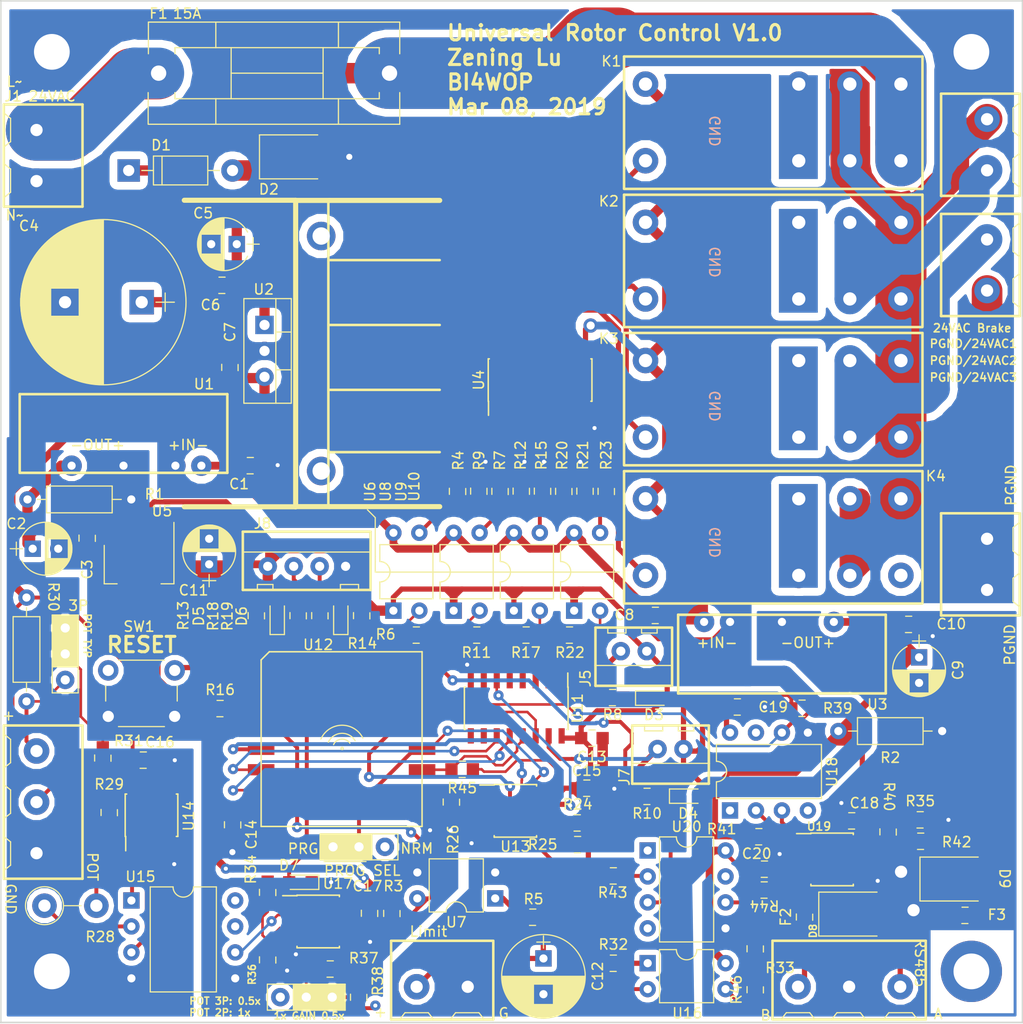
<source format=kicad_pcb>
(kicad_pcb (version 20171130) (host pcbnew "(6.0.0-rc1-dev-882-gdbc9130da)")
  (layers (0 F.Cu signal) (31 B.Cu signal) (34 B.Paste user) (35 F.Paste user) (36 B.SilkS user) (37 F.SilkS user) (38 B.Mask user) (39 F.Mask user) (44 Edge.Cuts user))
  (net 0 "")
  (net 1 +24V)
  (net 2 GNDPWR)
  (net 3 +5V)
  (net 4 GNDS)
  (net 5 "Net-(C4-Pad1)")
  (net 6 +5VD)
  (net 7 Earth)
  (net 8 +3V3)
  (net 9 VAC)
  (net 10 "Net-(D3-Pad1)")
  (net 11 "Net-(D4-Pad1)")
  (net 12 TXD)
  (net 13 "Net-(D5-Pad2)")
  (net 14 RXD)
  (net 15 "Net-(D6-Pad2)")
  (net 16 POT)
  (net 17 /B485)
  (net 18 /A485)
  (net 19 "Net-(F1-Pad2)")
  (net 20 /24VAC-master)
  (net 21 /PGSW1)
  (net 22 /PGSW2)
  (net 23 /PGSW3)
  (net 24 "Net-(J5-Pad2)")
  (net 25 "Net-(J7-Pad2)")
  (net 26 "Net-(J8-Pad3)")
  (net 27 "Net-(J8-Pad2)")
  (net 28 "Net-(J9-Pad1)")
  (net 29 "Net-(J9-Pad2)")
  (net 30 /SCL)
  (net 31 "Net-(JP1-Pad1)")
  (net 32 "Net-(JP2-Pad3)")
  (net 33 "Net-(JP2-Pad2)")
  (net 34 "Net-(JP3-Pad3)")
  (net 35 "Net-(JP3-Pad1)")
  (net 36 "Net-(K1-Pad8)")
  (net 37 "Net-(K2-Pad8)")
  (net 38 "Net-(K3-Pad8)")
  (net 39 "Net-(K4-Pad8)")
  (net 40 LIMIT)
  (net 41 "Net-(R4-Pad1)")
  (net 42 "Net-(R4-Pad2)")
  (net 43 "Net-(R5-Pad2)")
  (net 44 "Net-(R6-Pad1)")
  (net 45 "Net-(R6-Pad2)")
  (net 46 "Net-(R12-Pad2)")
  (net 47 "Net-(R9-Pad2)")
  (net 48 "Net-(R11-Pad1)")
  (net 49 "Net-(R11-Pad2)")
  (net 50 "Net-(R15-Pad1)")
  (net 51 "Net-(R15-Pad2)")
  (net 52 "Net-(R16-Pad2)")
  (net 53 "Net-(R17-Pad1)")
  (net 54 "Net-(R17-Pad2)")
  (net 55 "Net-(R21-Pad1)")
  (net 56 "Net-(R21-Pad2)")
  (net 57 "Net-(R22-Pad1)")
  (net 58 "Net-(R22-Pad2)")
  (net 59 /SDA)
  (net 60 "Net-(R26-Pad2)")
  (net 61 "Net-(R28-Pad1)")
  (net 62 "Net-(R32-Pad2)")
  (net 63 "Net-(R34-Pad1)")
  (net 64 "Net-(R41-Pad1)")
  (net 65 "Net-(R43-Pad2)")
  (net 66 "Net-(R44-Pad2)")
  (net 67 "Net-(SW1-Pad2)")
  (net 68 "Net-(U4-Pad10)")
  (net 69 "Net-(U4-Pad11)")
  (net 70 "Net-(U4-Pad12)")
  (net 71 "Net-(U11-Pad6)")
  (net 72 "Net-(U11-Pad7)")
  (net 73 "Net-(U11-Pad9)")
  (net 74 "Net-(U11-Pad11)")
  (net 75 "Net-(U11-Pad12)")
  (net 76 "Net-(U11-Pad14)")
  (net 77 RW)
  (net 78 "Net-(U15-Pad7)")
  (net 79 "Net-(U15-Pad8)")
  (net 80 "Net-(U18-Pad1)")
  (net 81 "Net-(U18-Pad3)")
  (net 82 "Net-(U18-Pad4)")
  (net 83 "Net-(U20-Pad1)")
  (net 84 "Net-(U20-Pad4)")
  (net 85 "Net-(C12-Pad1)")
  (net 86 "Net-(U18-Pad7)")
  (net 87 "Net-(U20-Pad7)")
  (net 88 "Net-(R45-Pad2)")
  (net 89 "Net-(D8-Pad1)")
  (net 90 "Net-(D9-Pad2)")
  (net 91 "Net-(R33-Pad1)")
  (net 92 "Net-(R46-Pad2)")
  (net 93 "Net-(U14-Pad1)")
  (net 94 "Net-(JP3-Pad2)")
  (net 95 "Net-(R29-Pad1)")
  (net 96 "Net-(JP4-Pad1)")
  (net 97 "Net-(JP5-Pad1)")
  (net 98 "Net-(JP6-Pad1)")
  (net 99 "Net-(JP7-Pad1)")
  (module MyPCBLib:Bridge (layer B.Cu) (at 175.77816 98.56412 180)
    (fp_text reference JP7 hide)
    (fp_text value Bridge hide)
    (pad 2 smd rect (at 2.286 -3.81 180) (size 3.81 10.16) (layers B.Cu B.Paste B.Mask) (net 2 GNDPWR))
    (pad 1 smd rect (at -2.286 -3.81 180) (size 3.81 10.16) (layers B.Cu B.Paste B.Mask) (net 99 "Net-(JP7-Pad1)"))
  )
  (module MyPCBLib:Bridge (layer B.Cu) (at 175.77816 85.10212 180)
    (fp_text reference JP6 hide)
    (fp_text value Bridge hide)
    (pad 2 smd rect (at 2.286 -3.81 180) (size 3.81 10.16) (layers B.Cu B.Paste B.Mask) (net 2 GNDPWR))
    (pad 1 smd rect (at -2.286 -3.81 180) (size 3.81 10.16) (layers B.Cu B.Paste B.Mask) (net 98 "Net-(JP6-Pad1)"))
  )
  (module MyPCBLib:Bridge (layer B.Cu) (at 175.77816 71.64012 180)
    (fp_text reference JP5 hide)
    (fp_text value Bridge hide)
    (pad 2 smd rect (at 2.286 -3.81 180) (size 3.81 10.16) (layers B.Cu B.Paste B.Mask) (net 2 GNDPWR))
    (pad 1 smd rect (at -2.286 -3.81 180) (size 3.81 10.16) (layers B.Cu B.Paste B.Mask) (net 97 "Net-(JP5-Pad1)"))
  )
  (module MyPCBLib:Bridge (layer B.Cu) (at 175.77816 58.55912 180)
    (fp_text reference JP4 hide)
    (fp_text value Bridge hide)
    (pad 2 smd rect (at 2.286 -3.81 180) (size 3.81 10.16) (layers B.Cu B.Paste B.Mask) (net 2 GNDPWR))
    (pad 1 smd rect (at -2.286 -3.81 180) (size 3.81 10.16) (layers B.Cu B.Paste B.Mask) (net 96 "Net-(JP4-Pad1)"))
  )
  (module Housings_SOIC:SOIC-8_3.9x4.9mm_Pitch1.27mm (layer F.Cu) (at 114.75456 129.7178 90)
    (fp_text reference U14 (at -0.0822 3.64544 90) (layer F.SilkS))
    (fp_text value LM358)
    (pad 1 smd rect (at -2.7 -1.905 90) (size 1.55 0.6) (layers F.Cu F.Paste F.Mask) (net 93 "Net-(U14-Pad1)"))
    (pad 2 smd rect (at -2.7 -0.635 90) (size 1.55 0.6) (layers F.Cu F.Paste F.Mask) (net 95 "Net-(R29-Pad1)"))
    (pad 3 smd rect (at -2.7 0.635 90) (size 1.55 0.6) (layers F.Cu F.Paste F.Mask) (net 2 GNDPWR))
    (pad 4 smd rect (at -2.7 1.905 90) (size 1.55 0.6) (layers F.Cu F.Paste F.Mask) (net 2 GNDPWR))
    (pad 5 smd rect (at 2.7 1.905 90) (size 1.55 0.6) (layers F.Cu F.Paste F.Mask))
    (pad 6 smd rect (at 2.7 0.635 90) (size 1.55 0.6) (layers F.Cu F.Paste F.Mask))
    (pad 7 smd rect (at 2.7 -0.635 90) (size 1.55 0.6) (layers F.Cu F.Paste F.Mask))
    (pad 8 smd rect (at 2.7 -1.905 90) (size 1.55 0.6) (layers F.Cu F.Paste F.Mask) (net 1 +24V))
  )
  (module Housings_DIP:DIP-8_W10.16mm (layer F.Cu) (at 112.78616 138.06112)
    (fp_text reference U15 (at 0.889 -2.33) (layer F.SilkS))
    (fp_text value HCNR201)
    (pad 1 thru_hole rect (at 0 0) (size 1.6 1.6) (drill 0.8) (layers *.Cu *.Mask) (net 93 "Net-(U14-Pad1)"))
    (pad 5 thru_hole oval (at 10.16 7.62) (size 1.6 1.6) (drill 0.8) (layers *.Cu *.Mask) (net 4 GNDS))
    (pad 2 thru_hole oval (at 0 2.54) (size 1.6 1.6) (drill 0.8) (layers *.Cu *.Mask) (net 61 "Net-(R28-Pad1)"))
    (pad 6 thru_hole oval (at 10.16 5.08) (size 1.6 1.6) (drill 0.8) (layers *.Cu *.Mask) (net 94 "Net-(JP3-Pad2)"))
    (pad 3 thru_hole oval (at 0 5.08) (size 1.6 1.6) (drill 0.8) (layers *.Cu *.Mask) (net 95 "Net-(R29-Pad1)"))
    (pad 7 thru_hole oval (at 10.16 2.54) (size 1.6 1.6) (drill 0.8) (layers *.Cu *.Mask) (net 78 "Net-(U15-Pad7)"))
    (pad 4 thru_hole oval (at 0 7.62) (size 1.6 1.6) (drill 0.8) (layers *.Cu *.Mask) (net 2 GNDPWR))
    (pad 8 thru_hole oval (at 10.16 0) (size 1.6 1.6) (drill 0.8) (layers *.Cu *.Mask) (net 79 "Net-(U15-Pad8)"))
  )
  (module digikey-footprints:0805 (layer F.Cu) (at 173.84268 142.78512 90)
    (fp_text reference R33 (at -1.8686 2.4338) (layer F.SilkS))
    (fp_text value 4.7K)
    (pad 1 smd rect (at -1.05 0 90) (size 1.2 1.2) (layers F.Cu F.Paste F.Mask) (net 91 "Net-(R33-Pad1)"))
    (pad 2 smd rect (at 1.05 0 90) (size 1.2 1.2) (layers F.Cu F.Paste F.Mask) (net 7 Earth))
  )
  (module digikey-footprints:0805 (layer F.Cu) (at 173.84268 146.79012 90)
    (fp_text reference R46 (at 0 -1.84 90) (layer F.SilkS))
    (fp_text value 4.7K)
    (pad 1 smd rect (at -1.05 0 90) (size 1.2 1.2) (layers F.Cu F.Paste F.Mask) (net 91 "Net-(R33-Pad1)"))
    (pad 2 smd rect (at 1.05 0 90) (size 1.2 1.2) (layers F.Cu F.Paste F.Mask) (net 92 "Net-(R46-Pad2)"))
  )
  (module digikey-footprints:0805 (layer F.Cu) (at 194.38268 139.51712)
    (fp_text reference F3 (at 3.11248 -0.059) (layer F.SilkS))
    (fp_text value 6.8V0.1A)
    (pad 1 smd rect (at -1.05 0) (size 1.2 1.2) (layers F.Cu F.Paste F.Mask) (net 18 /A485))
    (pad 2 smd rect (at 1.05 0) (size 1.2 1.2) (layers F.Cu F.Paste F.Mask) (net 90 "Net-(D9-Pad2)"))
  )
  (module digikey-footprints:0805 (layer F.Cu) (at 178.66868 139.67812 90)
    (fp_text reference F2 (at 0 -1.84 90) (layer F.SilkS))
    (fp_text value 6.8V0.1A)
    (pad 1 smd rect (at -1.05 0 90) (size 1.2 1.2) (layers F.Cu F.Paste F.Mask) (net 17 /B485))
    (pad 2 smd rect (at 1.05 0 90) (size 1.2 1.2) (layers F.Cu F.Paste F.Mask) (net 89 "Net-(D8-Pad1)"))
  )
  (module digikey-footprints:0805 (layer F.Cu) (at 145.161 125.222 180)
    (fp_text reference R45 (at 0 -1.84 180) (layer F.SilkS))
    (fp_text value 10K)
    (pad 1 smd rect (at -1.05 0 180) (size 1.2 1.2) (layers F.Cu F.Paste F.Mask) (net 8 +3V3))
    (pad 2 smd rect (at 1.05 0 180) (size 1.2 1.2) (layers F.Cu F.Paste F.Mask) (net 88 "Net-(R45-Pad2)"))
  )
  (module Housings_DIP:DIP-4_W7.62mm (layer F.Cu) (at 150.222372 109.69244 90)
    (fp_text reference U9 (at 11.64844 -11.030372 90) (layer F.SilkS))
    (fp_text value PC817)
    (pad 1 thru_hole rect (at 0 0 90) (size 1.6 1.6) (drill 0.8) (layers *.Cu *.Mask) (net 8 +3V3))
    (pad 3 thru_hole oval (at 7.62 2.54 90) (size 1.6 1.6) (drill 0.8) (layers *.Cu *.Mask) (net 50 "Net-(R15-Pad1)"))
    (pad 2 thru_hole oval (at 0 2.54 90) (size 1.6 1.6) (drill 0.8) (layers *.Cu *.Mask) (net 54 "Net-(R17-Pad2)"))
    (pad 4 thru_hole oval (at 7.62 0 90) (size 1.6 1.6) (drill 0.8) (layers *.Cu *.Mask) (net 1 +24V))
  )
  (module Diodes_SMD:D_SMB (layer F.Cu) (at 193.51868 135.96112)
    (fp_text reference D9 (at 4.73848 -0.059 270 unlocked) (layer F.SilkS))
    (fp_text value D_TVS)
    (pad 1 smd rect (at -2.15 0) (size 2.5 2.3) (layers F.Cu F.Paste F.Mask) (net 7 Earth))
    (pad 2 smd rect (at 2.15 0) (size 2.5 2.3) (layers F.Cu F.Paste F.Mask) (net 90 "Net-(D9-Pad2)"))
  )
  (module digikey-footprints:0805 (layer F.Cu) (at 174.74848 134.99592)
    (fp_text reference C20 (at -0.75848 -1.51892) (layer F.SilkS))
    (fp_text value 104)
    (pad 1 smd rect (at -1.05 0) (size 1.2 1.2) (layers F.Cu F.Paste F.Mask) (net 6 +5VD))
    (pad 2 smd rect (at 1.05 0) (size 1.2 1.2) (layers F.Cu F.Paste F.Mask) (net 7 Earth))
  )
  (module Housings_SOIC:SOIC-8_3.9x4.9mm_Pitch1.27mm (layer F.Cu) (at 181.36616 134.04088)
    (fp_text reference U19 (at -1.28016 -3.23088) (layer F.SilkS) (effects (font (size 0.8 0.8))))
    (fp_text value MAX485E)
    (pad 1 smd rect (at -2.7 -1.905) (size 1.55 0.6) (layers F.Cu F.Paste F.Mask) (net 81 "Net-(U18-Pad3)"))
    (pad 2 smd rect (at -2.7 -0.635) (size 1.55 0.6) (layers F.Cu F.Paste F.Mask) (net 92 "Net-(R46-Pad2)"))
    (pad 3 smd rect (at -2.7 0.635) (size 1.55 0.6) (layers F.Cu F.Paste F.Mask) (net 92 "Net-(R46-Pad2)"))
    (pad 4 smd rect (at -2.7 1.905) (size 1.55 0.6) (layers F.Cu F.Paste F.Mask) (net 66 "Net-(R44-Pad2)"))
    (pad 5 smd rect (at 2.7 1.905) (size 1.55 0.6) (layers F.Cu F.Paste F.Mask) (net 7 Earth))
    (pad 6 smd rect (at 2.7 0.635) (size 1.55 0.6) (layers F.Cu F.Paste F.Mask) (net 90 "Net-(D9-Pad2)"))
    (pad 7 smd rect (at 2.7 -0.635) (size 1.55 0.6) (layers F.Cu F.Paste F.Mask) (net 89 "Net-(D8-Pad1)"))
    (pad 8 smd rect (at 2.7 -1.905) (size 1.55 0.6) (layers F.Cu F.Paste F.Mask) (net 6 +5VD))
  )
  (module "MyPCBLib:OMRON G2R-1-E" (layer F.Cu) (at 163.10356 98.73996)
    (fp_text reference K4 (at 28.41244 -2.21996) (layer F.SilkS))
    (fp_text value G2R-1-E)
    (pad 5 thru_hole circle (at 25 7.5) (size 2.5 2.5) (drill 1.3) (layers *.Cu *.Mask) (net 20 /24VAC-master))
    (pad 6 thru_hole circle (at 20 7.5) (size 2.5 2.5) (drill 1.3) (layers *.Cu *.Mask) (net 23 /PGSW3))
    (pad 7 thru_hole circle (at 15 7.5) (size 2.5 2.5) (drill 1.3) (layers *.Cu *.Mask) (net 99 "Net-(JP7-Pad1)"))
    (pad 4 thru_hole circle (at 25 0) (size 2.5 2.5) (drill 1.3) (layers *.Cu *.Mask) (net 20 /24VAC-master))
    (pad 3 thru_hole circle (at 20 0) (size 2.5 2.5) (drill 1.3) (layers *.Cu *.Mask) (net 23 /PGSW3))
    (pad 2 thru_hole circle (at 15 0) (size 2.5 2.5) (drill 1.3) (layers *.Cu *.Mask) (net 99 "Net-(JP7-Pad1)"))
    (pad 8 thru_hole circle (at 0 7.5) (size 2.5 2.5) (drill 1.3) (layers *.Cu *.Mask) (net 39 "Net-(K4-Pad8)"))
    (pad 1 thru_hole circle (at 0 0) (size 2.5 2.5) (drill 1.3) (layers *.Cu *.Mask) (net 1 +24V))
  )
  (module MyPCBLib:B0505-2W (layer F.Cu) (at 119.634 95.504 180)
    (fp_text reference U1 (at -0.26416 7.98888 180) (layer F.SilkS))
    (fp_text value DCDC-isolator)
    (fp_text user -OUT+ (at 10.16 2.032 180) (layer F.SilkS))
    (fp_text user +IN- (at 1.27 2.032 180) (layer F.SilkS))
    (pad 4 thru_hole circle (at 12.7 0 180) (size 2 2) (drill 0.8) (layers *.Cu *.Mask) (net 3 +5V))
    (pad 3 thru_hole circle (at 7.62 0 180) (size 2 2) (drill 0.8) (layers *.Cu *.Mask) (net 4 GNDS))
    (pad 2 thru_hole circle (at 2.54 0 180) (size 2 2) (drill 0.8) (layers *.Cu *.Mask) (net 2 GNDPWR))
    (pad 1 thru_hole circle (at 0 0 180) (size 2 2) (drill 0.8) (layers *.Cu *.Mask) (net 1 +24V))
  )
  (module Resistors_THT:R_Axial_DIN0207_L6.3mm_D2.5mm_P10.16mm_Horizontal (layer F.Cu) (at 102.51948 118.57228 90)
    (fp_text reference R30 (at 10.22916 2.64668 270 unlocked) (layer F.SilkS))
    (fp_text value "1k 1W")
    (pad 1 thru_hole circle (at 0 0 90) (size 1.6 1.6) (drill 0.8) (layers *.Cu *.Mask) (net 28 "Net-(J9-Pad1)"))
    (pad 2 thru_hole oval (at 10.16 0 90) (size 1.6 1.6) (drill 0.8) (layers *.Cu *.Mask) (net 1 +24V))
  )
  (module Diodes_SMD:D_SMB (layer F.Cu) (at 183.61268 139.39012)
    (fp_text reference D8 (at -4.10348 1.65608 90) (layer F.SilkS) (effects (font (size 0.7 0.7))))
    (fp_text value D_TVS)
    (pad 1 smd rect (at -2.15 0) (size 2.5 2.3) (layers F.Cu F.Paste F.Mask) (net 89 "Net-(D8-Pad1)"))
    (pad 2 smd rect (at 2.15 0) (size 2.5 2.3) (layers F.Cu F.Paste F.Mask) (net 7 Earth))
  )
  (module Diodes_SMD:D_SMB (layer F.Cu) (at 128.872 65.278)
    (fp_text reference D2 (at -2.634 3.175 180) (layer F.SilkS))
    (fp_text value D_TVS)
    (pad 1 smd rect (at -2.15 0) (size 2.5 2.3) (layers F.Cu F.Paste F.Mask) (net 9 VAC))
    (pad 2 smd rect (at 2.15 0) (size 2.5 2.3) (layers F.Cu F.Paste F.Mask) (net 2 GNDPWR))
  )
  (module MyPCBLib:Heatsink_23mm_2P (layer F.Cu) (at 128.862542 84.525806 270)
    (fp_text reference Ref** hide)
    (fp_text value Heatsink_23mm_2P)
    (pad 0 thru_hole circle (at 11.5 -2.5 270) (size 2.8 2.8) (drill 1.7) (layers *.Cu *.Mask))
    (pad 0 thru_hole circle (at -11.5 -2.5 270) (size 2.8 2.8) (drill 1.7) (layers *.Cu *.Mask))
  )
  (module Housings_DIP:DIP-8_W7.62mm (layer F.Cu) (at 163.31692 133.16712)
    (fp_text reference U20 (at 3.81 -2.33) (layer F.SilkS))
    (fp_text value 6N137)
    (pad 1 thru_hole rect (at 0 0) (size 1.6 1.6) (drill 0.8) (layers *.Cu *.Mask) (net 83 "Net-(U20-Pad1)"))
    (pad 5 thru_hole oval (at 7.62 7.62) (size 1.6 1.6) (drill 0.8) (layers *.Cu *.Mask) (net 7 Earth))
    (pad 2 thru_hole oval (at 0 2.54) (size 1.6 1.6) (drill 0.8) (layers *.Cu *.Mask) (net 65 "Net-(R43-Pad2)"))
    (pad 6 thru_hole oval (at 7.62 5.08) (size 1.6 1.6) (drill 0.8) (layers *.Cu *.Mask) (net 66 "Net-(R44-Pad2)"))
    (pad 3 thru_hole oval (at 0 5.08) (size 1.6 1.6) (drill 0.8) (layers *.Cu *.Mask) (net 12 TXD))
    (pad 7 thru_hole oval (at 7.62 2.54) (size 1.6 1.6) (drill 0.8) (layers *.Cu *.Mask) (net 87 "Net-(U20-Pad7)"))
    (pad 4 thru_hole oval (at 0 7.62) (size 1.6 1.6) (drill 0.8) (layers *.Cu *.Mask) (net 84 "Net-(U20-Pad4)"))
    (pad 8 thru_hole oval (at 7.62 0) (size 1.6 1.6) (drill 0.8) (layers *.Cu *.Mask) (net 6 +5VD))
  )
  (module Housings_DIP:DIP-8_W7.62mm (layer F.Cu) (at 171.3738 129.25044 90)
    (fp_text reference U18 (at 3.77444 9.9822 90) (layer F.SilkS))
    (fp_text value 6N137)
    (pad 1 thru_hole rect (at 0 0 90) (size 1.6 1.6) (drill 0.8) (layers *.Cu *.Mask) (net 80 "Net-(U18-Pad1)"))
    (pad 5 thru_hole oval (at 7.62 7.62 90) (size 1.6 1.6) (drill 0.8) (layers *.Cu *.Mask) (net 4 GNDS))
    (pad 2 thru_hole oval (at 0 2.54 90) (size 1.6 1.6) (drill 0.8) (layers *.Cu *.Mask) (net 64 "Net-(R41-Pad1)"))
    (pad 6 thru_hole oval (at 7.62 5.08 90) (size 1.6 1.6) (drill 0.8) (layers *.Cu *.Mask) (net 14 RXD))
    (pad 3 thru_hole oval (at 0 5.08 90) (size 1.6 1.6) (drill 0.8) (layers *.Cu *.Mask) (net 81 "Net-(U18-Pad3)"))
    (pad 7 thru_hole oval (at 7.62 2.54 90) (size 1.6 1.6) (drill 0.8) (layers *.Cu *.Mask) (net 86 "Net-(U18-Pad7)"))
    (pad 4 thru_hole oval (at 0 7.62 90) (size 1.6 1.6) (drill 0.8) (layers *.Cu *.Mask) (net 82 "Net-(U18-Pad4)"))
    (pad 8 thru_hole oval (at 7.62 0 90) (size 1.6 1.6) (drill 0.8) (layers *.Cu *.Mask) (net 8 +3V3))
  )
  (module Housings_SOIC:SOIC-8_3.9x4.9mm_Pitch1.27mm (layer F.Cu) (at 131.06908 140.11656)
    (fp_text reference U17 (at 1.93092 -3.71656) (layer F.SilkS))
    (fp_text value LM358)
    (pad 1 smd rect (at -2.7 -1.905) (size 1.55 0.6) (layers F.Cu F.Paste F.Mask) (net 63 "Net-(R34-Pad1)"))
    (pad 2 smd rect (at -2.7 -0.635) (size 1.55 0.6) (layers F.Cu F.Paste F.Mask) (net 94 "Net-(JP3-Pad2)"))
    (pad 3 smd rect (at -2.7 0.635) (size 1.55 0.6) (layers F.Cu F.Paste F.Mask) (net 4 GNDS))
    (pad 4 smd rect (at -2.7 1.905) (size 1.55 0.6) (layers F.Cu F.Paste F.Mask) (net 4 GNDS))
    (pad 5 smd rect (at 2.7 1.905) (size 1.55 0.6) (layers F.Cu F.Paste F.Mask))
    (pad 6 smd rect (at 2.7 0.635) (size 1.55 0.6) (layers F.Cu F.Paste F.Mask))
    (pad 7 smd rect (at 2.7 -0.635) (size 1.55 0.6) (layers F.Cu F.Paste F.Mask))
    (pad 8 smd rect (at 2.7 -1.905) (size 1.55 0.6) (layers F.Cu F.Paste F.Mask) (net 8 +3V3))
  )
  (module Housings_DIP:DIP-4_W7.62mm (layer F.Cu) (at 163.31692 144.1958)
    (fp_text reference U16 (at 3.87858 4.9022) (layer F.SilkS))
    (fp_text value PC817)
    (pad 1 thru_hole rect (at 0 0) (size 1.6 1.6) (drill 0.8) (layers *.Cu *.Mask) (net 62 "Net-(R32-Pad2)"))
    (pad 3 thru_hole oval (at 7.62 2.54) (size 1.6 1.6) (drill 0.8) (layers *.Cu *.Mask) (net 91 "Net-(R33-Pad1)"))
    (pad 2 thru_hole oval (at 0 2.54) (size 1.6 1.6) (drill 0.8) (layers *.Cu *.Mask) (net 77 RW))
    (pad 4 thru_hole oval (at 7.62 0) (size 1.6 1.6) (drill 0.8) (layers *.Cu *.Mask) (net 6 +5VD))
  )
  (module Housings_SOIC:SOIC-8_3.9x4.9mm_Pitch1.27mm (layer F.Cu) (at 150.368 129.286)
    (fp_text reference U13 (at 0 3.48996) (layer F.SilkS))
    (fp_text value AT24C64)
    (pad 1 smd rect (at -2.7 -1.905) (size 1.55 0.6) (layers F.Cu F.Paste F.Mask) (net 4 GNDS))
    (pad 2 smd rect (at -2.7 -0.635) (size 1.55 0.6) (layers F.Cu F.Paste F.Mask) (net 4 GNDS))
    (pad 3 smd rect (at -2.7 0.635) (size 1.55 0.6) (layers F.Cu F.Paste F.Mask) (net 4 GNDS))
    (pad 4 smd rect (at -2.7 1.905) (size 1.55 0.6) (layers F.Cu F.Paste F.Mask) (net 4 GNDS))
    (pad 5 smd rect (at 2.7 1.905) (size 1.55 0.6) (layers F.Cu F.Paste F.Mask) (net 59 /SDA))
    (pad 6 smd rect (at 2.7 0.635) (size 1.55 0.6) (layers F.Cu F.Paste F.Mask) (net 30 /SCL))
    (pad 7 smd rect (at 2.7 -0.635) (size 1.55 0.6) (layers F.Cu F.Paste F.Mask) (net 71 "Net-(U11-Pad6)"))
    (pad 8 smd rect (at 2.7 -1.905) (size 1.55 0.6) (layers F.Cu F.Paste F.Mask) (net 8 +3V3))
  )
  (module MyPCBLib:ESP-07S (layer F.Cu) (at 133.36016 122.26544 270)
    (fp_text reference U12 (at -9.23544 2.29616) (layer F.SilkS))
    (fp_text value ESP-07)
    (pad 8 smd rect (at 7 7.875 270) (size 1.1 2.6) (layers F.Cu F.Paste F.Mask) (net 8 +3V3))
    (pad 9 smd rect (at 7 -7.875 270) (size 1.1 2.6) (layers F.Cu F.Paste F.Mask) (net 4 GNDS))
    (pad 7 smd rect (at 5 7.875 270) (size 1.1 2.6) (layers F.Cu F.Paste F.Mask) (net 75 "Net-(U11-Pad12)"))
    (pad 10 smd rect (at 5 -7.875 270) (size 1.1 2.6) (layers F.Cu F.Paste F.Mask) (net 60 "Net-(R26-Pad2)"))
    (pad 6 smd rect (at 3 7.875 270) (size 1.1 2.6) (layers F.Cu F.Paste F.Mask) (net 74 "Net-(U11-Pad11)"))
    (pad 11 smd rect (at 3 -7.875 270) (size 1.1 2.6) (layers F.Cu F.Paste F.Mask) (net 88 "Net-(R45-Pad2)"))
    (pad 5 smd rect (at 1 7.875 270) (size 1.1 2.6) (layers F.Cu F.Paste F.Mask) (net 59 /SDA))
    (pad 12 smd rect (at 1 -7.875 270) (size 1.1 2.6) (layers F.Cu F.Paste F.Mask) (net 30 /SCL))
    (pad 4 smd rect (at -1 7.875 270) (size 1.1 2.6) (layers F.Cu F.Paste F.Mask) (net 40 LIMIT))
    (pad 13 smd rect (at -1 -7.875 270) (size 1.1 2.6) (layers F.Cu F.Paste F.Mask) (net 76 "Net-(U11-Pad14)"))
    (pad 3 smd rect (at -3 7.875 270) (size 1.1 2.6) (layers F.Cu F.Paste F.Mask) (net 52 "Net-(R16-Pad2)"))
    (pad 14 smd rect (at -3 -7.875 270) (size 1.1 2.6) (layers F.Cu F.Paste F.Mask) (net 77 RW))
    (pad 2 smd rect (at -5 7.875 270) (size 1.1 2.6) (layers F.Cu F.Paste F.Mask) (net 16 POT))
    (pad 15 smd rect (at -5 -7.875 270) (size 1.1 2.6) (layers F.Cu F.Paste F.Mask) (net 14 RXD))
    (pad 1 smd rect (at -7 7.875 270) (size 1.1 2.6) (layers F.Cu F.Paste F.Mask) (net 67 "Net-(SW1-Pad2)"))
    (pad 16 smd rect (at -7 -7.875 270) (size 1.1 2.6) (layers F.Cu F.Paste F.Mask) (net 12 TXD))
  )
  (module Housings_SOIC:SOIC-16_3.9x9.9mm_Pitch1.27mm (layer F.Cu) (at 150.45 119.25 270)
    (fp_text reference U11 (at 0 -6 270) (layer F.SilkS))
    (fp_text value 74HCT595)
    (pad 1 smd rect (at -2.7 -4.445 270) (size 1.5 0.6) (layers F.Cu F.Paste F.Mask) (net 24 "Net-(J5-Pad2)"))
    (pad 2 smd rect (at -2.7 -3.175 270) (size 1.5 0.6) (layers F.Cu F.Paste F.Mask) (net 57 "Net-(R22-Pad1)"))
    (pad 3 smd rect (at -2.7 -1.905 270) (size 1.5 0.6) (layers F.Cu F.Paste F.Mask) (net 53 "Net-(R17-Pad1)"))
    (pad 4 smd rect (at -2.7 -0.635 270) (size 1.5 0.6) (layers F.Cu F.Paste F.Mask) (net 48 "Net-(R11-Pad1)"))
    (pad 5 smd rect (at -2.7 0.635 270) (size 1.5 0.6) (layers F.Cu F.Paste F.Mask) (net 44 "Net-(R6-Pad1)"))
    (pad 6 smd rect (at -2.7 1.905 270) (size 1.5 0.6) (layers F.Cu F.Paste F.Mask) (net 71 "Net-(U11-Pad6)"))
    (pad 7 smd rect (at -2.7 3.175 270) (size 1.5 0.6) (layers F.Cu F.Paste F.Mask) (net 72 "Net-(U11-Pad7)"))
    (pad 8 smd rect (at -2.7 4.445 270) (size 1.5 0.6) (layers F.Cu F.Paste F.Mask) (net 4 GNDS))
    (pad 9 smd rect (at 2.7 4.445 270) (size 1.5 0.6) (layers F.Cu F.Paste F.Mask) (net 73 "Net-(U11-Pad9)"))
    (pad 10 smd rect (at 2.7 3.175 270) (size 1.5 0.6) (layers F.Cu F.Paste F.Mask) (net 8 +3V3))
    (pad 11 smd rect (at 2.7 1.905 270) (size 1.5 0.6) (layers F.Cu F.Paste F.Mask) (net 74 "Net-(U11-Pad11)"))
    (pad 12 smd rect (at 2.7 0.635 270) (size 1.5 0.6) (layers F.Cu F.Paste F.Mask) (net 75 "Net-(U11-Pad12)"))
    (pad 13 smd rect (at 2.7 -0.635 270) (size 1.5 0.6) (layers F.Cu F.Paste F.Mask) (net 88 "Net-(R45-Pad2)"))
    (pad 14 smd rect (at 2.7 -1.905 270) (size 1.5 0.6) (layers F.Cu F.Paste F.Mask) (net 76 "Net-(U11-Pad14)"))
    (pad 15 smd rect (at 2.7 -3.175 270) (size 1.5 0.6) (layers F.Cu F.Paste F.Mask) (net 25 "Net-(J7-Pad2)"))
    (pad 16 smd rect (at 2.7 -4.445 270) (size 1.5 0.6) (layers F.Cu F.Paste F.Mask) (net 8 +3V3))
  )
  (module Housings_DIP:DIP-4_W7.62mm (layer F.Cu) (at 156.11856 109.69244 90)
    (fp_text reference U10 (at 12.15644 -15.65656 90) (layer F.SilkS))
    (fp_text value PC817)
    (pad 1 thru_hole rect (at 0 0 90) (size 1.6 1.6) (drill 0.8) (layers *.Cu *.Mask) (net 8 +3V3))
    (pad 3 thru_hole oval (at 7.62 2.54 90) (size 1.6 1.6) (drill 0.8) (layers *.Cu *.Mask) (net 55 "Net-(R21-Pad1)"))
    (pad 2 thru_hole oval (at 0 2.54 90) (size 1.6 1.6) (drill 0.8) (layers *.Cu *.Mask) (net 58 "Net-(R22-Pad2)"))
    (pad 4 thru_hole oval (at 7.62 0 90) (size 1.6 1.6) (drill 0.8) (layers *.Cu *.Mask) (net 1 +24V))
  )
  (module Housings_DIP:DIP-4_W7.62mm (layer F.Cu) (at 144.326186 109.69244 90)
    (fp_text reference U8 (at 11.64844 -6.658186 90) (layer F.SilkS))
    (fp_text value PC817)
    (pad 1 thru_hole rect (at 0 0 90) (size 1.6 1.6) (drill 0.8) (layers *.Cu *.Mask) (net 8 +3V3))
    (pad 3 thru_hole oval (at 7.62 2.54 90) (size 1.6 1.6) (drill 0.8) (layers *.Cu *.Mask) (net 46 "Net-(R12-Pad2)"))
    (pad 2 thru_hole oval (at 0 2.54 90) (size 1.6 1.6) (drill 0.8) (layers *.Cu *.Mask) (net 49 "Net-(R11-Pad2)"))
    (pad 4 thru_hole oval (at 7.62 0 90) (size 1.6 1.6) (drill 0.8) (layers *.Cu *.Mask) (net 1 +24V))
  )
  (module Housings_DIP:DIP-4_W7.62mm (layer F.Cu) (at 148.39188 137.85596 180)
    (fp_text reference U7 (at 3.81 -2.33 180) (layer F.SilkS))
    (fp_text value PC817)
    (pad 1 thru_hole rect (at 0 0 180) (size 1.6 1.6) (drill 0.8) (layers *.Cu *.Mask) (net 43 "Net-(R5-Pad2)"))
    (pad 3 thru_hole oval (at 7.62 2.54 180) (size 1.6 1.6) (drill 0.8) (layers *.Cu *.Mask) (net 4 GNDS))
    (pad 2 thru_hole oval (at 0 2.54 180) (size 1.6 1.6) (drill 0.8) (layers *.Cu *.Mask) (net 2 GNDPWR))
    (pad 4 thru_hole oval (at 7.62 0 180) (size 1.6 1.6) (drill 0.8) (layers *.Cu *.Mask) (net 40 LIMIT))
  )
  (module Housings_DIP:DIP-4_W7.62mm (layer F.Cu) (at 138.43 109.69244 90)
    (fp_text reference U6 (at 11.64844 -2.286 270) (layer F.SilkS))
    (fp_text value PC817)
    (pad 1 thru_hole rect (at 0 0 90) (size 1.6 1.6) (drill 0.8) (layers *.Cu *.Mask) (net 8 +3V3))
    (pad 3 thru_hole oval (at 7.62 2.54 90) (size 1.6 1.6) (drill 0.8) (layers *.Cu *.Mask) (net 41 "Net-(R4-Pad1)"))
    (pad 2 thru_hole oval (at 0 2.54 90) (size 1.6 1.6) (drill 0.8) (layers *.Cu *.Mask) (net 45 "Net-(R6-Pad2)"))
    (pad 4 thru_hole oval (at 7.62 0 90) (size 1.6 1.6) (drill 0.8) (layers *.Cu *.Mask) (net 1 +24V))
  )
  (module TO_SOT_Packages_SMD:SOT-223-3_TabPin2 (layer F.Cu) (at 113.538 105.156 270)
    (fp_text reference U5 (at -5.20192 -2.24282 180) (layer F.SilkS))
    (fp_text value AMS1117-3.3)
    (pad 2 smd rect (at 3.15 0 270) (size 2 3.8) (layers F.Cu F.Paste F.Mask) (net 8 +3V3))
    (pad 2 smd rect (at -3.15 0 270) (size 2 1.5) (layers F.Cu F.Paste F.Mask) (net 8 +3V3))
    (pad 3 smd rect (at -3.15 2.3 270) (size 2 1.5) (layers F.Cu F.Paste F.Mask) (net 3 +5V))
    (pad 1 smd rect (at -3.15 -2.3 270) (size 2 1.5) (layers F.Cu F.Paste F.Mask) (net 4 GNDS))
  )
  (module Housings_SOIC:SOIC-16_3.9x9.9mm_Pitch1.27mm (layer F.Cu) (at 152.78608 87.122 90)
    (fp_text reference U4 (at 0 -6 90) (layer F.SilkS))
    (fp_text value ULN2003A)
    (pad 1 smd rect (at -2.7 -4.445 90) (size 1.5 0.6) (layers F.Cu F.Paste F.Mask) (net 42 "Net-(R4-Pad2)"))
    (pad 2 smd rect (at -2.7 -3.175 90) (size 1.5 0.6) (layers F.Cu F.Paste F.Mask) (net 47 "Net-(R9-Pad2)"))
    (pad 3 smd rect (at -2.7 -1.905 90) (size 1.5 0.6) (layers F.Cu F.Paste F.Mask) (net 51 "Net-(R15-Pad2)"))
    (pad 4 smd rect (at -2.7 -0.635 90) (size 1.5 0.6) (layers F.Cu F.Paste F.Mask) (net 56 "Net-(R21-Pad2)"))
    (pad 5 smd rect (at -2.7 0.635 90) (size 1.5 0.6) (layers F.Cu F.Paste F.Mask) (net 2 GNDPWR))
    (pad 6 smd rect (at -2.7 1.905 90) (size 1.5 0.6) (layers F.Cu F.Paste F.Mask) (net 2 GNDPWR))
    (pad 7 smd rect (at -2.7 3.175 90) (size 1.5 0.6) (layers F.Cu F.Paste F.Mask) (net 2 GNDPWR))
    (pad 8 smd rect (at -2.7 4.445 90) (size 1.5 0.6) (layers F.Cu F.Paste F.Mask) (net 2 GNDPWR))
    (pad 9 smd rect (at 2.7 4.445 90) (size 1.5 0.6) (layers F.Cu F.Paste F.Mask) (net 1 +24V))
    (pad 10 smd rect (at 2.7 3.175 90) (size 1.5 0.6) (layers F.Cu F.Paste F.Mask) (net 68 "Net-(U4-Pad10)"))
    (pad 11 smd rect (at 2.7 1.905 90) (size 1.5 0.6) (layers F.Cu F.Paste F.Mask) (net 69 "Net-(U4-Pad11)"))
    (pad 12 smd rect (at 2.7 0.635 90) (size 1.5 0.6) (layers F.Cu F.Paste F.Mask) (net 70 "Net-(U4-Pad12)"))
    (pad 13 smd rect (at 2.7 -0.635 90) (size 1.5 0.6) (layers F.Cu F.Paste F.Mask) (net 39 "Net-(K4-Pad8)"))
    (pad 14 smd rect (at 2.7 -1.905 90) (size 1.5 0.6) (layers F.Cu F.Paste F.Mask) (net 38 "Net-(K3-Pad8)"))
    (pad 15 smd rect (at 2.7 -3.175 90) (size 1.5 0.6) (layers F.Cu F.Paste F.Mask) (net 37 "Net-(K2-Pad8)"))
    (pad 16 smd rect (at 2.7 -4.445 90) (size 1.5 0.6) (layers F.Cu F.Paste F.Mask) (net 36 "Net-(K1-Pad8)"))
  )
  (module MyPCBLib:B0505-2W (layer F.Cu) (at 168.83888 110.7948)
    (fp_text reference U3 (at 16.96212 8.0772 180) (layer F.SilkS))
    (fp_text value DCDC-isolator)
    (fp_text user -OUT+ (at 10.16 2.032) (layer F.SilkS))
    (fp_text user +IN- (at 1.27 2.032) (layer F.SilkS))
    (pad 4 thru_hole circle (at 12.7 0) (size 2 2) (drill 0.8) (layers *.Cu *.Mask) (net 6 +5VD))
    (pad 3 thru_hole circle (at 7.62 0) (size 2 2) (drill 0.8) (layers *.Cu *.Mask) (net 7 Earth))
    (pad 2 thru_hole circle (at 2.54 0) (size 2 2) (drill 0.8) (layers *.Cu *.Mask) (net 2 GNDPWR))
    (pad 1 thru_hole circle (at 0 0) (size 2 2) (drill 0.8) (layers *.Cu *.Mask) (net 1 +24V))
  )
  (module TO_SOT_Packages_THT:TO-220-3_Vertical (layer F.Cu) (at 125.814542 81.731806 270)
    (fp_text reference U2 (at -3.487686 0.074382) (layer F.SilkS))
    (fp_text value L7812)
    (pad 1 thru_hole rect (at 0 0 270) (size 1.8 1.8) (drill 1) (layers *.Cu *.Mask) (net 5 "Net-(C4-Pad1)"))
    (pad 2 thru_hole oval (at 2.54 0 270) (size 1.8 1.8) (drill 1) (layers *.Cu *.Mask) (net 2 GNDPWR))
    (pad 3 thru_hole oval (at 5.08 0 270) (size 1.8 1.8) (drill 1) (layers *.Cu *.Mask) (net 1 +24V))
  )
  (module Buttons_Switches_THT:SW_PUSH_6mm (layer F.Cu) (at 117.02048 120.0404 180)
    (fp_text reference SW1 (at 3.48248 8.7884 180) (layer F.SilkS))
    (fp_text value SW_SPST)
    (pad 2 thru_hole circle (at 0 4.5 270) (size 2 2) (drill 1.1) (layers *.Cu *.Mask) (net 67 "Net-(SW1-Pad2)"))
    (pad 1 thru_hole circle (at 0 0 270) (size 2 2) (drill 1.1) (layers *.Cu *.Mask) (net 4 GNDS))
    (pad 2 thru_hole circle (at 6.5 4.5 270) (size 2 2) (drill 1.1) (layers *.Cu *.Mask) (net 67 "Net-(SW1-Pad2)"))
    (pad 1 thru_hole circle (at 6.5 0 270) (size 2 2) (drill 1.1) (layers *.Cu *.Mask) (net 4 GNDS))
  )
  (module digikey-footprints:0805 (layer F.Cu) (at 174.7238 137.0376)
    (fp_text reference R44 (at 0.0282 1.5194 180 unlocked) (layer F.SilkS))
    (fp_text value 10K)
    (pad 1 smd rect (at -1.05 0) (size 1.2 1.2) (layers F.Cu F.Paste F.Mask) (net 6 +5VD))
    (pad 2 smd rect (at 1.05 0) (size 1.2 1.2) (layers F.Cu F.Paste F.Mask) (net 66 "Net-(R44-Pad2)"))
  )
  (module digikey-footprints:0805 (layer F.Cu) (at 159.95904 135.65632)
    (fp_text reference R43 (at -0.06604 1.63068) (layer F.SilkS))
    (fp_text value 220)
    (pad 1 smd rect (at -1.05 0) (size 1.2 1.2) (layers F.Cu F.Paste F.Mask) (net 8 +3V3))
    (pad 2 smd rect (at 1.05 0) (size 1.2 1.2) (layers F.Cu F.Paste F.Mask) (net 65 "Net-(R43-Pad2)"))
  )
  (module digikey-footprints:0805 (layer F.Cu) (at 190.02248 132.26542 180)
    (fp_text reference R42 (at -3.53568 -0.0807 180) (layer F.SilkS))
    (fp_text value 1K)
    (pad 1 smd rect (at -1.05 0 180) (size 1.2 1.2) (layers F.Cu F.Paste F.Mask) (net 6 +5VD))
    (pad 2 smd rect (at 1.05 0 180) (size 1.2 1.2) (layers F.Cu F.Paste F.Mask) (net 90 "Net-(D9-Pad2)"))
  )
  (module digikey-footprints:0805 (layer F.Cu) (at 174.18148 131.82092 180)
    (fp_text reference R41 (at 3.62048 0.75692) (layer F.SilkS))
    (fp_text value 470)
    (pad 1 smd rect (at -1.05 0 180) (size 1.2 1.2) (layers F.Cu F.Paste F.Mask) (net 64 "Net-(R41-Pad1)"))
    (pad 2 smd rect (at 1.05 0 180) (size 1.2 1.2) (layers F.Cu F.Paste F.Mask) (net 6 +5VD))
  )
  (module digikey-footprints:0805 (layer F.Cu) (at 186.84748 131.34242 90)
    (fp_text reference R40 (at 3.45342 0.09652 270 unlocked) (layer F.SilkS))
    (fp_text value 120)
    (pad 1 smd rect (at -1.05 0 90) (size 1.2 1.2) (layers F.Cu F.Paste F.Mask) (net 90 "Net-(D9-Pad2)"))
    (pad 2 smd rect (at 1.05 0 90) (size 1.2 1.2) (layers F.Cu F.Paste F.Mask) (net 89 "Net-(D8-Pad1)"))
  )
  (module digikey-footprints:0805 (layer F.Cu) (at 178.43148 119.24792)
    (fp_text reference R39 (at 3.48332 0) (layer F.SilkS))
    (fp_text value 4.7K)
    (pad 1 smd rect (at -1.05 0) (size 1.2 1.2) (layers F.Cu F.Paste F.Mask) (net 8 +3V3))
    (pad 2 smd rect (at 1.05 0) (size 1.2 1.2) (layers F.Cu F.Paste F.Mask) (net 14 RXD))
  )
  (module digikey-footprints:0805 (layer F.Cu) (at 135.03148 147.55016 270)
    (fp_text reference R38 (at -1.61504 -1.87452 270) (layer F.SilkS))
    (fp_text value 8K2)
    (pad 1 smd rect (at -1.05 0 270) (size 1.2 1.2) (layers F.Cu F.Paste F.Mask) (net 34 "Net-(JP3-Pad3)"))
    (pad 2 smd rect (at 1.05 0 270) (size 1.2 1.2) (layers F.Cu F.Paste F.Mask) (net 94 "Net-(JP3-Pad2)"))
  )
  (module digikey-footprints:0805 (layer F.Cu) (at 132.25116 144.76984)
    (fp_text reference R37 (at 3.268 -1.06172 unlocked) (layer F.SilkS))
    (fp_text value 8K2)
    (pad 1 smd rect (at -1.05 0) (size 1.2 1.2) (layers F.Cu F.Paste F.Mask) (net 63 "Net-(R34-Pad1)"))
    (pad 2 smd rect (at 1.05 0) (size 1.2 1.2) (layers F.Cu F.Paste F.Mask) (net 34 "Net-(JP3-Pad3)"))
  )
  (module digikey-footprints:0805 (layer F.Cu) (at 126.12116 143.86912 90)
    (fp_text reference R36 (at -1.431 -1.524 270) (layer F.SilkS) (effects (font (size 0.7 0.7))))
    (fp_text value 10K)
    (pad 1 smd rect (at -1.05 0 90) (size 1.2 1.2) (layers F.Cu F.Paste F.Mask) (net 4 GNDS))
    (pad 2 smd rect (at 1.05 0 90) (size 1.2 1.2) (layers F.Cu F.Paste F.Mask) (net 63 "Net-(R34-Pad1)"))
  )
  (module digikey-footprints:0805 (layer F.Cu) (at 189.99298 130.16992)
    (fp_text reference R35 (at 0 -1.84) (layer F.SilkS))
    (fp_text value 1K)
    (pad 1 smd rect (at -1.05 0) (size 1.2 1.2) (layers F.Cu F.Paste F.Mask) (net 89 "Net-(D8-Pad1)"))
    (pad 2 smd rect (at 1.05 0) (size 1.2 1.2) (layers F.Cu F.Paste F.Mask) (net 7 Earth))
  )
  (module digikey-footprints:0805 (layer F.Cu) (at 126.12116 137.26512 90)
    (fp_text reference R34 (at 2.252 -1.651 90) (layer F.SilkS))
    (fp_text value 100)
    (pad 1 smd rect (at -1.05 0 90) (size 1.2 1.2) (layers F.Cu F.Paste F.Mask) (net 63 "Net-(R34-Pad1)"))
    (pad 2 smd rect (at 1.05 0 90) (size 1.2 1.2) (layers F.Cu F.Paste F.Mask) (net 16 POT))
  )
  (module digikey-footprints:0805 (layer F.Cu) (at 159.95904 144.20596)
    (fp_text reference R32 (at 0 -1.84) (layer F.SilkS))
    (fp_text value 220)
    (pad 1 smd rect (at -1.05 0) (size 1.2 1.2) (layers F.Cu F.Paste F.Mask) (net 8 +3V3))
    (pad 2 smd rect (at 1.05 0) (size 1.2 1.2) (layers F.Cu F.Paste F.Mask) (net 62 "Net-(R32-Pad2)"))
  )
  (module digikey-footprints:0805 (layer F.Cu) (at 109.98708 124.11612 90)
    (fp_text reference R31 (at 1.676 2.54508 180) (layer F.SilkS))
    (fp_text value 51)
    (pad 1 smd rect (at -1.05 0 90) (size 1.2 1.2) (layers F.Cu F.Paste F.Mask) (net 29 "Net-(J9-Pad2)"))
    (pad 2 smd rect (at 1.05 0 90) (size 1.2 1.2) (layers F.Cu F.Paste F.Mask) (net 33 "Net-(JP2-Pad2)"))
  )
  (module digikey-footprints:0805 (layer F.Cu) (at 110.617 129.447 90)
    (fp_text reference R29 (at 2.76 0 -180) (layer F.SilkS))
    (fp_text value 220K)
    (pad 1 smd rect (at -1.05 0 90) (size 1.2 1.2) (layers F.Cu F.Paste F.Mask) (net 95 "Net-(R29-Pad1)"))
    (pad 2 smd rect (at 1.05 0 90) (size 1.2 1.2) (layers F.Cu F.Paste F.Mask) (net 33 "Net-(JP2-Pad2)"))
  )
  (module Resistors_THT:R_Axial_DIN0411_L9.9mm_D3.6mm_P5.08mm_Vertical (layer F.Cu) (at 104.27716 138.56912)
    (fp_text reference R28 (at 5.461 3.048) (layer F.SilkS))
    (fp_text value "1K 1W")
    (pad 1 thru_hole circle (at 0 0) (size 2.4 2.4) (drill 1.2) (layers *.Cu *.Mask) (net 61 "Net-(R28-Pad1)"))
    (pad 2 thru_hole oval (at 5.08 0) (size 2.4 2.4) (drill 1.2) (layers *.Cu *.Mask) (net 1 +24V))
  )
  (module digikey-footprints:0805 (layer F.Cu) (at 144.10436 128.42396 90)
    (fp_text reference R26 (at -3.65604 0.16764 90) (layer F.SilkS))
    (fp_text value 10K)
    (pad 1 smd rect (at -1.05 0 90) (size 1.2 1.2) (layers F.Cu F.Paste F.Mask) (net 4 GNDS))
    (pad 2 smd rect (at 1.05 0 90) (size 1.2 1.2) (layers F.Cu F.Paste F.Mask) (net 60 "Net-(R26-Pad2)"))
  )
  (module digikey-footprints:0805 (layer F.Cu) (at 156.46048 132.59308)
    (fp_text reference R25 (at -3.42548 -0.00508) (layer F.SilkS))
    (fp_text value 10K)
    (pad 1 smd rect (at -1.05 0) (size 1.2 1.2) (layers F.Cu F.Paste F.Mask) (net 59 /SDA))
    (pad 2 smd rect (at 1.05 0) (size 1.2 1.2) (layers F.Cu F.Paste F.Mask) (net 8 +3V3))
  )
  (module digikey-footprints:0805 (layer F.Cu) (at 156.43 130.46964)
    (fp_text reference R24 (at 0.034 -1.81864) (layer F.SilkS))
    (fp_text value 10K)
    (pad 1 smd rect (at -1.05 0) (size 1.2 1.2) (layers F.Cu F.Paste F.Mask) (net 30 /SCL))
    (pad 2 smd rect (at 1.05 0) (size 1.2 1.2) (layers F.Cu F.Paste F.Mask) (net 8 +3V3))
  )
  (module digikey-footprints:0805 (layer F.Cu) (at 157.183906 98.01352 270)
    (fp_text reference R23 (at -3.52552 -2.074094 270) (layer F.SilkS))
    (fp_text value 47K)
    (pad 1 smd rect (at -1.05 0 270) (size 1.2 1.2) (layers F.Cu F.Paste F.Mask) (net 2 GNDPWR))
    (pad 2 smd rect (at 1.05 0 270) (size 1.2 1.2) (layers F.Cu F.Paste F.Mask) (net 55 "Net-(R21-Pad1)"))
  )
  (module digikey-footprints:0805 (layer F.Cu) (at 155.66996 112.08512)
    (fp_text reference R22 (at 0.03204 1.70688) (layer F.SilkS))
    (fp_text value 220)
    (pad 1 smd rect (at -1.05 0) (size 1.2 1.2) (layers F.Cu F.Paste F.Mask) (net 57 "Net-(R22-Pad1)"))
    (pad 2 smd rect (at 1.05 0) (size 1.2 1.2) (layers F.Cu F.Paste F.Mask) (net 58 "Net-(R22-Pad2)"))
  )
  (module digikey-footprints:0805 (layer F.Cu) (at 159.26308 98.01352 90)
    (fp_text reference R21 (at 3.52552 -2.29108 90) (layer F.SilkS))
    (fp_text value 47K)
    (pad 1 smd rect (at -1.05 0 90) (size 1.2 1.2) (layers F.Cu F.Paste F.Mask) (net 55 "Net-(R21-Pad1)"))
    (pad 2 smd rect (at 1.05 0 90) (size 1.2 1.2) (layers F.Cu F.Paste F.Mask) (net 56 "Net-(R21-Pad2)"))
  )
  (module digikey-footprints:0805 (layer F.Cu) (at 153.025564 98.01352 270)
    (fp_text reference R20 (at -3.52552 -1.914436 270) (layer F.SilkS))
    (fp_text value 47K)
    (pad 1 smd rect (at -1.05 0 270) (size 1.2 1.2) (layers F.Cu F.Paste F.Mask) (net 2 GNDPWR))
    (pad 2 smd rect (at 1.05 0 270) (size 1.2 1.2) (layers F.Cu F.Paste F.Mask) (net 50 "Net-(R15-Pad1)"))
  )
  (module digikey-footprints:0805 (layer F.Cu) (at 131.23316 110.18012 90)
    (fp_text reference R19 (at -0.05588 -9.05916 90) (layer F.SilkS))
    (fp_text value 100)
    (pad 1 smd rect (at -1.05 0 90) (size 1.2 1.2) (layers F.Cu F.Paste F.Mask) (net 12 TXD))
    (pad 2 smd rect (at 1.05 0 90) (size 1.2 1.2) (layers F.Cu F.Paste F.Mask) (net 26 "Net-(J8-Pad3)"))
  )
  (module digikey-footprints:0805 (layer F.Cu) (at 129.10668 110.18012 90)
    (fp_text reference R18 (at -0.05588 -8.32968 90) (layer F.SilkS))
    (fp_text value 100)
    (pad 1 smd rect (at -1.05 0 90) (size 1.2 1.2) (layers F.Cu F.Paste F.Mask) (net 14 RXD))
    (pad 2 smd rect (at 1.05 0 90) (size 1.2 1.2) (layers F.Cu F.Paste F.Mask) (net 27 "Net-(J8-Pad2)"))
  )
  (module digikey-footprints:0805 (layer F.Cu) (at 151.4262 112.08512)
    (fp_text reference R17 (at -0.0422 1.70688) (layer F.SilkS))
    (fp_text value 220)
    (pad 1 smd rect (at -1.05 0) (size 1.2 1.2) (layers F.Cu F.Paste F.Mask) (net 53 "Net-(R17-Pad1)"))
    (pad 2 smd rect (at 1.05 0) (size 1.2 1.2) (layers F.Cu F.Paste F.Mask) (net 54 "Net-(R17-Pad2)"))
  )
  (module digikey-footprints:0805 (layer F.Cu) (at 121.46944 119.2784)
    (fp_text reference R16 (at 0 -1.84) (layer F.SilkS))
    (fp_text value 10K)
    (pad 1 smd rect (at -1.05 0) (size 1.2 1.2) (layers F.Cu F.Paste F.Mask) (net 8 +3V3))
    (pad 2 smd rect (at 1.05 0) (size 1.2 1.2) (layers F.Cu F.Paste F.Mask) (net 52 "Net-(R16-Pad2)"))
  )
  (module digikey-footprints:0805 (layer F.Cu) (at 155.104735 98.01352 90)
    (fp_text reference R15 (at 3.52552 -2.196735 90) (layer F.SilkS))
    (fp_text value 47K)
    (pad 1 smd rect (at -1.05 0 90) (size 1.2 1.2) (layers F.Cu F.Paste F.Mask) (net 50 "Net-(R15-Pad1)"))
    (pad 2 smd rect (at 1.05 0 90) (size 1.2 1.2) (layers F.Cu F.Paste F.Mask) (net 51 "Net-(R15-Pad2)"))
  )
  (module digikey-footprints:0805 (layer F.Cu) (at 135.32612 110.18012 90)
    (fp_text reference R14 (at -2.72288 0.05588 180) (layer F.SilkS))
    (fp_text value 1K)
    (pad 1 smd rect (at -1.05 0 90) (size 1.2 1.2) (layers F.Cu F.Paste F.Mask) (net 15 "Net-(D6-Pad2)"))
    (pad 2 smd rect (at 1.05 0 90) (size 1.2 1.2) (layers F.Cu F.Paste F.Mask) (net 8 +3V3))
  )
  (module digikey-footprints:0805 (layer F.Cu) (at 125.01372 110.18012 90)
    (fp_text reference R13 (at 0 -7.15772 90) (layer F.SilkS))
    (fp_text value 1K)
    (pad 1 smd rect (at -1.05 0 90) (size 1.2 1.2) (layers F.Cu F.Paste F.Mask) (net 13 "Net-(D5-Pad2)"))
    (pad 2 smd rect (at 1.05 0 90) (size 1.2 1.2) (layers F.Cu F.Paste F.Mask) (net 8 +3V3))
  )
  (module digikey-footprints:0805 (layer F.Cu) (at 150.946393 98.01352 270)
    (fp_text reference R12 (at -3.52552 0.070393 270) (layer F.SilkS))
    (fp_text value 47K)
    (pad 1 smd rect (at -1.05 0 270) (size 1.2 1.2) (layers F.Cu F.Paste F.Mask) (net 2 GNDPWR))
    (pad 2 smd rect (at 1.05 0 270) (size 1.2 1.2) (layers F.Cu F.Paste F.Mask) (net 46 "Net-(R12-Pad2)"))
  )
  (module digikey-footprints:0805 (layer F.Cu) (at 146.5748 112.08512 180)
    (fp_text reference R11 (at 0.0168 -1.70688 180) (layer F.SilkS))
    (fp_text value 220)
    (pad 1 smd rect (at -1.05 0 180) (size 1.2 1.2) (layers F.Cu F.Paste F.Mask) (net 48 "Net-(R11-Pad1)"))
    (pad 2 smd rect (at 1.05 0 180) (size 1.2 1.2) (layers F.Cu F.Paste F.Mask) (net 49 "Net-(R11-Pad2)"))
  )
  (module digikey-footprints:0805 (layer F.Cu) (at 163.25948 127.87376)
    (fp_text reference R10 (at 0 1.66624) (layer F.SilkS))
    (fp_text value 220)
    (pad 1 smd rect (at -1.05 0) (size 1.2 1.2) (layers F.Cu F.Paste F.Mask) (net 25 "Net-(J7-Pad2)"))
    (pad 2 smd rect (at 1.05 0) (size 1.2 1.2) (layers F.Cu F.Paste F.Mask) (net 11 "Net-(D4-Pad1)"))
  )
  (module digikey-footprints:0805 (layer F.Cu) (at 148.867222 98.01352 90)
    (fp_text reference R9 (at 3.01752 -2.055222 90) (layer F.SilkS))
    (fp_text value 47K)
    (pad 1 smd rect (at -1.05 0 90) (size 1.2 1.2) (layers F.Cu F.Paste F.Mask) (net 46 "Net-(R12-Pad2)"))
    (pad 2 smd rect (at 1.05 0 90) (size 1.2 1.2) (layers F.Cu F.Paste F.Mask) (net 47 "Net-(R9-Pad2)"))
  )
  (module digikey-footprints:0805 (layer F.Cu) (at 159.8844 118.20144)
    (fp_text reference R8 (at 0 1.68656) (layer F.SilkS))
    (fp_text value 220)
    (pad 1 smd rect (at -1.05 0) (size 1.2 1.2) (layers F.Cu F.Paste F.Mask) (net 24 "Net-(J5-Pad2)"))
    (pad 2 smd rect (at 1.05 0) (size 1.2 1.2) (layers F.Cu F.Paste F.Mask) (net 10 "Net-(D3-Pad1)"))
  )
  (module digikey-footprints:0805 (layer F.Cu) (at 146.788051 98.01352 270)
    (fp_text reference R7 (at -3.01752 -2.055949 270) (layer F.SilkS))
    (fp_text value 47K)
    (pad 1 smd rect (at -1.05 0 270) (size 1.2 1.2) (layers F.Cu F.Paste F.Mask) (net 2 GNDPWR))
    (pad 2 smd rect (at 1.05 0 270) (size 1.2 1.2) (layers F.Cu F.Paste F.Mask) (net 41 "Net-(R4-Pad1)"))
  )
  (module digikey-footprints:0805 (layer F.Cu) (at 140.66012 112.08512 180)
    (fp_text reference R6 (at 2.99212 0.07112 180) (layer F.SilkS))
    (fp_text value 220)
    (pad 1 smd rect (at -1.05 0 180) (size 1.2 1.2) (layers F.Cu F.Paste F.Mask) (net 44 "Net-(R6-Pad1)"))
    (pad 2 smd rect (at 1.05 0 180) (size 1.2 1.2) (layers F.Cu F.Paste F.Mask) (net 45 "Net-(R6-Pad2)"))
  )
  (module digikey-footprints:0805 (layer F.Cu) (at 152.05 139.7 180)
    (fp_text reference R5 (at -0.096 1.778 180) (layer F.SilkS))
    (fp_text value 4K7)
    (pad 1 smd rect (at -1.05 0 180) (size 1.2 1.2) (layers F.Cu F.Paste F.Mask) (net 85 "Net-(C12-Pad1)"))
    (pad 2 smd rect (at 1.05 0 180) (size 1.2 1.2) (layers F.Cu F.Paste F.Mask) (net 43 "Net-(R5-Pad2)"))
  )
  (module digikey-footprints:0805 (layer F.Cu) (at 144.70888 98.01352 90)
    (fp_text reference R4 (at 3.01752 0.07112 90) (layer F.SilkS))
    (fp_text value 47K)
    (pad 1 smd rect (at -1.05 0 90) (size 1.2 1.2) (layers F.Cu F.Paste F.Mask) (net 41 "Net-(R4-Pad1)"))
    (pad 2 smd rect (at 1.05 0 90) (size 1.2 1.2) (layers F.Cu F.Paste F.Mask) (net 42 "Net-(R4-Pad2)"))
  )
  (module digikey-footprints:0805 (layer F.Cu) (at 138.2776 139.32408 90)
    (fp_text reference R3 (at 2.67208 0.1524 180) (layer F.SilkS))
    (fp_text value 4.7K)
    (pad 1 smd rect (at -1.05 0 90) (size 1.2 1.2) (layers F.Cu F.Paste F.Mask) (net 40 LIMIT))
    (pad 2 smd rect (at 1.05 0 90) (size 1.2 1.2) (layers F.Cu F.Paste F.Mask) (net 8 +3V3))
  )
  (module Resistors_THT:R_Axial_DIN0207_L6.3mm_D2.5mm_P10.16mm_Horizontal (layer F.Cu) (at 181.98084 121.47804)
    (fp_text reference R2 (at 5.08 2.60096) (layer F.SilkS))
    (fp_text value 220)
    (pad 1 thru_hole circle (at 0 0) (size 1.6 1.6) (drill 0.8) (layers *.Cu *.Mask) (net 6 +5VD))
    (pad 2 thru_hole oval (at 10.16 0) (size 1.6 1.6) (drill 0.8) (layers *.Cu *.Mask) (net 7 Earth))
  )
  (module Resistors_THT:R_Axial_DIN0207_L6.3mm_D2.5mm_P10.16mm_Horizontal (layer F.Cu) (at 102.616 98.806)
    (fp_text reference R1 (at 12.446 -0.508) (layer F.SilkS))
    (fp_text value 220)
    (pad 1 thru_hole circle (at 0 0) (size 1.6 1.6) (drill 0.8) (layers *.Cu *.Mask) (net 3 +5V))
    (pad 2 thru_hole oval (at 10.16 0) (size 1.6 1.6) (drill 0.8) (layers *.Cu *.Mask) (net 4 GNDS))
  )
  (module "MyPCBLib:OMRON G2R-1-E" (layer F.Cu) (at 163.10356 85.212972)
    (fp_text reference K3 (at -3.59156 -2.142066) (layer F.SilkS))
    (fp_text value G2R-1-E)
    (pad 5 thru_hole circle (at 25 7.5) (size 2.5 2.5) (drill 1.3) (layers *.Cu *.Mask) (net 20 /24VAC-master))
    (pad 6 thru_hole circle (at 20 7.5) (size 2.5 2.5) (drill 1.3) (layers *.Cu *.Mask) (net 22 /PGSW2))
    (pad 7 thru_hole circle (at 15 7.5) (size 2.5 2.5) (drill 1.3) (layers *.Cu *.Mask) (net 98 "Net-(JP6-Pad1)"))
    (pad 4 thru_hole circle (at 25 0) (size 2.5 2.5) (drill 1.3) (layers *.Cu *.Mask) (net 20 /24VAC-master))
    (pad 3 thru_hole circle (at 20 0) (size 2.5 2.5) (drill 1.3) (layers *.Cu *.Mask) (net 22 /PGSW2))
    (pad 2 thru_hole circle (at 15 0) (size 2.5 2.5) (drill 1.3) (layers *.Cu *.Mask) (net 98 "Net-(JP6-Pad1)"))
    (pad 8 thru_hole circle (at 0 7.5) (size 2.5 2.5) (drill 1.3) (layers *.Cu *.Mask) (net 38 "Net-(K3-Pad8)"))
    (pad 1 thru_hole circle (at 0 0) (size 2.5 2.5) (drill 1.3) (layers *.Cu *.Mask) (net 1 +24V))
  )
  (module "MyPCBLib:OMRON G2R-1-E" (layer F.Cu) (at 163.10356 71.685986)
    (fp_text reference K2 (at -3.59156 -2.064173) (layer F.SilkS))
    (fp_text value G2R-1-E)
    (pad 5 thru_hole circle (at 25 7.5) (size 2.5 2.5) (drill 1.3) (layers *.Cu *.Mask) (net 20 /24VAC-master))
    (pad 6 thru_hole circle (at 20 7.5) (size 2.5 2.5) (drill 1.3) (layers *.Cu *.Mask) (net 21 /PGSW1))
    (pad 7 thru_hole circle (at 15 7.5) (size 2.5 2.5) (drill 1.3) (layers *.Cu *.Mask) (net 97 "Net-(JP5-Pad1)"))
    (pad 4 thru_hole circle (at 25 0) (size 2.5 2.5) (drill 1.3) (layers *.Cu *.Mask) (net 20 /24VAC-master))
    (pad 3 thru_hole circle (at 20 0) (size 2.5 2.5) (drill 1.3) (layers *.Cu *.Mask) (net 21 /PGSW1))
    (pad 2 thru_hole circle (at 15 0) (size 2.5 2.5) (drill 1.3) (layers *.Cu *.Mask) (net 97 "Net-(JP5-Pad1)"))
    (pad 8 thru_hole circle (at 0 7.5) (size 2.5 2.5) (drill 1.3) (layers *.Cu *.Mask) (net 37 "Net-(K2-Pad8)"))
    (pad 1 thru_hole circle (at 0 0) (size 2.5 2.5) (drill 1.3) (layers *.Cu *.Mask) (net 1 +24V))
  )
  (module "MyPCBLib:OMRON G2R-1-E" (layer F.Cu) (at 163.10356 58.159)
    (fp_text reference K1 (at -3.33756 -2.24028) (layer F.SilkS))
    (fp_text value G2R-1-E)
    (pad 5 thru_hole circle (at 25 7.5) (size 2.5 2.5) (drill 1.3) (layers *.Cu *.Mask) (net 9 VAC))
    (pad 6 thru_hole circle (at 20 7.5) (size 2.5 2.5) (drill 1.3) (layers *.Cu *.Mask) (net 20 /24VAC-master))
    (pad 7 thru_hole circle (at 15 7.5) (size 2.5 2.5) (drill 1.3) (layers *.Cu *.Mask) (net 96 "Net-(JP4-Pad1)"))
    (pad 4 thru_hole circle (at 25 0) (size 2.5 2.5) (drill 1.3) (layers *.Cu *.Mask) (net 9 VAC))
    (pad 3 thru_hole circle (at 20 0) (size 2.5 2.5) (drill 1.3) (layers *.Cu *.Mask) (net 20 /24VAC-master))
    (pad 2 thru_hole circle (at 15 0) (size 2.5 2.5) (drill 1.3) (layers *.Cu *.Mask) (net 96 "Net-(JP4-Pad1)"))
    (pad 8 thru_hole circle (at 0 7.5) (size 2.5 2.5) (drill 1.3) (layers *.Cu *.Mask) (net 36 "Net-(K1-Pad8)"))
    (pad 1 thru_hole circle (at 0 0) (size 2.5 2.5) (drill 1.3) (layers *.Cu *.Mask) (net 1 +24V))
  )
  (module MyPCBLib:Jumper_3P (layer F.Cu) (at 127.36068 147.5232 90)
    (fp_text reference JP3 hide)
    (fp_text value Jumper-3pin)
    (pad 3 thru_hole circle (at 0 5.08 90) (size 1.8 1.8) (drill 0.9) (layers *.Cu *.Mask) (net 34 "Net-(JP3-Pad3)"))
    (pad 2 thru_hole circle (at 0 2.54 90) (size 1.8 1.8) (drill 0.9) (layers *.Cu *.Mask) (net 94 "Net-(JP3-Pad2)"))
    (pad 1 thru_hole circle (at 0 0 90) (size 1.8 1.8) (drill 0.9) (layers *.Cu *.Mask) (net 35 "Net-(JP3-Pad1)"))
  )
  (module MyPCBLib:Jumper_3P (layer F.Cu) (at 106.30916 116.47112 180)
    (fp_text reference JP2 hide)
    (fp_text value Jumper-3pin)
    (pad 3 thru_hole circle (at 0 5.08 180) (size 1.8 1.8) (drill 0.9) (layers *.Cu *.Mask) (net 32 "Net-(JP2-Pad3)"))
    (pad 2 thru_hole circle (at 0 2.54 180) (size 1.8 1.8) (drill 0.9) (layers *.Cu *.Mask) (net 33 "Net-(JP2-Pad2)"))
    (pad 1 thru_hole circle (at 0 0 180) (size 1.8 1.8) (drill 0.9) (layers *.Cu *.Mask) (net 28 "Net-(J9-Pad1)"))
  )
  (module MyPCBLib:Jumper_3P (layer F.Cu) (at 137.60196 132.81152 270)
    (fp_text reference JP1 hide)
    (fp_text value Jumper-3pin)
    (pad 3 thru_hole circle (at 0 5.08 270) (size 1.8 1.8) (drill 0.9) (layers *.Cu *.Mask) (net 4 GNDS))
    (pad 2 thru_hole circle (at 0 2.54 270) (size 1.8 1.8) (drill 0.9) (layers *.Cu *.Mask) (net 30 /SCL))
    (pad 1 thru_hole circle (at 0 0 270) (size 1.8 1.8) (drill 0.9) (layers *.Cu *.Mask) (net 31 "Net-(JP1-Pad1)"))
  )
  (module MyPCBLib:508CON-3P (layer F.Cu) (at 178.03368 146.50212)
    (fp_text reference J10 hide)
    (fp_text value RS485)
    (pad 3 thru_hole circle (at 10 0 90) (size 2.5 2.5) (drill 1.2) (layers *.Cu *.Mask) (net 18 /A485))
    (pad 2 thru_hole circle (at 5 0) (size 2.5 2.5) (drill 1.2) (layers *.Cu *.Mask) (net 7 Earth))
    (pad 1 thru_hole circle (at 0 0) (size 2.5 2.5) (drill 1.2) (layers *.Cu *.Mask) (net 17 /B485))
  )
  (module MyPCBLib:508CON-3P (layer F.Cu) (at 103.49992 123.43128 270)
    (fp_text reference J9 hide)
    (fp_text value POT)
    (pad 3 thru_hole circle (at 10 0) (size 2.5 2.5) (drill 1.2) (layers *.Cu *.Mask) (net 2 GNDPWR))
    (pad 2 thru_hole circle (at 5 0 270) (size 2.5 2.5) (drill 1.2) (layers *.Cu *.Mask) (net 29 "Net-(J9-Pad2)"))
    (pad 1 thru_hole circle (at 0 0 270) (size 2.5 2.5) (drill 1.2) (layers *.Cu *.Mask) (net 28 "Net-(J9-Pad1)"))
  )
  (module MyPCBLib:XH2.54-4 (layer F.Cu) (at 129.94132 105.35412)
    (fp_text reference J8 (at -4.318 -4.191) (layer F.SilkS))
    (fp_text value UART)
    (pad 4 thru_hole circle (at 3.81 0) (size 1.8 1.8) (drill 0.9) (layers *.Cu *.Mask) (net 4 GNDS))
    (pad 3 thru_hole circle (at 1.27 0) (size 1.8 1.8) (drill 0.9) (layers *.Cu *.Mask) (net 26 "Net-(J8-Pad3)"))
    (pad 1 thru_hole circle (at -3.81 0) (size 1.8 1.8) (drill 0.9) (layers *.Cu *.Mask) (net 8 +3V3))
    (pad 2 thru_hole circle (at -1.27 0) (size 1.8 1.8) (drill 0.9) (layers *.Cu *.Mask) (net 27 "Net-(J8-Pad2)"))
  )
  (module MyPCBLib:XH2.54-2 (layer F.Cu) (at 165.55212 123.2408 180)
    (fp_text reference J7 (at 4.51612 -2.7432 270) (layer F.SilkS))
    (fp_text value LED_B)
    (pad 2 thru_hole circle (at 1.27 0 180) (size 1.8 1.8) (drill 0.9) (layers *.Cu *.Mask) (net 25 "Net-(J7-Pad2)"))
    (pad 1 thru_hole circle (at -1.27 0 180) (size 1.8 1.8) (drill 0.9) (layers *.Cu *.Mask) (net 8 +3V3))
  )
  (module MyPCBLib:508CON-2P (layer F.Cu) (at 196.53504 107.66172 90)
    (fp_text reference J6 hide)
    (fp_text value Ground)
    (pad 2 thru_hole circle (at 5 0 90) (size 2.5 2.5) (drill 1.2) (layers *.Cu *.Mask) (net 2 GNDPWR))
    (pad 1 thru_hole circle (at 0 0 90) (size 2.5 2.5) (drill 1.2) (layers *.Cu *.Mask) (net 2 GNDPWR))
  )
  (module MyPCBLib:XH2.54-2 (layer F.Cu) (at 161.95548 113.65992 180)
    (fp_text reference J5 (at 4.72948 -2.67208 270) (layer F.SilkS))
    (fp_text value LED_G)
    (pad 2 thru_hole circle (at 1.27 0 180) (size 1.8 1.8) (drill 0.9) (layers *.Cu *.Mask) (net 24 "Net-(J5-Pad2)"))
    (pad 1 thru_hole circle (at -1.27 0 180) (size 1.8 1.8) (drill 0.9) (layers *.Cu *.Mask) (net 8 +3V3))
  )
  (module MyPCBLib:508CON-2P (layer F.Cu) (at 140.70456 146.5072)
    (fp_text reference J4 hide)
    (fp_text value Limit)
    (pad 2 thru_hole circle (at 5 0) (size 2.5 2.5) (drill 1.2) (layers *.Cu *.Mask) (net 2 GNDPWR))
    (pad 1 thru_hole circle (at 0 0) (size 2.5 2.5) (drill 1.2) (layers *.Cu *.Mask) (net 85 "Net-(C12-Pad1)"))
  )
  (module MyPCBLib:508CON-2P (layer F.Cu) (at 196.53504 78.36028 90)
    (fp_text reference J3 hide)
    (fp_text value Motor)
    (pad 2 thru_hole circle (at 5 0 90) (size 2.5 2.5) (drill 1.2) (layers *.Cu *.Mask) (net 22 /PGSW2))
    (pad 1 thru_hole circle (at 0 0 90) (size 2.5 2.5) (drill 1.2) (layers *.Cu *.Mask) (net 23 /PGSW3))
  )
  (module MyPCBLib:508CON-2P (layer F.Cu) (at 196.53504 66.59372 90)
    (fp_text reference J2 hide)
    (fp_text value Brake)
    (pad 2 thru_hole circle (at 5 0 90) (size 2.5 2.5) (drill 1.2) (layers *.Cu *.Mask) (net 20 /24VAC-master))
    (pad 1 thru_hole circle (at 0 0 90) (size 2.5 2.5) (drill 1.2) (layers *.Cu *.Mask) (net 21 /PGSW1))
  )
  (module MyPCBLib:508CON-2P (layer F.Cu) (at 103.49992 62.65036 270)
    (fp_text reference J1 (at -3.302 2.286 180) (layer F.SilkS))
    (fp_text value 24VAC (at -3.302 -1.524 180) (layer F.SilkS))
    (pad 2 thru_hole circle (at 5 0 270) (size 2.5 2.5) (drill 1.2) (layers *.Cu *.Mask) (net 2 GNDPWR))
    (pad 1 thru_hole circle (at 0 0 270) (size 2.5 2.5) (drill 1.2) (layers *.Cu *.Mask) (net 19 "Net-(F1-Pad2)"))
  )
  (module MyPCBLib:Fuseholder5x20 (layer F.Cu) (at 138.049 57.0865 180)
    (fp_text reference F1 (at 22.606 5.842 180) (layer F.SilkS))
    (fp_text value 15A (at 19.812 5.842 180) (layer F.SilkS))
    (pad 2 thru_hole oval (at 22.6 0 90) (size 2.5 4) (drill 1.5) (layers *.Cu *.Mask) (net 19 "Net-(F1-Pad2)"))
    (pad 1 thru_hole oval (at 0 0 90) (size 2.5 4) (drill 1.5) (layers *.Cu *.Mask) (net 9 VAC))
  )
  (module LEDs:LED_0805 (layer F.Cu) (at 129.32936 136.27608 180)
    (fp_text reference D7 (at 1.12936 1.67608 180) (layer F.SilkS))
    (fp_text value LED)
    (pad 2 smd rect (at 1.1 0) (size 1.2 1.2) (layers F.Cu F.Paste F.Mask) (net 16 POT))
    (pad 1 smd rect (at -1.1 0) (size 1.2 1.2) (layers F.Cu F.Paste F.Mask) (net 4 GNDS))
  )
  (module LEDs:LED_0805 (layer F.Cu) (at 133.27964 110.23012 90)
    (fp_text reference D6 (at 0 -9.70864 90) (layer F.SilkS))
    (fp_text value RED)
    (pad 2 smd rect (at 1.1 0 270) (size 1.2 1.2) (layers F.Cu F.Paste F.Mask) (net 15 "Net-(D6-Pad2)"))
    (pad 1 smd rect (at -1.1 0 270) (size 1.2 1.2) (layers F.Cu F.Paste F.Mask) (net 12 TXD))
  )
  (module LEDs:LED_0805 (layer F.Cu) (at 127.0602 110.23012 90)
    (fp_text reference D5 (at 0 -7.6802 90) (layer F.SilkS))
    (fp_text value GRN)
    (pad 2 smd rect (at 1.1 0 270) (size 1.2 1.2) (layers F.Cu F.Paste F.Mask) (net 13 "Net-(D5-Pad2)"))
    (pad 1 smd rect (at -1.1 0 270) (size 1.2 1.2) (layers F.Cu F.Paste F.Mask) (net 14 RXD))
  )
  (module LEDs:LED_0805 (layer F.Cu) (at 167.24648 127.84836)
    (fp_text reference D4 (at 0.02776 1.69164) (layer F.SilkS))
    (fp_text value RED)
    (pad 2 smd rect (at 1.1 0 180) (size 1.2 1.2) (layers F.Cu F.Paste F.Mask) (net 8 +3V3))
    (pad 1 smd rect (at -1.1 0 180) (size 1.2 1.2) (layers F.Cu F.Paste F.Mask) (net 11 "Net-(D4-Pad1)"))
  )
  (module LEDs:LED_0805 (layer F.Cu) (at 163.92924 118.25732)
    (fp_text reference D3 (at 0 1.63068) (layer F.SilkS))
    (fp_text value GRN)
    (pad 2 smd rect (at 1.1 0 180) (size 1.2 1.2) (layers F.Cu F.Paste F.Mask) (net 8 +3V3))
    (pad 1 smd rect (at -1.1 0 180) (size 1.2 1.2) (layers F.Cu F.Paste F.Mask) (net 10 "Net-(D3-Pad1)"))
  )
  (module Diodes_THT:D_DO-41_SOD81_P10.16mm_Horizontal (layer F.Cu) (at 112.522 66.6115)
    (fp_text reference D1 (at 3.175 -2.4765 180) (layer F.SilkS))
    (fp_text value 1N4007)
    (pad 1 thru_hole rect (at 0 0) (size 2.2 2.2) (drill 1.1) (layers *.Cu *.Mask) (net 5 "Net-(C4-Pad1)"))
    (pad 2 thru_hole oval (at 10.16 0) (size 2.2 2.2) (drill 1.1) (layers *.Cu *.Mask) (net 9 VAC))
  )
  (module digikey-footprints:0805 (layer F.Cu) (at 172.08148 119.12092 180)
    (fp_text reference C19 (at -3.522 0 180) (layer F.SilkS))
    (fp_text value 104)
    (pad 1 smd rect (at -1.05 0 180) (size 1.2 1.2) (layers F.Cu F.Paste F.Mask) (net 4 GNDS))
    (pad 2 smd rect (at 1.05 0 180) (size 1.2 1.2) (layers F.Cu F.Paste F.Mask) (net 8 +3V3))
  )
  (module digikey-footprints:0805 (layer F.Cu) (at 183.27272 130.27152 180)
    (fp_text reference C18 (at -1.25828 1.74752 180) (layer F.SilkS))
    (fp_text value 104)
    (pad 1 smd rect (at -1.05 0 180) (size 1.2 1.2) (layers F.Cu F.Paste F.Mask) (net 6 +5VD))
    (pad 2 smd rect (at 1.05 0 180) (size 1.2 1.2) (layers F.Cu F.Paste F.Mask) (net 7 Earth))
  )
  (module digikey-footprints:0805 (layer F.Cu) (at 136.0932 139.33072 270)
    (fp_text reference C17 (at -2.67872 0.2032) (layer F.SilkS))
    (fp_text value 104)
    (pad 1 smd rect (at -1.05 0 270) (size 1.2 1.2) (layers F.Cu F.Paste F.Mask) (net 8 +3V3))
    (pad 2 smd rect (at 1.05 0 270) (size 1.2 1.2) (layers F.Cu F.Paste F.Mask) (net 4 GNDS))
  )
  (module digikey-footprints:0805 (layer F.Cu) (at 113.95456 124.32284)
    (fp_text reference C16 (at 1.6256 -1.75572) (layer F.SilkS))
    (fp_text value 104)
    (pad 1 smd rect (at -1.05 0) (size 1.2 1.2) (layers F.Cu F.Paste F.Mask) (net 1 +24V))
    (pad 2 smd rect (at 1.05 0) (size 1.2 1.2) (layers F.Cu F.Paste F.Mask) (net 2 GNDPWR))
  )
  (module digikey-footprints:0805 (layer F.Cu) (at 157.34128 127.07112 180)
    (fp_text reference C15 (at -0.01172 1.72212 180) (layer F.SilkS))
    (fp_text value 104)
    (pad 1 smd rect (at -1.05 0 180) (size 1.2 1.2) (layers F.Cu F.Paste F.Mask) (net 4 GNDS))
    (pad 2 smd rect (at 1.05 0 180) (size 1.2 1.2) (layers F.Cu F.Paste F.Mask) (net 8 +3V3))
  )
  (module digikey-footprints:0805 (layer F.Cu) (at 122.69216 130.6662 270)
    (fp_text reference C14 (at 0.94136 -1.83388 270) (layer F.SilkS))
    (fp_text value 104)
    (pad 1 smd rect (at -1.05 0 270) (size 1.2 1.2) (layers F.Cu F.Paste F.Mask) (net 8 +3V3))
    (pad 2 smd rect (at 1.05 0 270) (size 1.2 1.2) (layers F.Cu F.Paste F.Mask) (net 4 GNDS))
  )
  (module digikey-footprints:0805 (layer F.Cu) (at 157.85748 122.16892 180)
    (fp_text reference C13 (at 0 -1.84 180) (layer F.SilkS))
    (fp_text value 104)
    (pad 1 smd rect (at -1.05 0 180) (size 1.2 1.2) (layers F.Cu F.Paste F.Mask) (net 4 GNDS))
    (pad 2 smd rect (at 1.05 0 180) (size 1.2 1.2) (layers F.Cu F.Paste F.Mask) (net 8 +3V3))
  )
  (module Capacitors_THT:CP_Radial_D8.0mm_P3.50mm (layer F.Cu) (at 153.11628 143.73352 270)
    (fp_text reference C12 (at 1.75 -5.31 270) (layer F.SilkS))
    (fp_text value "100uF 50V")
    (pad 1 thru_hole rect (at 0 0 270) (size 1.6 1.6) (drill 0.8) (layers *.Cu *.Mask) (net 85 "Net-(C12-Pad1)"))
    (pad 2 thru_hole circle (at 3.5 0 270) (size 1.6 1.6) (drill 0.8) (layers *.Cu *.Mask) (net 2 GNDPWR))
  )
  (module Capacitors_THT:CP_Radial_D5.0mm_P2.50mm (layer F.Cu) (at 120.396 105.156 90)
    (fp_text reference C11 (at -2.54 -1.524 180) (layer F.SilkS))
    (fp_text value 100uF)
    (pad 1 thru_hole rect (at 0 0 90) (size 1.6 1.6) (drill 0.8) (layers *.Cu *.Mask) (net 8 +3V3))
    (pad 2 thru_hole circle (at 2.5 0 90) (size 1.6 1.6) (drill 0.8) (layers *.Cu *.Mask) (net 4 GNDS))
  )
  (module digikey-footprints:0805 (layer F.Cu) (at 188.86424 111.03864)
    (fp_text reference C10 (at 4.17576 -0.04064) (layer F.SilkS))
    (fp_text value 104)
    (pad 1 smd rect (at -1.05 0) (size 1.2 1.2) (layers F.Cu F.Paste F.Mask) (net 6 +5VD))
    (pad 2 smd rect (at 1.05 0) (size 1.2 1.2) (layers F.Cu F.Paste F.Mask) (net 7 Earth))
  )
  (module Capacitors_THT:CP_Radial_D5.0mm_P2.50mm (layer F.Cu) (at 189.88024 114.26444 270)
    (fp_text reference C9 (at 1.25 -3.81 270) (layer F.SilkS))
    (fp_text value 100uF)
    (pad 1 thru_hole rect (at 0 0 270) (size 1.6 1.6) (drill 0.8) (layers *.Cu *.Mask) (net 6 +5VD))
    (pad 2 thru_hole circle (at 2.5 0 270) (size 1.6 1.6) (drill 0.8) (layers *.Cu *.Mask) (net 7 Earth))
  )
  (module digikey-footprints:0805 (layer F.Cu) (at 164.05352 110.1598 180)
    (fp_text reference C8 (at 3.01752 0.0508 180) (layer F.SilkS))
    (fp_text value 225)
    (pad 1 smd rect (at -1.05 0 180) (size 1.2 1.2) (layers F.Cu F.Paste F.Mask) (net 1 +24V))
    (pad 2 smd rect (at 1.05 0 180) (size 1.2 1.2) (layers F.Cu F.Paste F.Mask) (net 2 GNDPWR))
  )
  (module digikey-footprints:0805 (layer F.Cu) (at 122.428 85.8815 90)
    (fp_text reference C7 (at 3.44638 0.01016 90) (layer F.SilkS))
    (fp_text value 104)
    (pad 1 smd rect (at -1.05 0 90) (size 1.2 1.2) (layers F.Cu F.Paste F.Mask) (net 1 +24V))
    (pad 2 smd rect (at 1.05 0 90) (size 1.2 1.2) (layers F.Cu F.Paste F.Mask) (net 2 GNDPWR))
  )
  (module digikey-footprints:0805 (layer F.Cu) (at 121.6365 77.851 180)
    (fp_text reference C6 (at 1.10334 -1.91712) (layer F.SilkS))
    (fp_text value 104)
    (pad 1 smd rect (at -1.05 0 180) (size 1.2 1.2) (layers F.Cu F.Paste F.Mask) (net 5 "Net-(C4-Pad1)"))
    (pad 2 smd rect (at 1.05 0 180) (size 1.2 1.2) (layers F.Cu F.Paste F.Mask) (net 2 GNDPWR))
  )
  (module Capacitors_THT:CP_Radial_D5.0mm_P2.50mm (layer F.Cu) (at 123.09856 73.82256 180)
    (fp_text reference C5 (at 3.29184 3.03276 180) (layer F.SilkS))
    (fp_text value 10uF)
    (pad 1 thru_hole rect (at 0 0 180) (size 1.6 1.6) (drill 0.8) (layers *.Cu *.Mask) (net 5 "Net-(C4-Pad1)"))
    (pad 2 thru_hole circle (at 2.5 0 180) (size 1.6 1.6) (drill 0.8) (layers *.Cu *.Mask) (net 2 GNDPWR))
  )
  (module Capacitors_THT:CP_Radial_D16.0mm_P7.50mm (layer F.Cu) (at 113.792 79.502 180)
    (fp_text reference C4 (at 11.03376 7.4676) (layer F.SilkS))
    (fp_text value "2200uF 50V")
    (pad 1 thru_hole rect (at 0 0 180) (size 2.4 2.4) (drill 1.2) (layers *.Cu *.Mask) (net 5 "Net-(C4-Pad1)"))
    (pad 2 thru_hole circle (at 7.5 0 180) (size 2.4 2.4) (drill 1.2) (layers *.Cu *.Mask) (net 2 GNDPWR))
  )
  (module digikey-footprints:0805 (layer F.Cu) (at 108.458 102.616 270)
    (fp_text reference C3 (at 3.048 0 270) (layer F.SilkS))
    (fp_text value 104)
    (pad 1 smd rect (at -1.05 0 270) (size 1.2 1.2) (layers F.Cu F.Paste F.Mask) (net 3 +5V))
    (pad 2 smd rect (at 1.05 0 270) (size 1.2 1.2) (layers F.Cu F.Paste F.Mask) (net 4 GNDS))
  )
  (module Capacitors_THT:CP_Radial_D5.0mm_P2.50mm (layer F.Cu) (at 103.124 103.632)
    (fp_text reference C2 (at -1.60274 -2.44856) (layer F.SilkS))
    (fp_text value 100uF)
    (pad 1 thru_hole rect (at 0 0) (size 1.6 1.6) (drill 0.8) (layers *.Cu *.Mask) (net 3 +5V))
    (pad 2 thru_hole circle (at 2.5 0) (size 1.6 1.6) (drill 0.8) (layers *.Cu *.Mask) (net 4 GNDS))
  )
  (module digikey-footprints:0805 (layer F.Cu) (at 124.426 95.504)
    (fp_text reference C1 (at -1.09884 1.79324) (layer F.SilkS))
    (fp_text value 225)
    (pad 1 smd rect (at -1.05 0) (size 1.2 1.2) (layers F.Cu F.Paste F.Mask) (net 1 +24V))
    (pad 2 smd rect (at 1.05 0) (size 1.2 1.2) (layers F.Cu F.Paste F.Mask) (net 2 GNDPWR))
  )
  (gr_text GND (at 169.93616 103.00912 90) (layer B.SilkS) (effects (font (size 1 1)) (justify mirror)))
  (gr_text GND (at 169.93616 89.67412 90) (layer B.SilkS) (effects (font (size 1 1)) (justify mirror)))
  (gr_text GND (at 169.93616 75.57712 90) (layer B.SilkS) (effects (font (size 1 1)) (justify mirror)))
  (gr_text GND (at 169.93616 62.75012 90) (layer B.SilkS) (effects (font (size 1 1)) (justify mirror)))
  (gr_text G (at 149.225 149.098) (layer F.SilkS) (effects (font (size 1 1))))
  (gr_text + (at 137.16 148.971) (layer F.SilkS) (effects (font (size 1 1))))
  (gr_text Limit (at 141.859 141.097) (layer F.SilkS) (effects (font (size 1 1))))
  (gr_text PGND/24VAC3 (at 195.199 86.868) (layer F.SilkS) (effects (font (size 0.8 0.8))))
  (gr_text PGND/24VAC2 (at 195.199 85.217) (layer F.SilkS) (effects (font (size 0.8 0.8))))
  (gr_text PGND/24VAC1 (at 195.199 83.566) (layer F.SilkS) (effects (font (size 0.8 0.8))))
  (gr_text "24VAC Brake" (at 195.072 82.042) (layer F.SilkS) (effects (font (size 0.8 0.8))))
  (gr_text PGND (at 198.755 113.03 90) (layer F.SilkS) (effects (font (size 1 1))))
  (gr_text PGND (at 198.882 97.409 90) (layer F.SilkS) (effects (font (size 1 1))))
  (gr_text B (at 174.85868 149.29612) (layer F.SilkS) (effects (font (size 1 1))))
  (gr_text A (at 191.74968 149.16912) (layer F.SilkS) (effects (font (size 1 1))))
  (gr_text RS485 (at 189.992 144.145 270) (layer F.SilkS) (effects (font (size 1 1))))
  (gr_text + (at 100.838 120.015 270) (layer F.SilkS) (effects (font (size 1 1))))
  (gr_text GND (at 100.965 137.922 270) (layer F.SilkS) (effects (font (size 1 1))))
  (gr_text POT (at 108.97616 134.75912 270) (layer F.SilkS) (effects (font (size 1 1))))
  (gr_text N~~ (at 101.346 70.993) (layer F.SilkS) (effects (font (size 1 1))))
  (gr_text L~~ (at 101.346 57.912) (layer F.SilkS) (effects (font (size 1 1))))
  (gr_text "Universal Rotor Control V1.0\nZening Lu\nBI4WOP\nMar 08, 2019" (at 143.51 56.769) (layer F.SilkS) (effects (font (size 1.5 1.5) (thickness 0.3)) (justify left)))
  (gr_text "POT 3P: 0.5x\nPOT 2P: 1x" (at 118.364 148.463) (layer F.SilkS) (effects (font (size 0.7 0.7)) (justify left)))
  (gr_text "1x GAIN 0.5x" (at 130.175 149.352) (layer F.SilkS) (effects (font (size 0.7 0.7))))
  (gr_text NRM (at 140.716 132.969) (layer F.SilkS) (effects (font (size 1 1))))
  (gr_text "POT TYP" (at 108.46816 112.141 270) (layer F.SilkS) (effects (font (size 0.7 0.7))))
  (gr_line (start 136.652 105.918) (end 137.414 105.918) (layer F.SilkS) (width 0.12))
  (gr_line (start 136.652 104.902) (end 136.652 105.918) (layer F.SilkS) (width 0.12))
  (gr_line (start 137.414 105.918) (end 160.528 105.918) (layer F.SilkS) (width 0.12))
  (gr_line (start 136.652 104.394) (end 136.652 104.902) (layer F.SilkS) (width 0.12))
  (gr_line (start 136.652 100.584) (end 136.652 104.394) (layer F.SilkS) (width 0.12))
  (gr_line (start 135.89 99.822) (end 136.652 100.584) (layer F.SilkS) (width 0.12))
  (gr_text RESET (at 113.792 113.03) (layer F.SilkS) (effects (font (size 1.5 1.5) (thickness 0.3))))
  (gr_line (start 131.65 134.25) (end 135.75 134.25) (layer F.SilkS) (width 0.12))
  (gr_text PRG (at 129.6 133) (layer F.SilkS) (effects (font (size 1 1))))
  (gr_text "PROG SEL" (at 135.382 135.128) (layer F.SilkS) (effects (font (size 1 1))))
  (gr_text 3P (at 107.6 109.2) (layer F.SilkS) (effects (font (size 1 1))))
  (gr_line (start 100 150) (end 200 150) (layer Edge.Cuts) (width 0.15))
  (gr_line (start 200 150) (end 200 50) (layer Edge.Cuts) (width 0.15))
  (gr_line (start 100 50) (end 200 50) (layer Edge.Cuts) (width 0.15))
  (gr_line (start 100 50) (end 100 150) (layer Edge.Cuts) (width 0.15))
  (via (at 195 145) (size 6) (drill 3.5) (layers F.Cu B.Cu) (net 0))
  (segment (start 119.634 95.504) (end 123.376 95.504) (width 0.762) (layer F.Cu) (net 1))
  (segment (start 112.90456 126.9628) (end 112.84956 127.0178) (width 0.381) (layer F.Cu) (net 1))
  (segment (start 112.90456 124.32284) (end 112.90456 126.9628) (width 0.381) (layer F.Cu) (net 1))
  (segment (start 125.694848 86.9315) (end 125.814542 86.811806) (width 1) (layer F.Cu) (net 1))
  (segment (start 122.428 86.9315) (end 125.694848 86.9315) (width 1) (layer F.Cu) (net 1))
  (segment (start 125.814542 90.652458) (end 123.376 93.091) (width 1) (layer F.Cu) (net 1))
  (segment (start 125.814542 86.811806) (end 125.814542 90.652458) (width 1) (layer F.Cu) (net 1))
  (segment (start 123.376 93.091) (end 123.376 95.504) (width 1) (layer F.Cu) (net 1))
  (segment (start 123.376 96.866) (end 126.459 99.949) (width 0.762) (layer F.Cu) (net 1))
  (segment (start 123.376 95.504) (end 123.376 96.866) (width 0.762) (layer F.Cu) (net 1))
  (segment (start 136.30656 99.949) (end 138.43 102.07244) (width 0.762) (layer F.Cu) (net 1))
  (segment (start 126.459 99.949) (end 136.30656 99.949) (width 0.762) (layer F.Cu) (net 1))
  (via (at 157.734 81.788) (size 1.4) (drill 0.8) (layers F.Cu B.Cu) (net 1))
  (segment (start 157.23108 82.16392) (end 157.23108 84.422) (width 0.508) (layer F.Cu) (net 1))
  (segment (start 157.734 81.788) (end 157.23108 82.16392) (width 0.508) (layer F.Cu) (net 1))
  (segment (start 159.512 81.788) (end 163.10356 85.212972) (width 0.762) (layer B.Cu) (net 1))
  (segment (start 157.734 81.788) (end 159.512 81.788) (width 0.762) (layer B.Cu) (net 1))
  (segment (start 164.353559 70.435987) (end 163.10356 71.685986) (width 1) (layer F.Cu) (net 1))
  (segment (start 165.862 68.927546) (end 164.353559 70.435987) (width 1) (layer F.Cu) (net 1))
  (segment (start 165.862 60.91744) (end 165.862 68.927546) (width 1) (layer F.Cu) (net 1))
  (segment (start 163.10356 58.159) (end 165.862 60.91744) (width 1) (layer F.Cu) (net 1))
  (segment (start 164.353559 83.962973) (end 163.10356 85.212972) (width 1) (layer F.Cu) (net 1))
  (segment (start 165.234561 83.081971) (end 164.353559 83.962973) (width 1) (layer F.Cu) (net 1))
  (segment (start 165.234561 73.816987) (end 165.234561 83.081971) (width 1) (layer F.Cu) (net 1))
  (segment (start 163.10356 71.685986) (end 165.234561 73.816987) (width 1) (layer F.Cu) (net 1))
  (segment (start 164.353559 97.489961) (end 163.10356 98.73996) (width 1) (layer F.Cu) (net 1))
  (segment (start 165.234561 96.608959) (end 164.353559 97.489961) (width 1) (layer F.Cu) (net 1))
  (segment (start 165.234561 87.343973) (end 165.234561 96.608959) (width 1) (layer F.Cu) (net 1))
  (segment (start 163.10356 85.212972) (end 165.234561 87.343973) (width 1) (layer F.Cu) (net 1))
  (segment (start 165.73852 110.7948) (end 165.10352 110.1598) (width 0.508) (layer F.Cu) (net 1))
  (segment (start 168.83888 110.7948) (end 165.73852 110.7948) (width 0.508) (layer F.Cu) (net 1))
  (segment (start 168.83888 104.47528) (end 168.83888 110.7948) (width 0.762) (layer F.Cu) (net 1))
  (segment (start 163.10356 98.73996) (end 168.83888 104.47528) (width 0.762) (layer F.Cu) (net 1))
  (segment (start 167.838881 109.794801) (end 168.83888 110.7948) (width 0.762) (layer F.Cu) (net 1))
  (segment (start 166.714879 108.670799) (end 167.838881 109.794801) (width 0.762) (layer F.Cu) (net 1))
  (segment (start 162.431653 108.670799) (end 166.714879 108.670799) (width 0.762) (layer F.Cu) (net 1))
  (segment (start 156.918559 103.157705) (end 162.431653 108.670799) (width 0.762) (layer F.Cu) (net 1))
  (segment (start 156.918559 102.872439) (end 156.918559 103.157705) (width 0.762) (layer F.Cu) (net 1))
  (segment (start 156.11856 102.07244) (end 156.918559 102.872439) (width 0.762) (layer F.Cu) (net 1))
  (segment (start 143.526187 102.872439) (end 144.326186 102.07244) (width 0.762) (layer F.Cu) (net 1))
  (segment (start 142.764185 103.634441) (end 143.526187 102.872439) (width 0.762) (layer F.Cu) (net 1))
  (segment (start 138.860631 103.634441) (end 142.764185 103.634441) (width 0.762) (layer F.Cu) (net 1))
  (segment (start 138.43 103.20381) (end 138.860631 103.634441) (width 0.762) (layer F.Cu) (net 1))
  (segment (start 138.43 102.07244) (end 138.43 103.20381) (width 0.762) (layer F.Cu) (net 1))
  (segment (start 149.422373 102.872439) (end 150.222372 102.07244) (width 0.762) (layer F.Cu) (net 1))
  (segment (start 148.660371 103.634441) (end 149.422373 102.872439) (width 0.762) (layer F.Cu) (net 1))
  (segment (start 145.888187 103.634441) (end 148.660371 103.634441) (width 0.762) (layer F.Cu) (net 1))
  (segment (start 144.326186 102.07244) (end 145.888187 103.634441) (width 0.762) (layer F.Cu) (net 1))
  (segment (start 155.318561 102.872439) (end 156.11856 102.07244) (width 0.762) (layer F.Cu) (net 1))
  (segment (start 154.556559 103.634441) (end 155.318561 102.872439) (width 0.762) (layer F.Cu) (net 1))
  (segment (start 151.784373 103.634441) (end 154.556559 103.634441) (width 0.762) (layer F.Cu) (net 1))
  (segment (start 150.222372 102.07244) (end 151.784373 103.634441) (width 0.762) (layer F.Cu) (net 1))
  (segment (start 101.719481 107.612281) (end 102.51948 108.41228) (width 0.762) (layer F.Cu) (net 1))
  (segment (start 101.053999 106.946799) (end 101.719481 107.612281) (width 0.762) (layer F.Cu) (net 1))
  (segment (start 101.053999 98.056239) (end 101.053999 106.946799) (width 0.762) (layer F.Cu) (net 1))
  (segment (start 112.178738 86.9315) (end 101.053999 98.056239) (width 0.762) (layer F.Cu) (net 1))
  (segment (start 122.428 86.9315) (end 112.178738 86.9315) (width 0.762) (layer F.Cu) (net 1))
  (segment (start 112.90456 123.34184) (end 112.90456 124.32284) (width 0.381) (layer F.Cu) (net 1))
  (segment (start 112.90456 115.598658) (end 112.90456 123.34184) (width 0.381) (layer F.Cu) (net 1))
  (segment (start 105.718182 108.41228) (end 112.90456 115.598658) (width 0.381) (layer F.Cu) (net 1))
  (segment (start 102.51948 108.41228) (end 105.718182 108.41228) (width 0.381) (layer F.Cu) (net 1))
  (segment (start 109.35716 136.872064) (end 109.35716 138.56912) (width 0.381) (layer F.Cu) (net 1))
  (segment (start 109.35716 136.404738) (end 109.35716 136.872064) (width 0.381) (layer F.Cu) (net 1))
  (segment (start 104.435201 131.482779) (end 109.35716 136.404738) (width 0.381) (layer F.Cu) (net 1))
  (segment (start 102.564639 131.482779) (end 104.435201 131.482779) (width 0.381) (layer F.Cu) (net 1))
  (segment (start 101.147979 130.066119) (end 102.564639 131.482779) (width 0.381) (layer F.Cu) (net 1))
  (segment (start 101.147979 109.783781) (end 101.147979 130.066119) (width 0.381) (layer F.Cu) (net 1))
  (segment (start 102.51948 108.41228) (end 101.147979 109.783781) (width 0.381) (layer F.Cu) (net 1))
  (via (at 105 55) (size 6) (drill 3.5) (layers F.Cu B.Cu) (net 2))
  (via (at 195 55) (size 6) (drill 3.5) (layers F.Cu B.Cu) (net 2))
  (via (at 105 145) (size 6) (drill 3.5) (layers F.Cu B.Cu) (net 2))
  (segment (start 115.98556 124.32284) (end 115.99572 124.333) (width 0.381) (layer F.Cu) (net 2))
  (segment (start 115.00456 124.32284) (end 115.98556 124.32284) (width 0.381) (layer F.Cu) (net 2))
  (via (at 117.0305 124.333) (size 1) (drill 0.4) (layers F.Cu B.Cu) (net 2))
  (segment (start 115.99572 124.333) (end 117.0305 124.333) (width 0.381) (layer F.Cu) (net 2))
  (segment (start 120.59856 77.83894) (end 120.5865 77.851) (width 1) (layer F.Cu) (net 2))
  (segment (start 120.59856 73.82256) (end 120.59856 77.83894) (width 1) (layer F.Cu) (net 2))
  (segment (start 123.79 84.8315) (end 122.428 84.8315) (width 0.762) (layer F.Cu) (net 2))
  (segment (start 124.312994 84.308506) (end 123.79 84.8315) (width 0.762) (layer F.Cu) (net 2))
  (segment (start 124.312994 84.271806) (end 124.312994 84.308506) (width 0.762) (layer F.Cu) (net 2))
  (segment (start 125.814542 84.271806) (end 124.312994 84.271806) (width 0.762) (layer F.Cu) (net 2))
  (via (at 147.447 95.123) (size 1) (drill 0.4) (layers F.Cu B.Cu) (net 2))
  (segment (start 146.788051 96.96352) (end 146.788051 95.781949) (width 0.381) (layer F.Cu) (net 2))
  (segment (start 146.788051 95.781949) (end 147.447 95.123) (width 0.381) (layer F.Cu) (net 2))
  (via (at 151.257 95.123) (size 1) (drill 0.4) (layers F.Cu B.Cu) (net 2))
  (segment (start 150.946393 96.96352) (end 150.946393 95.433607) (width 0.381) (layer F.Cu) (net 2))
  (segment (start 150.946393 95.433607) (end 151.257 95.123) (width 0.381) (layer F.Cu) (net 2))
  (via (at 153.162 95.123) (size 1) (drill 0.4) (layers F.Cu B.Cu) (net 2))
  (segment (start 153.025564 96.96352) (end 153.025564 95.259436) (width 0.381) (layer F.Cu) (net 2))
  (segment (start 153.025564 95.259436) (end 153.162 95.123) (width 0.381) (layer F.Cu) (net 2))
  (via (at 156.713312 95.127688) (size 1) (drill 0.4) (layers F.Cu B.Cu) (net 2))
  (segment (start 157.183906 96.96352) (end 157.183906 95.598282) (width 0.381) (layer F.Cu) (net 2))
  (segment (start 157.183906 95.598282) (end 156.713312 95.127688) (width 0.381) (layer F.Cu) (net 2))
  (segment (start 157.23108 91.81592) (end 157.23108 89.822) (width 0.381) (layer F.Cu) (net 2))
  (segment (start 157.226 91.821) (end 157.23108 91.81592) (width 0.381) (layer F.Cu) (net 2))
  (segment (start 155.96108 91.81592) (end 155.956 91.821) (width 0.381) (layer F.Cu) (net 2))
  (segment (start 155.96108 89.822) (end 155.96108 91.81592) (width 0.381) (layer F.Cu) (net 2))
  (segment (start 155.956 91.821) (end 157.226 91.821) (width 0.381) (layer F.Cu) (net 2))
  (segment (start 154.686 90.95808) (end 154.686 91.821) (width 0.381) (layer F.Cu) (net 2))
  (segment (start 154.69108 90.953) (end 154.686 90.95808) (width 0.381) (layer F.Cu) (net 2))
  (segment (start 154.69108 89.822) (end 154.69108 90.953) (width 0.381) (layer F.Cu) (net 2))
  (segment (start 154.686 91.821) (end 155.956 91.821) (width 0.381) (layer F.Cu) (net 2))
  (segment (start 153.42108 89.822) (end 153.42108 91.31808) (width 0.381) (layer F.Cu) (net 2))
  (segment (start 153.924 91.821) (end 154.686 91.821) (width 0.381) (layer F.Cu) (net 2))
  (segment (start 153.42108 91.31808) (end 153.924 91.821) (width 0.381) (layer F.Cu) (net 2))
  (via (at 158.115 91.821) (size 1) (drill 0.4) (layers F.Cu B.Cu) (net 2))
  (segment (start 157.226 91.821) (end 158.115 91.821) (width 0.381) (layer F.Cu) (net 2))
  (via (at 134.112 65.278) (size 1.2) (drill 0.6) (layers F.Cu B.Cu) (net 2))
  (segment (start 131.022 65.278) (end 134.112 65.278) (width 0.762) (layer F.Cu) (net 2))
  (via (at 127.1016 95.4532) (size 1) (drill 0.4) (layers F.Cu B.Cu) (net 2))
  (segment (start 125.476 95.504) (end 127.0508 95.504) (width 0.508) (layer F.Cu) (net 2))
  (segment (start 127.0508 95.504) (end 127.1016 95.4532) (width 0.508) (layer F.Cu) (net 2))
  (segment (start 169.367399 126.942439) (end 168.628919 127.680919) (width 2) (layer B.Cu) (net 2))
  (segment (start 179.754119 119.170039) (end 183.088681 119.170039) (width 2) (layer B.Cu) (net 2))
  (segment (start 183.088681 119.170039) (end 184.288841 120.370199) (width 2) (layer B.Cu) (net 2))
  (segment (start 184.288841 120.370199) (end 184.288841 122.585881) (width 2) (layer B.Cu) (net 2))
  (segment (start 184.288841 122.585881) (end 179.932283 126.942439) (width 2) (layer B.Cu) (net 2))
  (segment (start 179.932283 126.942439) (end 169.367399 126.942439) (width 2) (layer B.Cu) (net 2))
  (segment (start 168.628919 127.680919) (end 168.628919 134.139081) (width 2) (layer B.Cu) (net 2))
  (segment (start 168.628919 134.139081) (end 166.624 136.144) (width 2) (layer B.Cu) (net 2))
  (segment (start 179.754119 119.170039) (end 176.66208 116.078) (width 2) (layer B.Cu) (net 2))
  (segment (start 176.66208 116.078) (end 172.974 116.078) (width 2) (layer B.Cu) (net 2))
  (segment (start 170.378881 111.794799) (end 171.37888 110.7948) (width 0.381) (layer F.Cu) (net 2))
  (segment (start 169.680379 112.493301) (end 170.378881 111.794799) (width 0.381) (layer F.Cu) (net 2))
  (segment (start 164.356021 112.493301) (end 169.680379 112.493301) (width 0.381) (layer F.Cu) (net 2))
  (segment (start 163.00352 111.1408) (end 164.356021 112.493301) (width 0.381) (layer F.Cu) (net 2))
  (segment (start 163.00352 110.1598) (end 163.00352 111.1408) (width 0.381) (layer F.Cu) (net 2))
  (via (at 116.97716 134.50512) (size 1) (drill 0.4) (layers F.Cu B.Cu) (net 2))
  (segment (start 116.65956 134.18752) (end 116.97716 134.50512) (width 0.381) (layer F.Cu) (net 2))
  (segment (start 116.23988 133.74312) (end 116.65956 133.74312) (width 0.381) (layer F.Cu) (net 2))
  (segment (start 115.38956 132.8928) (end 116.23988 133.74312) (width 0.381) (layer F.Cu) (net 2))
  (segment (start 115.38956 132.4178) (end 115.38956 132.8928) (width 0.381) (layer F.Cu) (net 2))
  (segment (start 116.65956 132.4178) (end 116.65956 133.74312) (width 0.381) (layer F.Cu) (net 2))
  (segment (start 116.65956 133.74312) (end 116.65956 134.18752) (width 0.381) (layer F.Cu) (net 2))
  (segment (start 105.918 95.504) (end 102.616 98.806) (width 1) (layer F.Cu) (net 3))
  (segment (start 106.934 95.504) (end 105.918 95.504) (width 1) (layer F.Cu) (net 3))
  (segment (start 102.616 103.124) (end 103.124 103.632) (width 1) (layer F.Cu) (net 3))
  (segment (start 102.616 98.806) (end 102.616 103.124) (width 1) (layer F.Cu) (net 3))
  (segment (start 110.798 101.566) (end 111.238 102.006) (width 1) (layer F.Cu) (net 3))
  (segment (start 108.458 101.566) (end 110.798 101.566) (width 1) (layer F.Cu) (net 3))
  (segment (start 103.124 102.324) (end 103.124 103.632) (width 0.508) (layer F.Cu) (net 3))
  (segment (start 103.882 101.566) (end 103.124 102.324) (width 0.508) (layer F.Cu) (net 3))
  (segment (start 108.458 101.566) (end 103.882 101.566) (width 0.508) (layer F.Cu) (net 3))
  (via (at 122.67184 133.3246) (size 1.1) (drill 0.6) (layers F.Cu B.Cu) (net 4))
  (segment (start 122.69216 131.7162) (end 122.69216 133.30428) (width 0.508) (layer F.Cu) (net 4))
  (segment (start 112.014 98.044) (end 112.776 98.806) (width 1) (layer F.Cu) (net 4))
  (segment (start 112.014 95.504) (end 112.014 98.044) (width 1) (layer F.Cu) (net 4))
  (segment (start 119.746 102.006) (end 120.396 102.656) (width 1) (layer F.Cu) (net 4))
  (segment (start 115.838 102.006) (end 119.746 102.006) (width 1) (layer F.Cu) (net 4))
  (segment (start 108.424 103.632) (end 108.458 103.666) (width 1) (layer F.Cu) (net 4))
  (segment (start 105.624 103.632) (end 108.424 103.632) (width 1) (layer F.Cu) (net 4))
  (via (at 132.334 136.271) (size 1) (drill 0.4) (layers F.Cu B.Cu) (net 4))
  (segment (start 130.42936 136.27608) (end 132.32892 136.27608) (width 0.381) (layer F.Cu) (net 4))
  (segment (start 132.32892 136.27608) (end 132.334 136.271) (width 0.381) (layer F.Cu) (net 4))
  (via (at 136.144 142.113) (size 1) (drill 0.4) (layers F.Cu B.Cu) (net 4))
  (segment (start 136.0932 140.38072) (end 136.0932 142.0622) (width 0.508) (layer F.Cu) (net 4))
  (segment (start 136.0932 142.0622) (end 136.144 142.113) (width 0.508) (layer F.Cu) (net 4))
  (via (at 160.05048 127.12192) (size 1) (drill 0.4) (layers F.Cu B.Cu) (net 4))
  (segment (start 158.39128 127.07112) (end 159.99968 127.07112) (width 0.508) (layer F.Cu) (net 4))
  (segment (start 159.99968 127.07112) (end 160.05048 127.12192) (width 0.508) (layer F.Cu) (net 4))
  (via (at 142.01648 131.18592) (size 1) (drill 0.4) (layers F.Cu B.Cu) (net 4))
  (segment (start 141.23516 129.26544) (end 141.23516 130.4046) (width 0.508) (layer F.Cu) (net 4))
  (segment (start 141.23516 130.4046) (end 142.01648 131.18592) (width 0.508) (layer F.Cu) (net 4))
  (via (at 144.04848 131.18592) (size 1) (drill 0.4) (layers F.Cu B.Cu) (net 4))
  (segment (start 144.10436 129.47396) (end 144.10436 131.13004) (width 0.508) (layer F.Cu) (net 4))
  (segment (start 144.10436 131.13004) (end 144.04848 131.18592) (width 0.508) (layer F.Cu) (net 4))
  (segment (start 146.385 127.381) (end 146.08048 127.68552) (width 0.508) (layer F.Cu) (net 4))
  (segment (start 147.668 127.381) (end 146.385 127.381) (width 0.508) (layer F.Cu) (net 4))
  (via (at 146.08048 132.45592) (size 1) (drill 0.4) (layers F.Cu B.Cu) (net 4))
  (segment (start 146.08048 132.07492) (end 146.08048 132.45592) (width 0.508) (layer F.Cu) (net 4))
  (segment (start 146.08556 131.191) (end 146.08048 131.18592) (width 0.508) (layer F.Cu) (net 4))
  (segment (start 147.668 131.191) (end 146.08556 131.191) (width 0.508) (layer F.Cu) (net 4))
  (segment (start 146.08048 131.18592) (end 146.08048 132.07492) (width 0.508) (layer F.Cu) (net 4))
  (segment (start 146.21256 129.921) (end 146.08048 129.78892) (width 0.508) (layer F.Cu) (net 4))
  (segment (start 147.668 129.921) (end 146.21256 129.921) (width 0.508) (layer F.Cu) (net 4))
  (segment (start 146.08048 129.78892) (end 146.08048 131.18592) (width 0.508) (layer F.Cu) (net 4))
  (segment (start 146.2024 128.651) (end 146.08048 128.77292) (width 0.508) (layer F.Cu) (net 4))
  (segment (start 147.668 128.651) (end 146.2024 128.651) (width 0.508) (layer F.Cu) (net 4))
  (segment (start 146.08048 127.68552) (end 146.08048 128.77292) (width 0.508) (layer F.Cu) (net 4))
  (segment (start 146.08048 128.77292) (end 146.08048 129.78892) (width 0.508) (layer F.Cu) (net 4))
  (via (at 174.78248 119.12092) (size 1) (drill 0.4) (layers F.Cu B.Cu) (net 4))
  (segment (start 173.13148 119.12092) (end 174.78248 119.12092) (width 0.508) (layer F.Cu) (net 4))
  (via (at 145.64868 114.98072) (size 1) (drill 0.4) (layers F.Cu B.Cu) (net 4))
  (segment (start 146.005 116.55) (end 146.005 115.33704) (width 0.508) (layer F.Cu) (net 4))
  (segment (start 146.005 115.33704) (end 145.64868 114.98072) (width 0.508) (layer F.Cu) (net 4))
  (segment (start 158.90748 125.97892) (end 160.042471 127.113911) (width 1.016) (layer F.Cu) (net 4))
  (segment (start 158.90748 122.16892) (end 158.90748 125.97892) (width 1.016) (layer F.Cu) (net 4))
  (segment (start 158.90748 126.55492) (end 158.39128 127.07112) (width 1.016) (layer F.Cu) (net 4))
  (segment (start 158.90748 122.16892) (end 158.90748 126.55492) (width 1.016) (layer F.Cu) (net 4))
  (via (at 128.88468 143.327126) (size 1) (drill 0.4) (layers F.Cu B.Cu) (net 4))
  (segment (start 128.36908 142.02156) (end 128.36908 142.811526) (width 0.381) (layer F.Cu) (net 4))
  (segment (start 128.384681 142.827127) (end 128.88468 143.327126) (width 0.381) (layer F.Cu) (net 4))
  (segment (start 128.36908 142.811526) (end 128.384681 142.827127) (width 0.381) (layer F.Cu) (net 4))
  (via (at 128.02616 144.91912) (size 1) (drill 0.4) (layers F.Cu B.Cu) (net 4))
  (segment (start 126.12116 144.91912) (end 128.02616 144.91912) (width 0.381) (layer F.Cu) (net 4))
  (segment (start 127.34008 140.75156) (end 127.01016 141.08148) (width 0.254) (layer F.Cu) (net 4))
  (segment (start 128.36908 140.75156) (end 127.34008 140.75156) (width 0.254) (layer F.Cu) (net 4))
  (segment (start 127.01016 141.08148) (end 127.01016 141.13764) (width 0.254) (layer F.Cu) (net 4))
  (segment (start 127.34008 142.02156) (end 128.36908 142.02156) (width 0.254) (layer F.Cu) (net 4))
  (segment (start 127.01016 141.69164) (end 127.34008 142.02156) (width 0.254) (layer F.Cu) (net 4))
  (segment (start 127.01016 141.08148) (end 127.01016 141.69164) (width 0.254) (layer F.Cu) (net 4))
  (segment (start 123.09856 72.02256) (end 123.09856 73.82256) (width 1) (layer F.Cu) (net 5))
  (segment (start 117.6875 66.6115) (end 123.09856 72.02256) (width 1) (layer F.Cu) (net 5))
  (segment (start 112.522 66.6115) (end 117.6875 66.6115) (width 1) (layer F.Cu) (net 5))
  (segment (start 125.814542 79.379042) (end 125.814542 81.731806) (width 1) (layer F.Cu) (net 5))
  (segment (start 122.6865 77.851) (end 124.2865 77.851) (width 1) (layer F.Cu) (net 5))
  (segment (start 124.2865 77.851) (end 125.814542 79.379042) (width 1) (layer F.Cu) (net 5))
  (segment (start 122.6865 76.03462) (end 122.6865 77.851) (width 1) (layer F.Cu) (net 5))
  (segment (start 123.09856 73.82256) (end 123.09856 75.62256) (width 1) (layer F.Cu) (net 5))
  (segment (start 123.09856 75.62256) (end 122.6865 76.03462) (width 1) (layer F.Cu) (net 5))
  (segment (start 122.6865 78.8416) (end 122.6865 77.851) (width 1) (layer F.Cu) (net 5))
  (segment (start 122.0261 79.502) (end 122.6865 78.8416) (width 1) (layer F.Cu) (net 5))
  (segment (start 113.792 79.502) (end 122.0261 79.502) (width 1) (layer F.Cu) (net 5))
  (segment (start 184.06616 132.13588) (end 184.50052 132.13588) (width 0.381) (layer F.Cu) (net 6))
  (segment (start 184.50052 132.13588) (end 184.81548 131.82092) (width 0.381) (layer F.Cu) (net 6))
  (segment (start 184.81548 131.82092) (end 184.81548 130.04292) (width 0.381) (layer F.Cu) (net 6))
  (segment (start 173.69848 134.99592) (end 172.71748 134.99592) (width 0.381) (layer F.Cu) (net 6))
  (segment (start 172.49648 134.99592) (end 171.09948 133.59892) (width 0.381) (layer F.Cu) (net 6))
  (segment (start 172.71748 134.99592) (end 172.49648 134.99592) (width 0.381) (layer F.Cu) (net 6))
  (segment (start 173.25848 133.05592) (end 174.05548 133.85292) (width 0.381) (layer F.Cu) (net 6))
  (segment (start 173.25848 132.07492) (end 173.25848 133.05592) (width 0.381) (layer F.Cu) (net 6))
  (segment (start 174.05548 135.21492) (end 174.02048 135.24992) (width 0.381) (layer F.Cu) (net 6))
  (segment (start 174.05548 133.85292) (end 174.05548 135.21492) (width 0.381) (layer F.Cu) (net 6))
  (segment (start 173.13148 131.82092) (end 171.201278 131.82092) (width 0.508) (layer F.Cu) (net 6))
  (segment (start 171.201278 131.82092) (end 169.938799 130.558441) (width 0.508) (layer F.Cu) (net 6))
  (segment (start 177.843279 125.615601) (end 181.98084 121.47804) (width 0.508) (layer F.Cu) (net 6))
  (segment (start 184.32272 122.43816) (end 184.32272 127.88392) (width 0.508) (layer F.Cu) (net 6))
  (segment (start 183.3626 121.47804) (end 184.32272 122.43816) (width 0.508) (layer F.Cu) (net 6))
  (segment (start 181.98084 121.47804) (end 183.3626 121.47804) (width 0.508) (layer F.Cu) (net 6))
  (segment (start 169.974161 126.86792) (end 171.22648 125.615601) (width 0.508) (layer F.Cu) (net 6))
  (segment (start 169.938799 126.86792) (end 169.974161 126.86792) (width 0.508) (layer F.Cu) (net 6))
  (segment (start 171.22648 125.615601) (end 177.843279 125.615601) (width 0.508) (layer F.Cu) (net 6))
  (segment (start 169.938799 130.558441) (end 169.938799 126.86792) (width 0.508) (layer F.Cu) (net 6))
  (segment (start 184.32272 127.88392) (end 184.32272 128.83642) (width 0.508) (layer F.Cu) (net 6))
  (segment (start 184.32272 128.83642) (end 184.32272 130.27152) (width 0.508) (layer F.Cu) (net 6))
  (segment (start 192.18048 132.26542) (end 191.07248 132.26542) (width 0.508) (layer F.Cu) (net 6))
  (segment (start 192.337282 132.26542) (end 192.18048 132.26542) (width 0.508) (layer F.Cu) (net 6))
  (segment (start 193.887981 130.714721) (end 192.337282 132.26542) (width 0.508) (layer F.Cu) (net 6))
  (segment (start 193.887981 129.625119) (end 193.887981 130.714721) (width 0.508) (layer F.Cu) (net 6))
  (segment (start 192.146782 127.88392) (end 193.887981 129.625119) (width 0.508) (layer F.Cu) (net 6))
  (segment (start 184.32272 127.88392) (end 192.146782 127.88392) (width 0.508) (layer F.Cu) (net 6))
  (segment (start 187.5704 110.7948) (end 187.81424 111.03864) (width 0.762) (layer F.Cu) (net 6))
  (segment (start 181.53888 110.7948) (end 187.5704 110.7948) (width 0.762) (layer F.Cu) (net 6))
  (segment (start 187.81424 112.19844) (end 189.88024 114.26444) (width 0.762) (layer F.Cu) (net 6))
  (segment (start 187.81424 111.03864) (end 187.81424 112.19844) (width 0.762) (layer F.Cu) (net 6))
  (segment (start 189.19444 114.26444) (end 189.88024 114.26444) (width 0.762) (layer F.Cu) (net 6))
  (segment (start 181.98084 121.47804) (end 189.19444 114.26444) (width 0.762) (layer F.Cu) (net 6))
  (segment (start 169.938799 131.782919) (end 169.9768 131.82092) (width 0.508) (layer F.Cu) (net 6))
  (segment (start 169.938799 126.86792) (end 169.938799 131.782919) (width 0.508) (layer F.Cu) (net 6))
  (segment (start 173.13148 131.82092) (end 169.9768 131.82092) (width 0.508) (layer F.Cu) (net 6))
  (segment (start 173.69848 137.01292) (end 173.6738 137.0376) (width 0.381) (layer F.Cu) (net 6))
  (segment (start 173.69848 134.99592) (end 173.69848 137.01292) (width 0.381) (layer F.Cu) (net 6))
  (segment (start 170.136921 143.395801) (end 170.93692 144.1958) (width 0.762) (layer F.Cu) (net 6))
  (segment (start 169.374919 142.633799) (end 170.136921 143.395801) (width 0.762) (layer F.Cu) (net 6))
  (segment (start 169.374919 133.597751) (end 169.374919 142.633799) (width 0.762) (layer F.Cu) (net 6))
  (segment (start 169.80555 133.16712) (end 169.374919 133.597751) (width 0.762) (layer F.Cu) (net 6))
  (segment (start 170.93692 133.16712) (end 169.80555 133.16712) (width 0.762) (layer F.Cu) (net 6))
  (via (at 182.27548 128.51892) (size 1) (drill 0.4) (layers F.Cu B.Cu) (net 7))
  (segment (start 182.22272 130.27152) (end 182.22272 128.57168) (width 0.381) (layer F.Cu) (net 7))
  (segment (start 182.22272 128.57168) (end 182.27548 128.51892) (width 0.381) (layer F.Cu) (net 7))
  (via (at 176.230982 133.512719) (size 1) (drill 0.4) (layers F.Cu B.Cu) (net 7))
  (segment (start 175.79848 134.99592) (end 175.79848 133.945221) (width 0.381) (layer F.Cu) (net 7))
  (segment (start 175.79848 133.945221) (end 176.230982 133.512719) (width 0.381) (layer F.Cu) (net 7))
  (via (at 185.83148 136.13892) (size 1) (drill 0.4) (layers F.Cu B.Cu) (net 7))
  (segment (start 184.06616 135.94588) (end 185.63844 135.94588) (width 0.381) (layer F.Cu) (net 7))
  (segment (start 185.63844 135.94588) (end 185.83148 136.13892) (width 0.381) (layer F.Cu) (net 7))
  (via (at 192.75298 130.16992) (size 1) (drill 0.4) (layers F.Cu B.Cu) (net 7))
  (segment (start 191.04298 130.16992) (end 192.75298 130.16992) (width 0.508) (layer F.Cu) (net 7))
  (via (at 188.11748 135.24992) (size 2.4) (drill 1.2) (layers F.Cu B.Cu) (net 7))
  (segment (start 189.91424 111.03864) (end 189.9666 111.03864) (width 0.508) (layer F.Cu) (net 7))
  (via (at 191.21628 112.18672) (size 1) (drill 0.4) (layers F.Cu B.Cu) (net 7))
  (segment (start 189.9666 111.03864) (end 191.11468 112.18672) (width 0.508) (layer F.Cu) (net 7))
  (segment (start 191.11468 112.18672) (end 191.21628 112.18672) (width 0.508) (layer F.Cu) (net 7))
  (via (at 189.336696 139.00912) (size 2.4) (drill 1.2) (layers F.Cu B.Cu) (net 7))
  (segment (start 189.01268 139.39012) (end 189.336696 139.066104) (width 2) (layer F.Cu) (net 7))
  (segment (start 189.336696 139.066104) (end 189.336696 139.00912) (width 2) (layer F.Cu) (net 7))
  (segment (start 185.76268 139.39012) (end 189.01268 139.39012) (width 2) (layer F.Cu) (net 7))
  (segment (start 189.336696 136.469136) (end 188.11748 135.24992) (width 2) (layer F.Cu) (net 7))
  (segment (start 189.336696 139.00912) (end 189.336696 136.469136) (width 2) (layer F.Cu) (net 7))
  (segment (start 188.82868 135.96112) (end 188.11748 135.24992) (width 2) (layer F.Cu) (net 7))
  (segment (start 191.36868 135.96112) (end 188.82868 135.96112) (width 2) (layer F.Cu) (net 7))
  (segment (start 171.88492 141.73512) (end 170.93692 140.78712) (width 0.762) (layer F.Cu) (net 7))
  (segment (start 173.84268 141.73512) (end 171.88492 141.73512) (width 0.762) (layer F.Cu) (net 7))
  (segment (start 122.58016 129.5042) (end 122.69216 129.6162) (width 0.508) (layer F.Cu) (net 8))
  (segment (start 125.48516 129.26544) (end 123.05816 129.26544) (width 0.508) (layer F.Cu) (net 8))
  (segment (start 121.958 105.156) (end 120.396 105.156) (width 0.762) (layer F.Cu) (net 8))
  (segment (start 114.438 108.306) (end 113.538 108.306) (width 0.762) (layer F.Cu) (net 8))
  (segment (start 117.588 105.156) (end 114.438 108.306) (width 0.762) (layer F.Cu) (net 8))
  (segment (start 120.396 105.156) (end 117.588 105.156) (width 0.762) (layer F.Cu) (net 8))
  (segment (start 125.9332 105.156) (end 126.13132 105.35412) (width 0.762) (layer F.Cu) (net 8))
  (segment (start 120.396 105.156) (end 125.9332 105.156) (width 0.762) (layer F.Cu) (net 8))
  (segment (start 126.13132 105.35412) (end 126.13132 107.04068) (width 1) (layer F.Cu) (net 8))
  (segment (start 125.01372 108.15828) (end 125.01372 108.331) (width 1) (layer F.Cu) (net 8))
  (segment (start 126.13132 107.04068) (end 125.01372 108.15828) (width 1) (layer F.Cu) (net 8))
  (segment (start 125.01372 108.331) (end 125.01372 109.13012) (width 1) (layer F.Cu) (net 8))
  (segment (start 135.32612 109.13012) (end 136.05412 109.13012) (width 1) (layer F.Cu) (net 8))
  (segment (start 136.61644 109.69244) (end 138.43 109.69244) (width 1) (layer F.Cu) (net 8))
  (segment (start 136.05412 109.13012) (end 136.61644 109.69244) (width 1) (layer F.Cu) (net 8))
  (segment (start 113.538 100.498) (end 113.538 102.006) (width 0.508) (layer F.Cu) (net 8))
  (segment (start 114.99632 99.03968) (end 113.538 100.498) (width 0.508) (layer F.Cu) (net 8))
  (segment (start 122.047 99.03968) (end 114.99632 99.03968) (width 0.508) (layer F.Cu) (net 8))
  (segment (start 126.13132 103.124) (end 122.047 99.03968) (width 0.508) (layer F.Cu) (net 8))
  (segment (start 126.13132 105.35412) (end 126.13132 103.124) (width 0.508) (layer F.Cu) (net 8))
  (segment (start 138.21508 138.21156) (end 138.2776 138.27408) (width 0.508) (layer F.Cu) (net 8))
  (segment (start 133.76908 138.21156) (end 138.21508 138.21156) (width 0.508) (layer F.Cu) (net 8))
  (segment (start 164.125479 114.559919) (end 164.125479 114.595479) (width 0.508) (layer F.Cu) (net 8))
  (segment (start 163.22548 113.65992) (end 164.125479 114.559919) (width 0.508) (layer F.Cu) (net 8))
  (segment (start 165.227 115.697) (end 165.227 118.364) (width 0.508) (layer F.Cu) (net 8))
  (segment (start 164.125479 114.595479) (end 165.227 115.697) (width 0.508) (layer F.Cu) (net 8))
  (segment (start 119.05744 119.2784) (end 120.41944 119.2784) (width 0.762) (layer F.Cu) (net 8))
  (segment (start 117.150717 118.278399) (end 118.057439 118.278399) (width 0.762) (layer F.Cu) (net 8))
  (segment (start 115.258479 116.386161) (end 117.150717 118.278399) (width 0.762) (layer F.Cu) (net 8))
  (segment (start 115.258479 111.855521) (end 115.258479 116.386161) (width 0.762) (layer F.Cu) (net 8))
  (segment (start 120.396 106.718) (end 115.258479 111.855521) (width 0.762) (layer F.Cu) (net 8))
  (segment (start 118.057439 118.278399) (end 119.05744 119.2784) (width 0.762) (layer F.Cu) (net 8))
  (segment (start 120.396 105.156) (end 120.396 106.718) (width 0.762) (layer F.Cu) (net 8))
  (segment (start 136.0932 136.69264) (end 136.0932 138.28072) (width 0.508) (layer F.Cu) (net 8))
  (segment (start 120.46516 129.6162) (end 120.41944 129.66192) (width 0.762) (layer F.Cu) (net 8))
  (segment (start 120.41944 128.70548) (end 120.41944 129.66192) (width 0.508) (layer F.Cu) (net 8))
  (segment (start 120.41944 129.66192) (end 120.41944 133.46488) (width 0.508) (layer F.Cu) (net 8))
  (segment (start 120.41944 119.2784) (end 120.41944 127.37592) (width 0.762) (layer F.Cu) (net 8))
  (segment (start 120.41944 127.37592) (end 120.41944 128.70548) (width 0.762) (layer F.Cu) (net 8))
  (segment (start 122.69216 129.6162) (end 120.46516 129.6162) (width 0.762) (layer F.Cu) (net 8))
  (segment (start 121.35416 129.6162) (end 120.41944 130.55092) (width 0.508) (layer F.Cu) (net 8))
  (segment (start 122.69216 129.6162) (end 121.35416 129.6162) (width 0.508) (layer F.Cu) (net 8))
  (segment (start 120.41944 130.55092) (end 120.41944 133.46488) (width 0.762) (layer F.Cu) (net 8))
  (segment (start 121.51672 129.6162) (end 120.41944 128.51892) (width 0.508) (layer F.Cu) (net 8))
  (segment (start 122.69216 129.6162) (end 121.51672 129.6162) (width 0.508) (layer F.Cu) (net 8))
  (segment (start 120.41944 127.37592) (end 120.41944 128.51892) (width 0.762) (layer F.Cu) (net 8))
  (segment (start 120.41944 128.51892) (end 120.41944 130.55092) (width 0.762) (layer F.Cu) (net 8))
  (segment (start 156.80748 121.06092) (end 156.80748 122.16892) (width 0.508) (layer F.Cu) (net 8))
  (segment (start 158.376079 119.492321) (end 156.80748 121.06092) (width 0.508) (layer F.Cu) (net 8))
  (segment (start 163.794239 119.492321) (end 158.376079 119.492321) (width 0.508) (layer F.Cu) (net 8))
  (segment (start 165.02924 118.25732) (end 163.794239 119.492321) (width 0.508) (layer F.Cu) (net 8))
  (segment (start 156.80748 122.16892) (end 155.09748 122.16892) (width 0.508) (layer F.Cu) (net 8))
  (segment (start 156.29128 127.07112) (end 155.18328 127.07112) (width 0.508) (layer F.Cu) (net 8))
  (segment (start 155.18328 127.07112) (end 154.8734 127.381) (width 0.508) (layer F.Cu) (net 8))
  (segment (start 157.51048 130.50012) (end 157.48 130.46964) (width 0.508) (layer F.Cu) (net 8))
  (segment (start 157.51048 132.59308) (end 157.51048 130.50012) (width 0.508) (layer F.Cu) (net 8))
  (segment (start 157.51048 134.25776) (end 158.90904 135.65632) (width 0.508) (layer F.Cu) (net 8))
  (segment (start 157.51048 132.59308) (end 157.51048 134.25776) (width 0.508) (layer F.Cu) (net 8))
  (segment (start 158.90904 135.65632) (end 158.90904 144.20596) (width 0.508) (layer F.Cu) (net 8))
  (segment (start 156.29128 127.07112) (end 156.29128 127.55372) (width 0.508) (layer F.Cu) (net 8))
  (segment (start 157.48 128.74244) (end 157.48 130.46964) (width 0.508) (layer F.Cu) (net 8))
  (segment (start 156.29128 127.55372) (end 157.48 128.74244) (width 0.508) (layer F.Cu) (net 8))
  (segment (start 166.13724 118.25732) (end 165.02924 118.25732) (width 0.508) (layer F.Cu) (net 8))
  (segment (start 166.82212 118.9422) (end 166.13724 118.25732) (width 0.508) (layer F.Cu) (net 8))
  (segment (start 166.82212 123.2408) (end 166.82212 118.9422) (width 0.508) (layer F.Cu) (net 8))
  (segment (start 168.71224 126.74036) (end 168.71224 127.84836) (width 0.508) (layer F.Cu) (net 8))
  (segment (start 166.82212 124.85024) (end 168.71224 126.74036) (width 0.508) (layer F.Cu) (net 8))
  (segment (start 166.82212 123.2408) (end 166.82212 124.85024) (width 0.508) (layer F.Cu) (net 8))
  (segment (start 167.03548 123.43892) (end 166.90848 123.31192) (width 0.508) (layer F.Cu) (net 8))
  (segment (start 171.03148 119.12092) (end 169.32148 119.12092) (width 0.508) (layer F.Cu) (net 8))
  (segment (start 169.32148 119.12092) (end 168.68648 119.75592) (width 0.508) (layer F.Cu) (net 8))
  (segment (start 168.17848 123.43892) (end 168.68648 122.93092) (width 0.508) (layer F.Cu) (net 8))
  (segment (start 168.68648 119.75592) (end 168.68648 122.93092) (width 0.508) (layer F.Cu) (net 8))
  (segment (start 168.17848 123.43892) (end 167.03548 123.43892) (width 0.508) (layer F.Cu) (net 8))
  (segment (start 171.03148 121.28812) (end 171.3738 121.63044) (width 0.508) (layer F.Cu) (net 8))
  (segment (start 171.03148 119.12092) (end 171.03148 121.28812) (width 0.508) (layer F.Cu) (net 8))
  (via (at 135.53948 135.88492) (size 1) (drill 0.4) (layers F.Cu B.Cu) (net 8))
  (segment (start 136.0932 136.43864) (end 136.0932 136.69264) (width 0.762) (layer F.Cu) (net 8))
  (segment (start 135.53948 135.88492) (end 136.0932 136.43864) (width 0.762) (layer F.Cu) (net 8))
  (segment (start 136.0932 136.43864) (end 136.0932 138.28072) (width 0.762) (layer F.Cu) (net 8))
  (segment (start 127.031319 104.454121) (end 126.13132 105.35412) (width 0.508) (layer F.Cu) (net 8))
  (segment (start 127.666321 103.819119) (end 127.031319 104.454121) (width 0.508) (layer F.Cu) (net 8))
  (segment (start 134.488121 103.819119) (end 127.666321 103.819119) (width 0.508) (layer F.Cu) (net 8))
  (segment (start 135.32612 104.657118) (end 134.488121 103.819119) (width 0.508) (layer F.Cu) (net 8))
  (segment (start 135.32612 109.13012) (end 135.32612 104.657118) (width 0.508) (layer F.Cu) (net 8))
  (segment (start 144.326186 109.69244) (end 144.326187 108.130439) (width 0.762) (layer F.Cu) (net 8))
  (segment (start 156.11856 109.69244) (end 156.118561 108.130439) (width 0.762) (layer F.Cu) (net 8))
  (segment (start 177.38148 118.26692) (end 177.38148 119.24792) (width 0.381) (layer F.Cu) (net 8))
  (segment (start 177.063979 117.949419) (end 177.38148 118.26692) (width 0.381) (layer F.Cu) (net 8))
  (segment (start 171.221981 117.949419) (end 177.063979 117.949419) (width 0.381) (layer F.Cu) (net 8))
  (segment (start 171.03148 118.13992) (end 171.221981 117.949419) (width 0.381) (layer F.Cu) (net 8))
  (segment (start 171.03148 119.12092) (end 171.03148 118.13992) (width 0.381) (layer F.Cu) (net 8))
  (segment (start 154.432 127.381) (end 153.068 127.381) (width 0.508) (layer F.Cu) (net 8))
  (segment (start 154.8734 127.381) (end 154.432 127.381) (width 0.508) (layer F.Cu) (net 8))
  (segment (start 154.432 125.25416) (end 154.432 127.381) (width 0.254) (layer F.Cu) (net 8))
  (segment (start 153.518839 124.340999) (end 154.432 125.25416) (width 0.254) (layer F.Cu) (net 8))
  (segment (start 146.211 125.222) (end 147.065 125.222) (width 0.254) (layer F.Cu) (net 8))
  (segment (start 147.296141 125.453141) (end 149.407017 125.453141) (width 0.254) (layer F.Cu) (net 8))
  (segment (start 150.519159 124.340999) (end 153.518839 124.340999) (width 0.254) (layer F.Cu) (net 8))
  (segment (start 147.065 125.222) (end 147.296141 125.453141) (width 0.254) (layer F.Cu) (net 8))
  (segment (start 149.407017 125.453141) (end 150.519159 124.340999) (width 0.254) (layer F.Cu) (net 8))
  (segment (start 156.80748 122.16892) (end 157.726001 123.087441) (width 0.508) (layer F.Cu) (net 8))
  (segment (start 157.726001 123.087441) (end 157.726001 125.382399) (width 0.508) (layer F.Cu) (net 8))
  (segment (start 157.726001 125.382399) (end 156.11348 126.99492) (width 0.508) (layer F.Cu) (net 8))
  (via (at 122.02668 134.94512) (size 1) (drill 0.4) (layers F.Cu B.Cu) (net 8))
  (segment (start 134.59968 134.94512) (end 122.733786 134.94512) (width 0.762) (layer B.Cu) (net 8))
  (segment (start 122.733786 134.94512) (end 122.02668 134.94512) (width 0.762) (layer B.Cu) (net 8))
  (segment (start 135.53948 135.88492) (end 134.59968 134.94512) (width 0.762) (layer B.Cu) (net 8))
  (segment (start 120.54644 133.46488) (end 121.526681 134.445121) (width 0.762) (layer F.Cu) (net 8))
  (segment (start 120.41944 133.46488) (end 120.54644 133.46488) (width 0.762) (layer F.Cu) (net 8))
  (segment (start 121.526681 134.445121) (end 122.02668 134.94512) (width 0.762) (layer F.Cu) (net 8))
  (segment (start 138.43 108.38444) (end 139.23332 107.58112) (width 0.508) (layer F.Cu) (net 8))
  (segment (start 138.43 109.69244) (end 138.43 108.38444) (width 0.508) (layer F.Cu) (net 8))
  (segment (start 143.776868 107.58112) (end 144.326187 108.130439) (width 0.508) (layer F.Cu) (net 8))
  (segment (start 150.222372 108.38444) (end 150.222372 109.69244) (width 0.508) (layer F.Cu) (net 8))
  (segment (start 145.129506 107.58112) (end 149.419052 107.58112) (width 0.508) (layer F.Cu) (net 8))
  (segment (start 144.326186 108.38444) (end 145.129506 107.58112) (width 0.508) (layer F.Cu) (net 8))
  (segment (start 144.326186 109.69244) (end 144.326186 108.38444) (width 0.508) (layer F.Cu) (net 8))
  (segment (start 155.569242 107.58112) (end 156.118561 108.130439) (width 0.508) (layer F.Cu) (net 8))
  (segment (start 162.325481 112.759921) (end 163.22548 113.65992) (width 0.508) (layer F.Cu) (net 8))
  (segment (start 161.641519 112.075959) (end 162.325481 112.759921) (width 0.508) (layer F.Cu) (net 8))
  (segment (start 161.641519 110.551597) (end 161.641519 112.075959) (width 0.508) (layer F.Cu) (net 8))
  (segment (start 159.153641 108.063719) (end 161.641519 110.551597) (width 0.508) (layer F.Cu) (net 8))
  (segment (start 149.91452 107.847652) (end 149.800052 107.96212) (width 0.508) (layer F.Cu) (net 8))
  (segment (start 150.75916 107.847652) (end 149.91452 107.847652) (width 0.508) (layer F.Cu) (net 8))
  (segment (start 149.800052 107.96212) (end 150.222372 108.38444) (width 0.508) (layer F.Cu) (net 8))
  (segment (start 149.419052 107.58112) (end 149.800052 107.96212) (width 0.508) (layer F.Cu) (net 8))
  (segment (start 150.75916 107.847652) (end 151.025692 107.58112) (width 0.508) (layer F.Cu) (net 8))
  (segment (start 150.222372 108.38444) (end 150.75916 107.847652) (width 0.508) (layer F.Cu) (net 8))
  (segment (start 149.419052 107.58112) (end 151.025692 107.58112) (width 0.508) (layer F.Cu) (net 8))
  (segment (start 158.671042 107.58112) (end 159.153641 108.063719) (width 0.508) (layer F.Cu) (net 8))
  (segment (start 156.60116 107.90184) (end 156.60116 107.58112) (width 0.508) (layer F.Cu) (net 8))
  (segment (start 156.11856 108.38444) (end 156.60116 107.90184) (width 0.508) (layer F.Cu) (net 8))
  (segment (start 156.11856 109.69244) (end 156.11856 108.38444) (width 0.508) (layer F.Cu) (net 8))
  (segment (start 155.569242 107.58112) (end 156.60116 107.58112) (width 0.508) (layer F.Cu) (net 8))
  (segment (start 156.66144 107.90184) (end 156.98216 107.58112) (width 0.508) (layer F.Cu) (net 8))
  (segment (start 156.60116 107.90184) (end 156.66144 107.90184) (width 0.508) (layer F.Cu) (net 8))
  (segment (start 156.60116 107.58112) (end 156.98216 107.58112) (width 0.508) (layer F.Cu) (net 8))
  (segment (start 156.98216 107.58112) (end 158.671042 107.58112) (width 0.508) (layer F.Cu) (net 8))
  (segment (start 143.26616 107.58112) (end 145.129506 107.58112) (width 0.508) (layer F.Cu) (net 8))
  (segment (start 139.23332 107.58112) (end 143.26616 107.58112) (width 0.508) (layer F.Cu) (net 8))
  (segment (start 144.32348 108.38444) (end 143.52016 107.58112) (width 0.508) (layer F.Cu) (net 8))
  (segment (start 144.326186 108.38444) (end 144.32348 108.38444) (width 0.508) (layer F.Cu) (net 8))
  (segment (start 143.26616 107.58112) (end 143.52016 107.58112) (width 0.508) (layer F.Cu) (net 8))
  (segment (start 143.52016 107.58112) (end 143.776868 107.58112) (width 0.508) (layer F.Cu) (net 8))
  (segment (start 156.11856 108.36852) (end 155.33116 107.58112) (width 0.508) (layer F.Cu) (net 8))
  (segment (start 156.11856 108.38444) (end 156.11856 108.36852) (width 0.508) (layer F.Cu) (net 8))
  (segment (start 151.025692 107.58112) (end 155.33116 107.58112) (width 0.508) (layer F.Cu) (net 8))
  (segment (start 155.33116 107.58112) (end 155.569242 107.58112) (width 0.508) (layer F.Cu) (net 8))
  (segment (start 138.049 57.0865) (end 154.03201 57.0865) (width 7) (layer F.Cu) (net 9))
  (segment (start 154.03201 57.0865) (end 157.46101 53.6575) (width 6) (layer F.Cu) (net 9))
  (segment (start 157.46101 53.6575) (end 160.401 53.6575) (width 6) (layer F.Cu) (net 9))
  (segment (start 138.049 57.0865) (end 155.575 57.0865) (width 7) (layer B.Cu) (net 9))
  (segment (start 188.10356 63.891234) (end 188.10356 65.659) (width 5) (layer B.Cu) (net 9))
  (segment (start 188.10356 56.391234) (end 188.10356 63.891234) (width 5) (layer B.Cu) (net 9))
  (segment (start 185.613325 53.900999) (end 188.10356 56.391234) (width 5) (layer B.Cu) (net 9))
  (segment (start 159.205001 53.900999) (end 185.613325 53.900999) (width 5) (layer B.Cu) (net 9))
  (segment (start 158.75 54.356) (end 159.205001 53.900999) (width 5) (layer B.Cu) (net 9))
  (segment (start 158.3055 54.356) (end 158.75 54.356) (width 5) (layer B.Cu) (net 9))
  (segment (start 125.3885 66.6115) (end 126.722 65.278) (width 2) (layer F.Cu) (net 9))
  (segment (start 122.682 66.6115) (end 125.3885 66.6115) (width 2) (layer F.Cu) (net 9))
  (segment (start 134.049 57.0865) (end 138.049 57.0865) (width 2) (layer F.Cu) (net 9))
  (segment (start 131.7635 57.0865) (end 134.049 57.0865) (width 2) (layer F.Cu) (net 9))
  (segment (start 126.722 62.128) (end 131.7635 57.0865) (width 2) (layer F.Cu) (net 9))
  (segment (start 126.722 65.278) (end 126.722 62.128) (width 2) (layer F.Cu) (net 9))
  (segment (start 184.903902 53.6575) (end 188.10356 56.857158) (width 5) (layer F.Cu) (net 9))
  (segment (start 157.46101 53.6575) (end 184.903902 53.6575) (width 5) (layer F.Cu) (net 9))
  (segment (start 188.10356 56.857158) (end 188.10356 63.891234) (width 5) (layer F.Cu) (net 9))
  (segment (start 188.10356 63.891234) (end 188.10356 65.659) (width 5) (layer F.Cu) (net 9))
  (segment (start 155.575 57.0865) (end 158.3055 54.356) (width 7) (layer B.Cu) (net 9))
  (segment (start 162.77336 118.20144) (end 162.82924 118.25732) (width 0.762) (layer F.Cu) (net 10))
  (segment (start 160.9344 118.20144) (end 162.77336 118.20144) (width 0.762) (layer F.Cu) (net 10))
  (segment (start 166.12108 127.87376) (end 166.14648 127.84836) (width 0.762) (layer F.Cu) (net 11))
  (segment (start 164.30948 127.87376) (end 166.12108 127.87376) (width 0.762) (layer F.Cu) (net 11))
  (segment (start 133.17964 111.23012) (end 133.27964 111.33012) (width 0.381) (layer F.Cu) (net 12))
  (segment (start 131.23316 111.23012) (end 133.17964 111.23012) (width 0.381) (layer F.Cu) (net 12))
  (segment (start 139.42716 115.26544) (end 141.23516 115.26544) (width 0.508) (layer F.Cu) (net 12))
  (segment (start 136.10696 115.26544) (end 139.42716 115.26544) (width 0.508) (layer F.Cu) (net 12))
  (segment (start 133.27964 112.43812) (end 136.10696 115.26544) (width 0.508) (layer F.Cu) (net 12))
  (segment (start 133.27964 111.33012) (end 133.27964 112.43812) (width 0.508) (layer F.Cu) (net 12))
  (via (at 159.0098 120.660533) (size 1) (drill 0.4) (layers F.Cu B.Cu) (net 12))
  (segment (start 162.726861 128.918261) (end 161.253879 128.918261) (width 0.381) (layer F.Cu) (net 12))
  (segment (start 165.563 137.13241) (end 165.563 131.7544) (width 0.381) (layer F.Cu) (net 12))
  (segment (start 159.091933 120.5784) (end 159.0098 120.660533) (width 0.381) (layer F.Cu) (net 12))
  (segment (start 161.121981 128.786363) (end 161.121981 123.354041) (width 0.381) (layer F.Cu) (net 12))
  (segment (start 163.31692 138.24712) (end 164.44829 138.24712) (width 0.381) (layer F.Cu) (net 12))
  (segment (start 161.121981 123.354041) (end 161.757701 122.718321) (width 0.381) (layer F.Cu) (net 12))
  (segment (start 165.563 131.7544) (end 162.726861 128.918261) (width 0.381) (layer F.Cu) (net 12))
  (segment (start 160.646422 120.5784) (end 159.091933 120.5784) (width 0.381) (layer F.Cu) (net 12))
  (segment (start 164.44829 138.24712) (end 165.563 137.13241) (width 0.381) (layer F.Cu) (net 12))
  (segment (start 161.253879 128.918261) (end 161.121981 128.786363) (width 0.381) (layer F.Cu) (net 12))
  (segment (start 161.757701 122.718321) (end 161.757701 121.689679) (width 0.381) (layer F.Cu) (net 12))
  (segment (start 161.757701 121.689679) (end 160.646422 120.5784) (width 0.381) (layer F.Cu) (net 12))
  (via (at 144.227 116.5144) (size 1) (drill 0.4) (layers F.Cu B.Cu) (net 12))
  (segment (start 142.97804 115.26544) (end 141.23516 115.26544) (width 0.381) (layer F.Cu) (net 12))
  (segment (start 144.227 116.5144) (end 142.97804 115.26544) (width 0.381) (layer F.Cu) (net 12))
  (segment (start 144.227 116.5144) (end 151.6946 116.5144) (width 0.381) (layer B.Cu) (net 12))
  (segment (start 158.302694 120.660533) (end 159.0098 120.660533) (width 0.381) (layer B.Cu) (net 12))
  (segment (start 158.239193 120.724034) (end 158.302694 120.660533) (width 0.381) (layer B.Cu) (net 12))
  (segment (start 155.904234 120.724034) (end 158.239193 120.724034) (width 0.381) (layer B.Cu) (net 12))
  (segment (start 151.6946 116.5144) (end 155.904234 120.724034) (width 0.381) (layer B.Cu) (net 12))
  (segment (start 125.01372 111.1766) (end 127.0602 109.13012) (width 0.254) (layer F.Cu) (net 13))
  (segment (start 125.01372 111.23012) (end 125.01372 111.1766) (width 0.254) (layer F.Cu) (net 13))
  (segment (start 129.00668 111.33012) (end 129.10668 111.23012) (width 0.381) (layer F.Cu) (net 14))
  (segment (start 127.0602 111.33012) (end 129.00668 111.33012) (width 0.381) (layer F.Cu) (net 14))
  (segment (start 139.42716 117.26544) (end 141.23516 117.26544) (width 0.508) (layer F.Cu) (net 14))
  (segment (start 134.034 117.26544) (end 139.42716 117.26544) (width 0.508) (layer F.Cu) (net 14))
  (segment (start 129.10668 112.33812) (end 134.034 117.26544) (width 0.508) (layer F.Cu) (net 14))
  (segment (start 129.10668 111.23012) (end 129.10668 112.33812) (width 0.508) (layer F.Cu) (net 14))
  (segment (start 177.253799 120.830441) (end 176.4538 121.63044) (width 0.381) (layer F.Cu) (net 14))
  (segment (start 177.791819 120.292421) (end 177.253799 120.830441) (width 0.381) (layer F.Cu) (net 14))
  (segment (start 178.436979 120.292421) (end 177.791819 120.292421) (width 0.381) (layer F.Cu) (net 14))
  (segment (start 179.48148 119.24792) (end 178.436979 120.292421) (width 0.381) (layer F.Cu) (net 14))
  (segment (start 155.322208 118.872008) (end 156.229733 119.779533) (width 0.254) (layer F.Cu) (net 14))
  (segment (start 166.592933 119.779533) (end 169.751841 122.938441) (width 0.254) (layer B.Cu) (net 14))
  (segment (start 156.483733 119.779533) (end 166.592933 119.779533) (width 0.254) (layer B.Cu) (net 14))
  (segment (start 156.229733 119.779533) (end 156.483733 119.779533) (width 0.254) (layer F.Cu) (net 14))
  (via (at 156.483733 119.779533) (size 1) (drill 0.4) (layers F.Cu B.Cu) (net 14))
  (segment (start 169.751841 122.938441) (end 175.145799 122.938441) (width 0.254) (layer B.Cu) (net 14))
  (segment (start 141.98516 117.26544) (end 143.591728 118.872008) (width 0.254) (layer F.Cu) (net 14))
  (segment (start 141.23516 117.26544) (end 141.98516 117.26544) (width 0.254) (layer F.Cu) (net 14))
  (segment (start 143.591728 118.872008) (end 155.322208 118.872008) (width 0.254) (layer F.Cu) (net 14))
  (segment (start 175.145799 122.938441) (end 176.4538 121.63044) (width 0.254) (layer B.Cu) (net 14))
  (segment (start 133.27964 109.18364) (end 135.32612 111.23012) (width 0.254) (layer F.Cu) (net 15))
  (segment (start 133.27964 109.13012) (end 133.27964 109.18364) (width 0.254) (layer F.Cu) (net 15))
  (segment (start 127.16616 117.26544) (end 129.95148 120.05076) (width 0.381) (layer F.Cu) (net 16))
  (segment (start 125.48516 117.26544) (end 127.16616 117.26544) (width 0.381) (layer F.Cu) (net 16))
  (segment (start 129.95148 120.05076) (end 129.95148 133.21792) (width 0.381) (layer F.Cu) (net 16))
  (segment (start 128.22936 134.94004) (end 128.22936 135.50392) (width 0.381) (layer F.Cu) (net 16))
  (segment (start 129.95148 133.21792) (end 128.22936 134.94004) (width 0.381) (layer F.Cu) (net 16))
  (segment (start 128.22936 136.27608) (end 128.22936 135.50392) (width 0.381) (layer F.Cu) (net 16))
  (segment (start 128.1684 136.21512) (end 128.22936 136.27608) (width 0.381) (layer F.Cu) (net 16))
  (segment (start 126.12116 136.21512) (end 128.1684 136.21512) (width 0.381) (layer F.Cu) (net 16))
  (segment (start 178.66868 145.86712) (end 178.03368 146.50212) (width 0.508) (layer F.Cu) (net 17))
  (segment (start 178.66868 140.72812) (end 178.66868 145.86712) (width 0.508) (layer F.Cu) (net 17))
  (segment (start 188.03368 144.734354) (end 188.03368 146.50212) (width 0.508) (layer F.Cu) (net 18))
  (segment (start 188.03368 143.225884) (end 188.03368 144.734354) (width 0.508) (layer F.Cu) (net 18))
  (segment (start 191.742444 139.51712) (end 188.03368 143.225884) (width 0.508) (layer F.Cu) (net 18))
  (segment (start 193.33268 139.51712) (end 191.742444 139.51712) (width 0.508) (layer F.Cu) (net 18))
  (segment (start 103.49992 62.65036) (end 106.605562 62.65036) (width 6) (layer B.Cu) (net 19))
  (segment (start 103.49992 62.65036) (end 106.64064 62.65036) (width 6) (layer F.Cu) (net 19))
  (segment (start 107.27564 62.65036) (end 112.776 57.15) (width 5) (layer F.Cu) (net 19))
  (segment (start 106.64064 62.65036) (end 107.27564 62.65036) (width 5) (layer F.Cu) (net 19))
  (segment (start 112.776 57.15) (end 115.3855 57.15) (width 5) (layer F.Cu) (net 19))
  (segment (start 107.52964 62.65036) (end 106.605562 62.65036) (width 5) (layer B.Cu) (net 19))
  (segment (start 115.449 57.0865) (end 113.0935 57.0865) (width 5) (layer B.Cu) (net 19))
  (segment (start 113.0935 57.0865) (end 107.52964 62.65036) (width 5) (layer B.Cu) (net 19))
  (segment (start 183.10356 59.944) (end 183.10356 64.262) (width 3) (layer F.Cu) (net 20))
  (segment (start 183.10356 64.262) (end 183.10356 65.659) (width 2) (layer F.Cu) (net 20))
  (segment (start 183.10356 58.159) (end 183.10356 59.944) (width 2) (layer F.Cu) (net 20))
  (segment (start 188.10356 71.685986) (end 188.10356 98.73996) (width 5) (layer F.Cu) (net 20))
  (segment (start 183.10356 58.159) (end 183.10356 65.659) (width 2) (layer B.Cu) (net 20))
  (segment (start 183.10356 66.685986) (end 188.10356 71.685986) (width 2) (layer B.Cu) (net 20))
  (segment (start 183.10356 65.659) (end 183.10356 66.685986) (width 2) (layer B.Cu) (net 20))
  (segment (start 189.622536 70.16701) (end 188.10356 71.685986) (width 3) (layer F.Cu) (net 20))
  (segment (start 189.970838 70.16701) (end 189.622536 70.16701) (width 3) (layer F.Cu) (net 20))
  (segment (start 193.277039 66.860809) (end 189.970838 70.16701) (width 3) (layer F.Cu) (net 20))
  (segment (start 193.277039 64.851721) (end 193.277039 66.860809) (width 3) (layer F.Cu) (net 20))
  (segment (start 196.53504 61.59372) (end 193.277039 64.851721) (width 3) (layer F.Cu) (net 20))
  (segment (start 184.353559 77.935987) (end 183.10356 79.185986) (width 3) (layer B.Cu) (net 21))
  (segment (start 186.361561 74.943987) (end 186.361561 75.927985) (width 3) (layer B.Cu) (net 21))
  (segment (start 183.10356 71.685986) (end 186.361561 74.943987) (width 3) (layer B.Cu) (net 21))
  (segment (start 183.10356 71.685986) (end 183.10356 79.185986) (width 3) (layer B.Cu) (net 21))
  (segment (start 189.300388 75.311) (end 187.579 75.311) (width 3) (layer B.Cu) (net 21))
  (segment (start 195.285041 69.326347) (end 189.300388 75.311) (width 3) (layer B.Cu) (net 21))
  (segment (start 195.285041 67.843719) (end 195.285041 69.326347) (width 3) (layer B.Cu) (net 21))
  (segment (start 196.53504 66.59372) (end 195.285041 67.843719) (width 3) (layer B.Cu) (net 21))
  (segment (start 186.361561 75.927985) (end 187.579 75.311) (width 3) (layer B.Cu) (net 21))
  (segment (start 187.579 75.311) (end 184.353559 77.935987) (width 3) (layer B.Cu) (net 21))
  (segment (start 184.353559 86.462971) (end 183.10356 85.212972) (width 3) (layer B.Cu) (net 22))
  (segment (start 186.361561 88.470973) (end 184.353559 86.462971) (width 3) (layer B.Cu) (net 22))
  (segment (start 186.361561 89.454971) (end 186.361561 88.470973) (width 3) (layer B.Cu) (net 22))
  (segment (start 183.10356 85.212972) (end 183.10356 92.712972) (width 3) (layer B.Cu) (net 22))
  (segment (start 191.389 78.50632) (end 191.389 88.011) (width 3) (layer B.Cu) (net 22))
  (segment (start 196.53504 73.36028) (end 191.389 78.50632) (width 3) (layer B.Cu) (net 22))
  (segment (start 190.5 88.9) (end 187.198 88.9) (width 3) (layer B.Cu) (net 22))
  (segment (start 191.389 88.011) (end 190.5 88.9) (width 3) (layer B.Cu) (net 22))
  (segment (start 183.10356 92.712972) (end 187.198 88.9) (width 3) (layer B.Cu) (net 22))
  (segment (start 187.198 88.9) (end 186.361561 89.454971) (width 3) (layer B.Cu) (net 22))
  (segment (start 186.443388 102.74797) (end 189.763732 102.74797) (width 2) (layer F.Cu) (net 23))
  (segment (start 184.09555 100.400132) (end 186.443388 102.74797) (width 2) (layer F.Cu) (net 23))
  (segment (start 183.10356 98.73996) (end 184.09555 98.73996) (width 2) (layer F.Cu) (net 23))
  (segment (start 184.09555 98.73996) (end 184.09555 100.400132) (width 2) (layer F.Cu) (net 23))
  (segment (start 196.53504 78.36028) (end 196.53504 95.976662) (width 3) (layer F.Cu) (net 23))
  (segment (start 196.123338 95.976662) (end 192.913 99.187) (width 3) (layer F.Cu) (net 23))
  (segment (start 196.53504 95.976662) (end 196.123338 95.976662) (width 3) (layer F.Cu) (net 23))
  (segment (start 189.763732 102.74797) (end 192.913 99.187) (width 2) (layer F.Cu) (net 23))
  (segment (start 183.10356 98.73996) (end 183.10356 106.23996) (width 2) (layer F.Cu) (net 23))
  (segment (start 184.353559 104.837799) (end 186.443388 102.74797) (width 2) (layer F.Cu) (net 23))
  (segment (start 184.353559 104.989961) (end 184.353559 104.837799) (width 2) (layer F.Cu) (net 23))
  (segment (start 183.10356 106.23996) (end 184.353559 104.989961) (width 2) (layer F.Cu) (net 23))
  (segment (start 158.496 118.11) (end 158.623 118.237) (width 0.508) (layer F.Cu) (net 24))
  (segment (start 156.132 118.237) (end 158.75 118.237) (width 0.508) (layer F.Cu) (net 24))
  (segment (start 154.895 117) (end 156.132 118.237) (width 0.508) (layer F.Cu) (net 24))
  (segment (start 154.895 116.55) (end 154.895 117) (width 0.508) (layer F.Cu) (net 24))
  (segment (start 158.8344 115.511) (end 158.8344 116.07292) (width 0.508) (layer F.Cu) (net 24))
  (segment (start 160.68548 113.65992) (end 158.8344 115.511) (width 0.508) (layer F.Cu) (net 24))
  (segment (start 158.8344 116.07292) (end 158.8344 118.20144) (width 0.508) (layer F.Cu) (net 24))
  (segment (start 162.56312 124.9598) (end 162.56312 127.87376) (width 0.508) (layer F.Cu) (net 25))
  (segment (start 164.28212 123.2408) (end 162.56312 124.9598) (width 0.508) (layer F.Cu) (net 25))
  (segment (start 163.31692 124.206) (end 157.298106 124.206) (width 0.381) (layer B.Cu) (net 25))
  (segment (start 153.625 121.95) (end 153.625 123.081) (width 0.381) (layer F.Cu) (net 25))
  (segment (start 164.28212 123.2408) (end 163.31692 124.206) (width 0.381) (layer B.Cu) (net 25))
  (segment (start 153.625 123.081) (end 154.75 124.206) (width 0.381) (layer F.Cu) (net 25))
  (via (at 156.591 124.206) (size 1) (drill 0.4) (layers F.Cu B.Cu) (net 25))
  (segment (start 154.75 124.206) (end 155.883894 124.206) (width 0.381) (layer F.Cu) (net 25))
  (segment (start 155.883894 124.206) (end 156.591 124.206) (width 0.381) (layer F.Cu) (net 25))
  (segment (start 157.298106 124.206) (end 156.591 124.206) (width 0.381) (layer B.Cu) (net 25))
  (segment (start 131.21132 109.10828) (end 131.23316 109.13012) (width 0.381) (layer F.Cu) (net 26))
  (segment (start 131.21132 105.35412) (end 131.21132 109.10828) (width 0.381) (layer F.Cu) (net 26))
  (segment (start 128.905 106.860592) (end 128.905 108.839) (width 0.381) (layer F.Cu) (net 27))
  (segment (start 128.67132 106.626912) (end 128.905 106.860592) (width 0.381) (layer F.Cu) (net 27))
  (segment (start 128.67132 105.35412) (end 128.67132 106.626912) (width 0.381) (layer F.Cu) (net 27))
  (segment (start 104.208 118.57228) (end 106.30916 116.47112) (width 0.254) (layer F.Cu) (net 28))
  (segment (start 102.51948 118.57228) (end 104.208 118.57228) (width 0.254) (layer F.Cu) (net 28))
  (segment (start 102.51948 122.45084) (end 103.49992 123.43128) (width 0.381) (layer F.Cu) (net 28))
  (segment (start 102.51948 118.57228) (end 102.51948 122.45084) (width 0.381) (layer F.Cu) (net 28))
  (segment (start 106.76508 125.16612) (end 103.49992 128.43128) (width 0.381) (layer F.Cu) (net 29))
  (segment (start 109.98708 125.16612) (end 106.76508 125.16612) (width 0.381) (layer F.Cu) (net 29))
  (segment (start 140.48516 123.26544) (end 141.23516 123.26544) (width 0.381) (layer F.Cu) (net 30))
  (segment (start 135.06196 128.68864) (end 140.48516 123.26544) (width 0.381) (layer F.Cu) (net 30))
  (segment (start 135.06196 132.81152) (end 135.06196 128.68864) (width 0.381) (layer F.Cu) (net 30))
  (segment (start 154.83136 129.921) (end 155.38 130.46964) (width 0.508) (layer F.Cu) (net 30))
  (segment (start 153.068 129.921) (end 154.83136 129.921) (width 0.508) (layer F.Cu) (net 30))
  (segment (start 141.98516 123.26544) (end 143.739163 121.511437) (width 0.254) (layer F.Cu) (net 30))
  (via (at 143.739163 121.450833) (size 1) (drill 0.4) (layers F.Cu B.Cu) (net 30))
  (segment (start 141.23516 123.26544) (end 141.98516 123.26544) (width 0.254) (layer F.Cu) (net 30))
  (segment (start 143.739163 121.511437) (end 143.739163 121.450833) (width 0.254) (layer F.Cu) (net 30))
  (via (at 153.161998 125.476) (size 1) (drill 0.4) (layers F.Cu B.Cu) (net 30))
  (segment (start 143.739163 121.450833) (end 149.136831 121.450833) (width 0.254) (layer B.Cu) (net 30))
  (segment (start 152.661999 124.976001) (end 153.161998 125.476) (width 0.254) (layer B.Cu) (net 30))
  (segment (start 149.136831 121.450833) (end 152.661999 124.976001) (width 0.254) (layer B.Cu) (net 30))
  (segment (start 153.068 129.921) (end 152.039 129.921) (width 0.254) (layer F.Cu) (net 30))
  (segment (start 151.784999 126.852999) (end 153.161998 125.476) (width 0.254) (layer F.Cu) (net 30))
  (segment (start 151.784999 129.666999) (end 151.784999 126.852999) (width 0.254) (layer F.Cu) (net 30))
  (segment (start 152.039 129.921) (end 151.784999 129.666999) (width 0.254) (layer F.Cu) (net 30))
  (segment (start 109.98708 123.06612) (end 110.11212 123.06612) (width 0.381) (layer F.Cu) (net 33))
  (segment (start 109.98708 122.21212) (end 109.98708 123.06612) (width 0.254) (layer F.Cu) (net 33))
  (segment (start 107.83316 120.0582) (end 109.98708 122.21212) (width 0.254) (layer F.Cu) (net 33))
  (segment (start 107.83316 115.45512) (end 107.83316 120.0582) (width 0.254) (layer F.Cu) (net 33))
  (segment (start 106.30916 113.93112) (end 107.83316 115.45512) (width 0.254) (layer F.Cu) (net 33))
  (segment (start 111.00816 123.96412) (end 110.62716 123.58312) (width 0.254) (layer F.Cu) (net 33))
  (segment (start 110.62716 123.58312) (end 109.86516 123.58312) (width 0.254) (layer F.Cu) (net 33))
  (segment (start 111.00816 123.96412) (end 111.00816 128.02812) (width 0.254) (layer F.Cu) (net 33))
  (segment (start 134.00844 147.5232) (end 135.03148 146.50016) (width 0.381) (layer F.Cu) (net 34))
  (segment (start 132.44068 147.5232) (end 134.00844 147.5232) (width 0.381) (layer F.Cu) (net 34))
  (segment (start 133.74368 144.76984) (end 132.88968 144.76984) (width 0.254) (layer F.Cu) (net 34))
  (segment (start 134.15516 144.76984) (end 133.74368 144.76984) (width 0.254) (layer F.Cu) (net 34))
  (segment (start 135.03148 145.64616) (end 134.15516 144.76984) (width 0.254) (layer F.Cu) (net 34))
  (segment (start 135.03148 146.50016) (end 135.03148 145.64616) (width 0.254) (layer F.Cu) (net 34))
  (segment (start 148.34108 80.42148) (end 163.10356 65.659) (width 0.508) (layer F.Cu) (net 36))
  (segment (start 148.34108 84.422) (end 148.34108 80.42148) (width 0.508) (layer F.Cu) (net 36))
  (segment (start 149.61108 83.164) (end 154.839093 77.935987) (width 0.508) (layer F.Cu) (net 37))
  (segment (start 161.853561 77.935987) (end 163.10356 79.185986) (width 0.508) (layer F.Cu) (net 37))
  (segment (start 149.61108 84.422) (end 149.61108 83.164) (width 0.508) (layer F.Cu) (net 37))
  (segment (start 154.839093 77.935987) (end 161.853561 77.935987) (width 0.508) (layer F.Cu) (net 37))
  (segment (start 150.88108 84.422) (end 150.88108 83.164) (width 0.508) (layer F.Cu) (net 38))
  (segment (start 150.88108 83.164) (end 154.535092 79.509988) (width 0.508) (layer F.Cu) (net 38))
  (segment (start 158.848438 79.509988) (end 161.218559 81.880109) (width 0.508) (layer F.Cu) (net 38))
  (segment (start 154.535092 79.509988) (end 158.848438 79.509988) (width 0.508) (layer F.Cu) (net 38))
  (segment (start 161.218559 90.827971) (end 161.853561 91.462973) (width 0.508) (layer F.Cu) (net 38))
  (segment (start 161.218559 81.880109) (end 161.218559 90.827971) (width 0.508) (layer F.Cu) (net 38))
  (segment (start 161.853561 91.462973) (end 163.10356 92.712972) (width 0.508) (layer F.Cu) (net 38))
  (segment (start 152.15108 84.422) (end 152.15108 83.164) (width 0.508) (layer F.Cu) (net 39))
  (segment (start 152.15108 83.164) (end 153.773082 81.541998) (width 0.508) (layer F.Cu) (net 39))
  (segment (start 161.853561 104.989961) (end 163.10356 106.23996) (width 0.508) (layer F.Cu) (net 39))
  (segment (start 155.043082 80.271998) (end 158.532802 80.271998) (width 0.508) (layer F.Cu) (net 39))
  (segment (start 152.15108 83.164) (end 155.043082 80.271998) (width 0.508) (layer F.Cu) (net 39))
  (segment (start 160.456548 103.592948) (end 161.853561 104.989961) (width 0.508) (layer F.Cu) (net 39))
  (segment (start 160.456548 82.195744) (end 160.456548 103.592948) (width 0.508) (layer F.Cu) (net 39))
  (segment (start 158.532802 80.271998) (end 160.456548 82.195744) (width 0.508) (layer F.Cu) (net 39))
  (segment (start 140.77188 138.8608) (end 140.77188 137.85596) (width 0.381) (layer F.Cu) (net 40))
  (segment (start 139.2586 140.37408) (end 140.77188 138.8608) (width 0.381) (layer F.Cu) (net 40))
  (segment (start 138.2776 140.37408) (end 139.2586 140.37408) (width 0.381) (layer F.Cu) (net 40))
  (segment (start 142.143381 137.615829) (end 142.143381 133.217821) (width 0.381) (layer F.Cu) (net 40))
  (segment (start 140.77188 137.85596) (end 141.90325 137.85596) (width 0.381) (layer F.Cu) (net 40))
  (segment (start 141.90325 137.85596) (end 142.143381 137.615829) (width 0.381) (layer F.Cu) (net 40))
  (via (at 140.16228 131.38912) (size 1) (drill 0.4) (layers F.Cu B.Cu) (net 40))
  (segment (start 142.143381 133.217821) (end 140.31468 131.38912) (width 0.381) (layer F.Cu) (net 40))
  (segment (start 140.31468 131.38912) (end 140.16228 131.38912) (width 0.381) (layer F.Cu) (net 40))
  (segment (start 140.16228 131.38912) (end 139.662281 130.889121) (width 0.381) (layer B.Cu) (net 40))
  (via (at 129.00698 130.889121) (size 1) (drill 0.4) (layers F.Cu B.Cu) (net 40))
  (segment (start 129.146681 130.889121) (end 129.00698 130.889121) (width 0.381) (layer B.Cu) (net 40))
  (segment (start 139.662281 130.889121) (end 129.00698 130.889121) (width 0.381) (layer B.Cu) (net 40))
  (segment (start 129.00698 123.10626) (end 129.00698 124.68352) (width 0.381) (layer F.Cu) (net 40))
  (segment (start 127.16616 121.26544) (end 129.00698 123.10626) (width 0.381) (layer F.Cu) (net 40))
  (segment (start 125.48516 121.26544) (end 127.16616 121.26544) (width 0.381) (layer F.Cu) (net 40))
  (segment (start 129.00698 130.889121) (end 129.00698 124.68352) (width 0.381) (layer F.Cu) (net 40))
  (segment (start 143.97892 99.06352) (end 144.70888 99.06352) (width 0.381) (layer F.Cu) (net 41))
  (segment (start 140.97 102.07244) (end 143.97892 99.06352) (width 0.381) (layer F.Cu) (net 41))
  (segment (start 144.70888 99.06352) (end 146.788051 99.06352) (width 0.381) (layer F.Cu) (net 41))
  (segment (start 148.336 92.3554) (end 148.336 89.789) (width 0.381) (layer F.Cu) (net 42))
  (segment (start 144.70888 95.98252) (end 148.336 92.3554) (width 0.381) (layer F.Cu) (net 42))
  (segment (start 144.70888 96.96352) (end 144.70888 95.98252) (width 0.381) (layer F.Cu) (net 42))
  (segment (start 149.15596 137.85596) (end 151 139.7) (width 0.508) (layer F.Cu) (net 43))
  (segment (start 148.39188 137.85596) (end 149.15596 137.85596) (width 0.508) (layer F.Cu) (net 43))
  (segment (start 149.815 116.55) (end 149.815 115.419) (width 0.381) (layer F.Cu) (net 44))
  (segment (start 142.33 113.686) (end 148.082 113.686) (width 0.381) (layer F.Cu) (net 44))
  (segment (start 141.71012 113.06612) (end 142.33 113.686) (width 0.381) (layer F.Cu) (net 44))
  (segment (start 141.71012 112.08512) (end 141.71012 113.06612) (width 0.381) (layer F.Cu) (net 44))
  (segment (start 149.815 115.419) (end 148.082 113.686) (width 0.381) (layer F.Cu) (net 44))
  (segment (start 139.61012 111.05232) (end 139.61012 112.08512) (width 0.254) (layer F.Cu) (net 45))
  (segment (start 140.97 109.69244) (end 139.61012 111.05232) (width 0.254) (layer F.Cu) (net 45))
  (segment (start 148.867222 100.071404) (end 148.867222 99.06352) (width 0.381) (layer F.Cu) (net 46))
  (segment (start 146.866186 102.07244) (end 148.867222 100.071404) (width 0.381) (layer F.Cu) (net 46))
  (segment (start 148.867222 99.06352) (end 150.946393 99.06352) (width 0.381) (layer F.Cu) (net 46))
  (segment (start 149.606 95.243742) (end 149.606 89.535) (width 0.381) (layer F.Cu) (net 47))
  (segment (start 148.867222 95.98252) (end 149.606 95.243742) (width 0.381) (layer F.Cu) (net 47))
  (segment (start 148.867222 96.96352) (end 148.867222 95.98252) (width 0.381) (layer F.Cu) (net 47))
  (segment (start 147.807 112.141) (end 147.701 112.141) (width 0.381) (layer F.Cu) (net 48))
  (segment (start 151.085 115.419) (end 147.807 112.141) (width 0.381) (layer F.Cu) (net 48))
  (segment (start 151.085 116.55) (end 151.085 115.419) (width 0.381) (layer F.Cu) (net 48))
  (segment (start 145.5248 111.033826) (end 145.5248 112.08512) (width 0.254) (layer F.Cu) (net 49))
  (segment (start 146.866186 109.69244) (end 145.5248 111.033826) (width 0.254) (layer F.Cu) (net 49))
  (segment (start 152.762372 99.326712) (end 153.025564 99.06352) (width 0.381) (layer F.Cu) (net 50))
  (segment (start 152.762372 102.07244) (end 152.762372 99.326712) (width 0.381) (layer F.Cu) (net 50))
  (segment (start 153.025564 99.06352) (end 155.104735 99.06352) (width 0.381) (layer F.Cu) (net 50))
  (segment (start 150.88108 90.953) (end 150.88108 89.822) (width 0.381) (layer F.Cu) (net 51))
  (segment (start 150.88108 91.073119) (end 150.88108 90.953) (width 0.381) (layer F.Cu) (net 51))
  (segment (start 155.104735 95.296774) (end 150.88108 91.073119) (width 0.381) (layer F.Cu) (net 51))
  (segment (start 155.104735 96.96352) (end 155.104735 95.296774) (width 0.381) (layer F.Cu) (net 51))
  (segment (start 125.4722 119.2784) (end 125.48516 119.26544) (width 0.508) (layer F.Cu) (net 52))
  (segment (start 122.51944 119.2784) (end 125.4722 119.2784) (width 0.508) (layer F.Cu) (net 52))
  (segment (start 152.355 115.419) (end 152.355 116.55) (width 0.381) (layer F.Cu) (net 53))
  (segment (start 152.355 115.04492) (end 152.355 115.419) (width 0.381) (layer F.Cu) (net 53))
  (segment (start 150.3762 113.06612) (end 152.355 115.04492) (width 0.381) (layer F.Cu) (net 53))
  (segment (start 150.3762 112.08512) (end 150.3762 113.06612) (width 0.381) (layer F.Cu) (net 53))
  (segment (start 152.762372 111.798948) (end 152.4762 112.08512) (width 0.254) (layer F.Cu) (net 54))
  (segment (start 152.762372 109.69244) (end 152.762372 111.798948) (width 0.254) (layer F.Cu) (net 54))
  (segment (start 158.65856 99.66804) (end 159.26308 99.06352) (width 0.381) (layer F.Cu) (net 55))
  (segment (start 158.65856 102.07244) (end 158.65856 99.66804) (width 0.381) (layer F.Cu) (net 55))
  (segment (start 157.183906 99.06352) (end 159.26308 99.06352) (width 0.381) (layer F.Cu) (net 55))
  (segment (start 159.26308 95.98252) (end 157.00656 93.726) (width 0.381) (layer F.Cu) (net 56))
  (segment (start 159.26308 96.96352) (end 159.26308 95.98252) (width 0.381) (layer F.Cu) (net 56))
  (segment (start 152.15108 90.953) (end 152.15108 89.822) (width 0.381) (layer F.Cu) (net 56))
  (segment (start 152.15108 91.44508) (end 152.15108 90.953) (width 0.381) (layer F.Cu) (net 56))
  (segment (start 154.432 93.726) (end 152.15108 91.44508) (width 0.381) (layer F.Cu) (net 56))
  (segment (start 157.00656 93.726) (end 154.432 93.726) (width 0.381) (layer F.Cu) (net 56))
  (segment (start 153.625 115.419) (end 153.625 116.55) (width 0.381) (layer F.Cu) (net 57))
  (segment (start 153.625 114.06108) (end 153.625 115.419) (width 0.381) (layer F.Cu) (net 57))
  (segment (start 154.61996 113.06612) (end 153.625 114.06108) (width 0.381) (layer F.Cu) (net 57))
  (segment (start 154.61996 112.08512) (end 154.61996 113.06612) (width 0.381) (layer F.Cu) (net 57))
  (segment (start 158.65856 109.69244) (end 158.65856 111.08944) (width 0.254) (layer F.Cu) (net 58))
  (segment (start 157.66288 112.08512) (end 156.71996 112.08512) (width 0.254) (layer F.Cu) (net 58))
  (segment (start 158.65856 111.08944) (end 157.66288 112.08512) (width 0.254) (layer F.Cu) (net 58))
  (segment (start 154.0084 131.191) (end 155.41048 132.59308) (width 0.508) (layer F.Cu) (net 59))
  (segment (start 153.068 131.191) (end 154.0084 131.191) (width 0.508) (layer F.Cu) (net 59))
  (via (at 122.73788 123.26112) (size 1) (drill 0.4) (layers F.Cu B.Cu) (net 59))
  (segment (start 125.48516 123.26544) (end 122.7422 123.26544) (width 0.381) (layer F.Cu) (net 59))
  (segment (start 122.7422 123.26544) (end 122.73788 123.26112) (width 0.381) (layer F.Cu) (net 59))
  (via (at 151.003 125.60302) (size 1) (drill 0.4) (layers F.Cu B.Cu) (net 59))
  (segment (start 143.945639 122.372499) (end 148.733605 122.372499) (width 0.381) (layer B.Cu) (net 59))
  (segment (start 143.557017 122.761121) (end 143.945639 122.372499) (width 0.381) (layer B.Cu) (net 59))
  (segment (start 148.733605 122.372499) (end 151.003 124.641894) (width 0.381) (layer B.Cu) (net 59))
  (segment (start 123.237879 122.761121) (end 143.557017 122.761121) (width 0.381) (layer B.Cu) (net 59))
  (segment (start 151.003 124.641894) (end 151.003 124.895914) (width 0.381) (layer B.Cu) (net 59))
  (segment (start 151.003 124.895914) (end 151.003 125.60302) (width 0.381) (layer B.Cu) (net 59))
  (segment (start 122.73788 123.26112) (end 123.237879 122.761121) (width 0.381) (layer B.Cu) (net 59))
  (segment (start 150.9834 126.329726) (end 151.003 126.310126) (width 0.254) (layer F.Cu) (net 59))
  (segment (start 150.9834 130.1354) (end 150.9834 126.329726) (width 0.254) (layer F.Cu) (net 59))
  (segment (start 152.039 131.191) (end 150.9834 130.1354) (width 0.254) (layer F.Cu) (net 59))
  (segment (start 153.068 131.191) (end 152.039 131.191) (width 0.254) (layer F.Cu) (net 59))
  (segment (start 151.003 126.310126) (end 151.003 125.60302) (width 0.254) (layer F.Cu) (net 59))
  (segment (start 143.99584 127.26544) (end 144.10436 127.37396) (width 0.508) (layer F.Cu) (net 60))
  (segment (start 141.23516 127.26544) (end 143.99584 127.26544) (width 0.508) (layer F.Cu) (net 60))
  (segment (start 106.30916 140.60112) (end 112.78616 140.60112) (width 0.381) (layer F.Cu) (net 61))
  (segment (start 104.27716 138.56912) (end 106.30916 140.60112) (width 0.381) (layer F.Cu) (net 61))
  (segment (start 163.30676 144.20596) (end 163.31692 144.1958) (width 0.508) (layer F.Cu) (net 62))
  (segment (start 161.00904 144.20596) (end 163.30676 144.20596) (width 0.508) (layer F.Cu) (net 62))
  (segment (start 126.22472 138.21156) (end 126.12116 138.31512) (width 0.381) (layer F.Cu) (net 63))
  (segment (start 128.36908 138.21156) (end 127.13716 138.21156) (width 0.381) (layer F.Cu) (net 63))
  (segment (start 127.13716 138.21156) (end 126.22472 138.21156) (width 0.381) (layer F.Cu) (net 63))
  (segment (start 130.2086 138.21156) (end 128.36908 138.21156) (width 0.381) (layer F.Cu) (net 63))
  (segment (start 130.78968 144.76984) (end 130.78968 138.79264) (width 0.381) (layer F.Cu) (net 63))
  (segment (start 130.78968 138.79264) (end 130.2086 138.21156) (width 0.381) (layer F.Cu) (net 63))
  (segment (start 126.12116 141.96512) (end 126.12116 142.81912) (width 0.254) (layer F.Cu) (net 63))
  (segment (start 125.621159 141.465119) (end 126.12116 141.96512) (width 0.254) (layer F.Cu) (net 63))
  (segment (start 125.621159 139.669121) (end 125.621159 141.465119) (width 0.254) (layer F.Cu) (net 63))
  (segment (start 126.12116 139.16912) (end 125.621159 139.669121) (width 0.254) (layer F.Cu) (net 63))
  (segment (start 126.12116 138.31512) (end 126.12116 139.16912) (width 0.254) (layer F.Cu) (net 63))
  (segment (start 175.23148 131.75292) (end 175.16348 131.82092) (width 0.381) (layer F.Cu) (net 64))
  (segment (start 175.23148 130.56812) (end 175.23148 131.75292) (width 0.381) (layer F.Cu) (net 64))
  (segment (start 173.9138 129.25044) (end 175.23148 130.56812) (width 0.381) (layer F.Cu) (net 64))
  (segment (start 163.26612 135.65632) (end 163.31692 135.70712) (width 0.381) (layer F.Cu) (net 65))
  (segment (start 161.00904 135.65632) (end 163.26612 135.65632) (width 0.381) (layer F.Cu) (net 65))
  (segment (start 175.7738 138.0186) (end 175.7738 137.0376) (width 0.381) (layer F.Cu) (net 66))
  (segment (start 175.54528 138.24712) (end 175.7738 138.0186) (width 0.381) (layer F.Cu) (net 66))
  (segment (start 170.93692 138.24712) (end 175.54528 138.24712) (width 0.381) (layer F.Cu) (net 66))
  (segment (start 177.09944 137.0376) (end 175.7738 137.0376) (width 0.381) (layer F.Cu) (net 66))
  (segment (start 178.66616 135.94588) (end 178.19116 135.94588) (width 0.381) (layer F.Cu) (net 66))
  (segment (start 178.19116 135.94588) (end 177.09944 137.0376) (width 0.381) (layer F.Cu) (net 66))
  (segment (start 117.29544 115.26544) (end 117.02048 115.5404) (width 0.508) (layer F.Cu) (net 67))
  (segment (start 125.48516 115.26544) (end 117.29544 115.26544) (width 0.508) (layer F.Cu) (net 67))
  (via (at 155.73248 128.77292) (size 1) (drill 0.4) (layers F.Cu B.Cu) (net 71))
  (segment (start 153.068 128.651) (end 155.61056 128.651) (width 0.508) (layer F.Cu) (net 71))
  (segment (start 155.61056 128.651) (end 155.73248 128.77292) (width 0.508) (layer F.Cu) (net 71))
  (via (at 148.717 117.991008) (size 1) (drill 0.4) (layers F.Cu B.Cu) (net 71))
  (segment (start 148.545 116.55) (end 148.545 117.819008) (width 0.254) (layer F.Cu) (net 71))
  (segment (start 148.545 117.819008) (end 148.717 117.991008) (width 0.254) (layer F.Cu) (net 71))
  (segment (start 155.73248 125.006488) (end 155.73248 128.77292) (width 0.254) (layer B.Cu) (net 71))
  (segment (start 148.717 117.991008) (end 155.73248 125.006488) (width 0.254) (layer B.Cu) (net 71))
  (via (at 122.7386 125.2012) (size 1) (drill 0.4) (layers F.Cu B.Cu) (net 74))
  (segment (start 125.48516 125.26544) (end 122.80284 125.26544) (width 0.254) (layer F.Cu) (net 74))
  (segment (start 122.80284 125.26544) (end 122.7386 125.2012) (width 0.254) (layer F.Cu) (net 74))
  (segment (start 145.1061 123.444) (end 144.398994 123.444) (width 0.254) (layer F.Cu) (net 74))
  (via (at 144.398994 123.444) (size 1) (drill 0.4) (layers F.Cu B.Cu) (net 74))
  (segment (start 148.545 122.4) (end 147.501 123.444) (width 0.254) (layer F.Cu) (net 74))
  (segment (start 148.545 121.95) (end 148.545 122.4) (width 0.254) (layer F.Cu) (net 74))
  (segment (start 124.4958 123.444) (end 143.691888 123.444) (width 0.254) (layer B.Cu) (net 74))
  (segment (start 147.501 123.444) (end 145.1061 123.444) (width 0.254) (layer F.Cu) (net 74))
  (segment (start 143.691888 123.444) (end 144.398994 123.444) (width 0.254) (layer B.Cu) (net 74))
  (segment (start 122.7386 125.2012) (end 124.4958 123.444) (width 0.254) (layer B.Cu) (net 74))
  (via (at 122.7386 127.284) (size 1) (drill 0.4) (layers F.Cu B.Cu) (net 75))
  (segment (start 125.48516 127.26544) (end 122.75716 127.26544) (width 0.254) (layer F.Cu) (net 75))
  (segment (start 122.75716 127.26544) (end 122.7386 127.284) (width 0.254) (layer F.Cu) (net 75))
  (segment (start 148.821931 123.393069) (end 148.821931 123.894249) (width 0.254) (layer F.Cu) (net 75))
  (segment (start 148.25618 124.46) (end 148.321932 124.394248) (width 0.254) (layer B.Cu) (net 75))
  (via (at 148.821931 123.894249) (size 1) (drill 0.4) (layers F.Cu B.Cu) (net 75))
  (segment (start 148.321932 124.394248) (end 148.821931 123.894249) (width 0.254) (layer B.Cu) (net 75))
  (segment (start 149.815 121.95) (end 149.815 122.4) (width 0.254) (layer F.Cu) (net 75))
  (segment (start 125.5626 124.46) (end 148.25618 124.46) (width 0.254) (layer B.Cu) (net 75))
  (segment (start 122.7386 127.284) (end 125.5626 124.46) (width 0.254) (layer B.Cu) (net 75))
  (segment (start 149.815 122.4) (end 148.821931 123.393069) (width 0.254) (layer F.Cu) (net 75))
  (segment (start 143.6374 119.6132) (end 151.5422 119.6132) (width 0.254) (layer F.Cu) (net 76))
  (segment (start 152.355 120.946) (end 152.355 121.95) (width 0.254) (layer F.Cu) (net 76))
  (segment (start 152.355 120.426) (end 152.355 120.946) (width 0.254) (layer F.Cu) (net 76))
  (segment (start 141.23516 121.26544) (end 141.98516 121.26544) (width 0.254) (layer F.Cu) (net 76))
  (segment (start 151.5422 119.6132) (end 152.355 120.426) (width 0.254) (layer F.Cu) (net 76))
  (segment (start 141.98516 121.26544) (end 143.6374 119.6132) (width 0.254) (layer F.Cu) (net 76))
  (via (at 136.0482 125.9632) (size 1) (drill 0.4) (layers F.Cu B.Cu) (net 77))
  (segment (start 140.48516 119.26544) (end 141.23516 119.26544) (width 0.381) (layer F.Cu) (net 77))
  (segment (start 136.0482 123.7024) (end 140.48516 119.26544) (width 0.381) (layer F.Cu) (net 77))
  (segment (start 136.0482 125.9632) (end 136.0482 123.7024) (width 0.381) (layer F.Cu) (net 77))
  (via (at 149.840782 126.881692) (size 1) (drill 0.4) (layers F.Cu B.Cu) (net 77))
  (segment (start 148.92229 125.9632) (end 149.340783 126.381693) (width 0.381) (layer B.Cu) (net 77))
  (segment (start 136.0482 125.9632) (end 148.92229 125.9632) (width 0.381) (layer B.Cu) (net 77))
  (segment (start 149.340783 126.381693) (end 149.840782 126.881692) (width 0.381) (layer B.Cu) (net 77))
  (segment (start 163.31692 146.7358) (end 159.210178 146.7358) (width 0.381) (layer F.Cu) (net 77))
  (segment (start 154.144501 134.321539) (end 149.840782 130.01782) (width 0.381) (layer F.Cu) (net 77))
  (segment (start 154.144501 141.670123) (end 154.144501 134.321539) (width 0.381) (layer F.Cu) (net 77))
  (segment (start 159.210178 146.7358) (end 154.144501 141.670123) (width 0.381) (layer F.Cu) (net 77))
  (segment (start 149.840782 127.588798) (end 149.840782 126.881692) (width 0.381) (layer F.Cu) (net 77))
  (segment (start 149.840782 130.01782) (end 149.840782 127.588798) (width 0.381) (layer F.Cu) (net 77))
  (segment (start 176.4538 130.38181) (end 176.4538 129.25044) (width 0.381) (layer F.Cu) (net 81))
  (segment (start 176.4538 130.39852) (end 176.4538 130.38181) (width 0.381) (layer F.Cu) (net 81))
  (segment (start 178.19116 132.13588) (end 176.4538 130.39852) (width 0.381) (layer F.Cu) (net 81))
  (segment (start 178.66616 132.13588) (end 178.19116 132.13588) (width 0.381) (layer F.Cu) (net 81))
  (segment (start 153.1 143.71724) (end 153.11628 143.73352) (width 0.508) (layer F.Cu) (net 85))
  (segment (start 153.1 139.7) (end 153.1 143.71724) (width 0.508) (layer F.Cu) (net 85))
  (segment (start 143.47824 143.73352) (end 140.70456 146.5072) (width 0.508) (layer F.Cu) (net 85))
  (segment (start 153.11628 143.73352) (end 143.47824 143.73352) (width 0.508) (layer F.Cu) (net 85))
  (segment (start 144.06756 125.26544) (end 144.111 125.222) (width 0.254) (layer F.Cu) (net 88))
  (segment (start 141.23516 125.26544) (end 144.06756 125.26544) (width 0.254) (layer F.Cu) (net 88))
  (segment (start 150.531 123.431117) (end 150.531 122.954) (width 0.254) (layer F.Cu) (net 88))
  (segment (start 145.38099 123.95201) (end 147.566836 123.95201) (width 0.254) (layer F.Cu) (net 88))
  (segment (start 144.111 125.222) (end 145.38099 123.95201) (width 0.254) (layer F.Cu) (net 88))
  (segment (start 147.566836 123.95201) (end 148.432956 124.81813) (width 0.254) (layer F.Cu) (net 88))
  (segment (start 150.531 122.954) (end 151.085 122.4) (width 0.254) (layer F.Cu) (net 88))
  (segment (start 149.143987 124.81813) (end 150.531 123.431117) (width 0.254) (layer F.Cu) (net 88))
  (segment (start 151.085 122.4) (end 151.085 121.95) (width 0.254) (layer F.Cu) (net 88))
  (segment (start 148.432956 124.81813) (end 149.143987 124.81813) (width 0.254) (layer F.Cu) (net 88))
  (segment (start 185.739479 131.023921) (end 186.33948 130.42392) (width 0.508) (layer F.Cu) (net 89))
  (segment (start 185.739479 133.015561) (end 185.739479 131.023921) (width 0.508) (layer F.Cu) (net 89))
  (segment (start 185.34916 133.40588) (end 185.739479 133.015561) (width 0.508) (layer F.Cu) (net 89))
  (segment (start 184.06616 133.40588) (end 185.34916 133.40588) (width 0.508) (layer F.Cu) (net 89))
  (segment (start 188.82048 130.29242) (end 188.94298 130.16992) (width 0.508) (layer F.Cu) (net 89))
  (segment (start 186.84748 130.29242) (end 188.82048 130.29242) (width 0.508) (layer F.Cu) (net 89))
  (segment (start 180.70068 138.62812) (end 181.46268 139.39012) (width 0.762) (layer F.Cu) (net 89))
  (segment (start 178.66868 138.62812) (end 180.70068 138.62812) (width 0.762) (layer F.Cu) (net 89))
  (segment (start 182.91016 133.40588) (end 184.06616 133.40588) (width 0.381) (layer F.Cu) (net 89))
  (segment (start 182.842181 133.40588) (end 182.91016 133.40588) (width 0.381) (layer F.Cu) (net 89))
  (segment (start 181.46268 134.785381) (end 182.842181 133.40588) (width 0.381) (layer F.Cu) (net 89))
  (segment (start 181.46268 139.39012) (end 181.46268 134.785381) (width 0.381) (layer F.Cu) (net 89))
  (segment (start 186.84748 133.50042) (end 186.84748 132.39242) (width 0.508) (layer F.Cu) (net 90))
  (segment (start 185.67202 134.67588) (end 186.84748 133.50042) (width 0.508) (layer F.Cu) (net 90))
  (segment (start 184.06616 134.67588) (end 185.67202 134.67588) (width 0.508) (layer F.Cu) (net 90))
  (segment (start 188.84548 132.39242) (end 188.97248 132.26542) (width 0.508) (layer F.Cu) (net 90))
  (segment (start 186.84748 132.39242) (end 188.84548 132.39242) (width 0.508) (layer F.Cu) (net 90))
  (segment (start 195.56868 135.96112) (end 195.66868 135.96112) (width 0.381) (layer F.Cu) (net 90))
  (segment (start 193.044481 133.436921) (end 195.56868 135.96112) (width 0.381) (layer F.Cu) (net 90))
  (segment (start 189.162981 133.436921) (end 193.044481 133.436921) (width 0.381) (layer F.Cu) (net 90))
  (segment (start 188.97248 133.24642) (end 189.162981 133.436921) (width 0.381) (layer F.Cu) (net 90))
  (segment (start 188.97248 132.26542) (end 188.97248 133.24642) (width 0.381) (layer F.Cu) (net 90))
  (segment (start 195.66868 139.28112) (end 195.43268 139.51712) (width 0.508) (layer F.Cu) (net 90))
  (segment (start 195.66868 135.96112) (end 195.66868 139.28112) (width 0.508) (layer F.Cu) (net 90))
  (segment (start 172.04124 147.84012) (end 170.93692 146.7358) (width 0.381) (layer F.Cu) (net 91))
  (segment (start 173.84268 147.84012) (end 172.04124 147.84012) (width 0.381) (layer F.Cu) (net 91))
  (segment (start 173.8376 143.83512) (end 170.93692 146.7358) (width 0.381) (layer F.Cu) (net 91))
  (segment (start 173.84268 143.83512) (end 173.8376 143.83512) (width 0.381) (layer F.Cu) (net 91))
  (segment (start 177.51016 133.40588) (end 177.3428 133.57324) (width 0.381) (layer F.Cu) (net 92))
  (segment (start 178.66616 133.40588) (end 177.51016 133.40588) (width 0.381) (layer F.Cu) (net 92))
  (segment (start 177.3428 133.57324) (end 177.3428 134.5184) (width 0.381) (layer F.Cu) (net 92))
  (segment (start 177.50028 134.67588) (end 178.66616 134.67588) (width 0.381) (layer F.Cu) (net 92))
  (segment (start 177.3428 134.5184) (end 177.50028 134.67588) (width 0.381) (layer F.Cu) (net 92))
  (segment (start 174.82368 145.74012) (end 173.84268 145.74012) (width 0.381) (layer F.Cu) (net 92))
  (segment (start 175.014181 140.020898) (end 175.014181 145.549619) (width 0.381) (layer F.Cu) (net 92))
  (segment (start 177.45146 137.583619) (end 175.014181 140.020898) (width 0.381) (layer F.Cu) (net 92))
  (segment (start 178.903523 137.583619) (end 177.45146 137.583619) (width 0.381) (layer F.Cu) (net 92))
  (segment (start 179.885661 136.601481) (end 178.903523 137.583619) (width 0.381) (layer F.Cu) (net 92))
  (segment (start 179.885661 134.739381) (end 179.885661 136.601481) (width 0.381) (layer F.Cu) (net 92))
  (segment (start 179.82216 134.67588) (end 179.885661 134.739381) (width 0.381) (layer F.Cu) (net 92))
  (segment (start 175.014181 145.549619) (end 174.82368 145.74012) (width 0.381) (layer F.Cu) (net 92))
  (segment (start 178.66616 134.67588) (end 179.82216 134.67588) (width 0.381) (layer F.Cu) (net 92))
  (segment (start 112.84956 137.99772) (end 112.78616 138.06112) (width 0.381) (layer F.Cu) (net 93))
  (segment (start 112.84956 132.4178) (end 112.84956 137.99772) (width 0.381) (layer F.Cu) (net 93))
  (via (at 136.66216 148.34812) (size 1) (drill 0.4) (layers F.Cu B.Cu) (net 94))
  (segment (start 135.03148 148.60016) (end 136.41012 148.60016) (width 0.381) (layer F.Cu) (net 94))
  (segment (start 136.41012 148.60016) (end 136.66216 148.34812) (width 0.381) (layer F.Cu) (net 94))
  (segment (start 131.4876 149.11012) (end 135.13816 149.11012) (width 0.254) (layer F.Cu) (net 94))
  (segment (start 129.90068 147.5232) (end 131.4876 149.11012) (width 0.254) (layer F.Cu) (net 94))
  (segment (start 129.90068 146.250408) (end 129.90068 147.5232) (width 0.254) (layer F.Cu) (net 94))
  (segment (start 129.90068 139.98416) (end 129.90068 146.250408) (width 0.254) (layer F.Cu) (net 94))
  (segment (start 129.39808 139.48156) (end 129.90068 139.98416) (width 0.254) (layer F.Cu) (net 94))
  (segment (start 128.36908 139.48156) (end 129.39808 139.48156) (width 0.254) (layer F.Cu) (net 94))
  (via (at 126.50216 140.09312) (size 1) (drill 0.4) (layers F.Cu B.Cu) (net 94))
  (segment (start 128.36908 139.48156) (end 127.11372 139.48156) (width 0.254) (layer F.Cu) (net 94))
  (segment (start 127.11372 139.48156) (end 126.50216 140.09312) (width 0.254) (layer F.Cu) (net 94))
  (segment (start 123.45416 143.14112) (end 122.94616 143.14112) (width 0.254) (layer B.Cu) (net 94))
  (segment (start 126.50216 140.09312) (end 123.45416 143.14112) (width 0.254) (layer B.Cu) (net 94))
  (segment (start 114.11956 131.3888) (end 114.11956 132.4178) (width 0.254) (layer F.Cu) (net 95))
  (segment (start 113.22776 130.497) (end 114.11956 131.3888) (width 0.254) (layer F.Cu) (net 95))
  (segment (start 110.617 130.497) (end 113.22776 130.497) (width 0.254) (layer F.Cu) (net 95))
  (segment (start 113.586159 142.341121) (end 112.78616 143.14112) (width 0.381) (layer F.Cu) (net 95))
  (segment (start 114.284661 141.642619) (end 113.586159 142.341121) (width 0.381) (layer F.Cu) (net 95))
  (segment (start 114.284661 133.738901) (end 114.284661 141.642619) (width 0.381) (layer F.Cu) (net 95))
  (segment (start 114.11956 133.5738) (end 114.284661 133.738901) (width 0.381) (layer F.Cu) (net 95))
  (segment (start 114.11956 132.4178) (end 114.11956 133.5738) (width 0.381) (layer F.Cu) (net 95))
  (zone (net 8) (net_name +3V3) (layer F.Cu) (connect_pads yes (clearance 0.508)) (min_thickness 0.254) (fill yes (arc_segments 16) (thermal_gap 0.508) (thermal_bridge_width 0.508))
    (polygon (pts (xy 109.093 105.283) (xy 109.093 112.1664) (xy 118.491 112.141) (xy 122.428 112.141) (xy 122.428 105.283) (xy 122.301 105.41)))
  )
  (zone (net 20) (net_name /24VAC-master) (layer F.Cu) (connect_pads yes (clearance 0.508)) (min_thickness 0.254) (fill yes (arc_segments 16) (thermal_gap 0.508) (thermal_bridge_width 0.508))
    (polygon (pts (xy 181.102 55.88) (xy 181.229 67.437) (xy 186.309 72.136) (xy 186.309 98.298) (xy 189.992 99.441) (xy 189.992 70.231)))
  )
  (zone (net 20) (net_name /24VAC-master) (layer F.Cu) (connect_pads yes (clearance 0.508)) (min_thickness 0.254) (fill yes (arc_segments 16) (thermal_gap 0.508) (thermal_bridge_width 0.508))
    (polygon (pts (xy 181.102 56.642) (xy 185.039 56.515) (xy 185.039 62.992)))
  )
  (zone (net 21) (net_name /PGSW1) (layer B.Cu) (connect_pads yes (clearance 0.508)) (min_thickness 0.254) (fill yes (arc_segments 16) (thermal_gap 0.508) (thermal_bridge_width 0.508))
    (polygon (pts (xy 183.134 70.231) (xy 183.261 80.645) (xy 188.722 75.692)))
  )
  (zone (net 22) (net_name /PGSW2) (layer B.Cu) (connect_pads yes (clearance 0.508)) (min_thickness 0.254) (fill yes (arc_segments 16) (thermal_gap 0.508) (thermal_bridge_width 0.508))
    (polygon (pts (xy 183.10356 85.212972) (xy 183.134 92.837) (xy 188.214 88.9)))
  )
  (zone (net 23) (net_name /PGSW3) (layer F.Cu) (connect_pads yes (clearance 0.508)) (min_thickness 0.254) (fill yes (arc_segments 16) (thermal_gap 0.508) (thermal_bridge_width 0.508))
    (polygon (pts (xy 183.10356 98.73996) (xy 183.10356 106.23996) (xy 187.10148 102.61092) (xy 187.10148 102.48392)))
  )
  (zone (net 6) (net_name +5VD) (layer F.Cu) (connect_pads yes (clearance 0.508)) (min_thickness 0.254) (fill yes (arc_segments 16) (thermal_gap 0.508) (thermal_bridge_width 0.508))
    (polygon (pts (xy 184.360065 127.371863) (xy 184.931565 127.879863) (xy 184.360065 128.451363)))
  )
  (zone (net 6) (net_name +5VD) (layer F.Cu) (connect_pads yes (clearance 0.508)) (min_thickness 0.254) (fill yes (arc_segments 16) (thermal_gap 0.508) (thermal_bridge_width 0.508))
    (polygon (pts (xy 187.50788 111.47552) (xy 187.50788 116.04752) (xy 189.94628 114.16792)))
  )
  (zone (net 6) (net_name +5VD) (layer F.Cu) (connect_pads yes (clearance 0.508)) (min_thickness 0.254) (fill yes (arc_segments 16) (thermal_gap 0.508) (thermal_bridge_width 0.508))
    (polygon (pts (xy 180.29428 122.85472) (xy 184.56148 122.95632) (xy 184.30748 118.58752)))
  )
  (zone (net 8) (net_name +3V3) (layer F.Cu) (connect_pads yes (clearance 0.508)) (min_thickness 0.254) (fill yes (arc_segments 16) (thermal_gap 0.508) (thermal_bridge_width 0.508))
    (polygon (pts (xy 126.09068 103.60152) (xy 128.07188 103.60152) (xy 126.09068 105.43032)))
  )
  (zone (net 40) (net_name LIMIT) (layer F.Cu) (connect_pads yes (clearance 0.508)) (min_thickness 0.254) (fill yes (arc_segments 16) (thermal_gap 0.508) (thermal_bridge_width 0.508))
    (polygon (pts (xy 140.7726 137.8504) (xy 140.7726 139.1204) (xy 142.0934 137.8504)))
  )
  (zone (net 6) (net_name +5VD) (layer F.Cu) (connect_pads yes (clearance 0.508)) (min_thickness 0.254) (fill yes (arc_segments 16) (thermal_gap 0.508) (thermal_bridge_width 0.508))
    (polygon (pts (xy 169.672 126.746) (xy 169.6212 132.0292) (xy 169.5196 132.0292) (xy 173.25848 132.07492)))
  )
  (zone (net 3) (net_name +5V) (layer F.Cu) (connect_pads yes (clearance 0.508)) (min_thickness 0.254) (fill yes (arc_segments 16) (thermal_gap 0.508) (thermal_bridge_width 0.508))
    (polygon (pts (xy 102.362 101.346) (xy 104.1908 101.346) (xy 104.1908 101.8032) (xy 103.9876 101.8032) (xy 102.8192 102.616)))
  )
  (zone (net 7) (net_name Earth) (layer B.Cu) (connect_pads yes (clearance 0.508)) (min_thickness 0.254) (fill yes (arc_segments 16) (thermal_gap 0.508) (thermal_bridge_width 0.508))
    (polygon (pts (xy 168.656 149.86) (xy 168.656 125.73) (xy 182.88 125.73) (xy 182.88 118.364) (xy 178.816 118.364) (xy 175.006 114.808) (xy 173.99 114.808) (xy 173.99 109.728) (xy 199.898 109.728) (xy 199.898 149.86)))
  )
  (zone (net 4) (net_name GNDS) (layer B.Cu) (connect_pads yes (clearance 0.508)) (min_thickness 0.254) (fill yes (arc_segments 16) (thermal_gap 0.508) (thermal_bridge_width 0.508))
    (polygon (pts (xy 119.634 149.606) (xy 119.634 136.652) (xy 119.634 122.428) (xy 108.458 122.428) (xy 108.458 105.664) (xy 104.902 105.664) (xy 104.902 93.98) (xy 114.554 93.98) (xy 114.554 99.568) (xy 123.698 99.568) (xy 126.492 102.616) (xy 136.271 102.616) (xy 136.271 109.728) (xy 160.274 109.728) (xy 160.274 117.602) (xy 178.816 117.602) (xy 184.15 119.38) (xy 183.896 125.476) (xy 173.228 133.35) (xy 144.78 133.35) (xy 144.78 136.906) (xy 137.414 144.018) (xy 137.414 149.86)))
  )
  (zone (net 2) (net_name GNDPWR) (layer B.Cu) (connect_pads yes (clearance 0.508)) (min_thickness 0.254) (fill yes (arc_segments 16) (thermal_gap 0.508) (thermal_bridge_width 0.508))
    (polygon (pts (xy 145.796 133.858) (xy 167.64 133.858) (xy 167.894 149.86) (xy 138.176 149.86) (xy 138.176 144.272) (xy 145.796 136.906)))
  )
  (zone (net 2) (net_name GNDPWR) (layer B.Cu) (connect_pads yes (clearance 0.762)) (min_thickness 0.254) (fill yes (arc_segments 16) (thermal_gap 0.508) (thermal_bridge_width 0.508))
    (polygon (pts (xy 100.33 50.292) (xy 100.33 93.218) (xy 115.316 93.218) (xy 115.316 98.679) (xy 124.714 98.679) (xy 127 101.6) (xy 136.906 101.6) (xy 136.906 108.458) (xy 161.036 108.458) (xy 161.036 117.094) (xy 173.482 117.094) (xy 173.482 108.966) (xy 199.644 108.966) (xy 199.644 50.292)))
  )
  (zone (net 1) (net_name +24V) (layer F.Cu) (connect_pads yes (clearance 0.508)) (min_thickness 0.254) (fill yes (arc_segments 16) (thermal_gap 0.508) (thermal_bridge_width 0.508))
    (polygon (pts (xy 165.608 110.998) (xy 168.91 110.998) (xy 168.91 106.426)))
  )
  (zone (net 0) (net_name "") (layers F&B.Cu) (connect_pads yes (clearance 0.508)) (min_thickness 0.254)
    (keepout (tracks not_allowed) (vias not_allowed) (copperpour not_allowed))
    (fill (arc_segments 16) (thermal_gap 0.508) (thermal_bridge_width 0.508))
    (polygon (pts (xy 191.008 140.97) (xy 191.008 149.098) (xy 199.136 149.098) (xy 199.136 140.97)))
  )
  (zone (net 0) (net_name "") (layer B.Cu) (connect_pads yes (clearance 0.762)) (min_thickness 0.254)
    (keepout (tracks allowed) (vias allowed) (copperpour not_allowed))
    (fill (arc_segments 16) (thermal_gap 0.508) (thermal_bridge_width 0.508))
    (polygon (pts (xy 136.906 102.87) (xy 136.906 108.458) (xy 161.036 108.458) (xy 161.036 102.87)))
  )
  (zone (net 2) (net_name GNDPWR) (layer B.Cu) (connect_pads yes (clearance 0.508)) (min_thickness 0.254) (fill yes (arc_segments 16) (thermal_gap 0.508) (thermal_bridge_width 0.508))
    (polygon (pts (xy 100.33 92.71) (xy 100.33 149.86) (xy 118.872 149.86) (xy 118.872 123.19) (xy 107.696 123.19) (xy 107.696 106.426) (xy 104.394 106.426) (xy 104.394 92.71)))
  )
)
</source>
